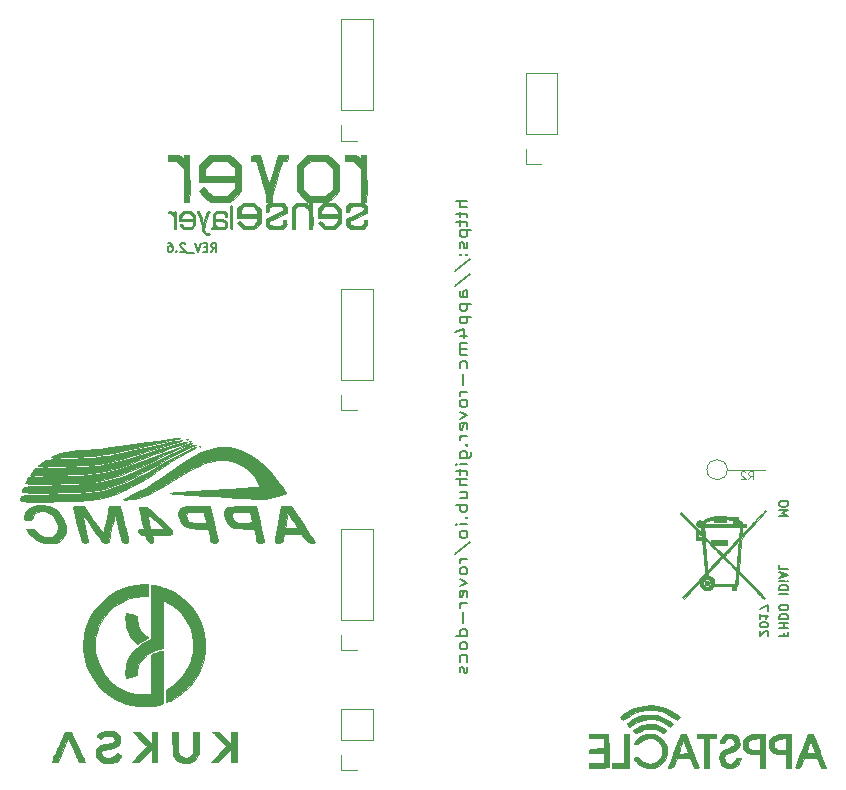
<source format=gbo>
G04 #@! TF.FileFunction,Legend,Bot*
%FSLAX46Y46*%
G04 Gerber Fmt 4.6, Leading zero omitted, Abs format (unit mm)*
G04 Created by KiCad (PCBNEW 4.0.5) date 11/28/17 13:58:57*
%MOMM*%
%LPD*%
G01*
G04 APERTURE LIST*
%ADD10C,0.100000*%
%ADD11C,0.200000*%
%ADD12C,0.187500*%
%ADD13C,0.010000*%
%ADD14C,0.120000*%
G04 APERTURE END LIST*
D10*
D11*
X138882381Y-77593145D02*
X137882381Y-77593145D01*
X138882381Y-78107431D02*
X138358571Y-78107431D01*
X138263333Y-78050288D01*
X138215714Y-77936002D01*
X138215714Y-77764574D01*
X138263333Y-77650288D01*
X138310952Y-77593145D01*
X138215714Y-78507431D02*
X138215714Y-78964574D01*
X137882381Y-78678859D02*
X138739524Y-78678859D01*
X138834762Y-78736002D01*
X138882381Y-78850288D01*
X138882381Y-78964574D01*
X138215714Y-79193145D02*
X138215714Y-79650288D01*
X137882381Y-79364573D02*
X138739524Y-79364573D01*
X138834762Y-79421716D01*
X138882381Y-79536002D01*
X138882381Y-79650288D01*
X138215714Y-80050287D02*
X139215714Y-80050287D01*
X138263333Y-80050287D02*
X138215714Y-80164573D01*
X138215714Y-80393144D01*
X138263333Y-80507430D01*
X138310952Y-80564573D01*
X138406190Y-80621716D01*
X138691905Y-80621716D01*
X138787143Y-80564573D01*
X138834762Y-80507430D01*
X138882381Y-80393144D01*
X138882381Y-80164573D01*
X138834762Y-80050287D01*
X138834762Y-81078858D02*
X138882381Y-81193144D01*
X138882381Y-81421716D01*
X138834762Y-81536001D01*
X138739524Y-81593144D01*
X138691905Y-81593144D01*
X138596667Y-81536001D01*
X138549048Y-81421716D01*
X138549048Y-81250287D01*
X138501429Y-81136001D01*
X138406190Y-81078858D01*
X138358571Y-81078858D01*
X138263333Y-81136001D01*
X138215714Y-81250287D01*
X138215714Y-81421716D01*
X138263333Y-81536001D01*
X138787143Y-82107430D02*
X138834762Y-82164573D01*
X138882381Y-82107430D01*
X138834762Y-82050287D01*
X138787143Y-82107430D01*
X138882381Y-82107430D01*
X138263333Y-82107430D02*
X138310952Y-82164573D01*
X138358571Y-82107430D01*
X138310952Y-82050287D01*
X138263333Y-82107430D01*
X138358571Y-82107430D01*
X137834762Y-83536002D02*
X139120476Y-82507431D01*
X137834762Y-84793145D02*
X139120476Y-83764574D01*
X138882381Y-85707431D02*
X138358571Y-85707431D01*
X138263333Y-85650288D01*
X138215714Y-85536002D01*
X138215714Y-85307431D01*
X138263333Y-85193145D01*
X138834762Y-85707431D02*
X138882381Y-85593145D01*
X138882381Y-85307431D01*
X138834762Y-85193145D01*
X138739524Y-85136002D01*
X138644286Y-85136002D01*
X138549048Y-85193145D01*
X138501429Y-85307431D01*
X138501429Y-85593145D01*
X138453810Y-85707431D01*
X138215714Y-86278859D02*
X139215714Y-86278859D01*
X138263333Y-86278859D02*
X138215714Y-86393145D01*
X138215714Y-86621716D01*
X138263333Y-86736002D01*
X138310952Y-86793145D01*
X138406190Y-86850288D01*
X138691905Y-86850288D01*
X138787143Y-86793145D01*
X138834762Y-86736002D01*
X138882381Y-86621716D01*
X138882381Y-86393145D01*
X138834762Y-86278859D01*
X138215714Y-87364573D02*
X139215714Y-87364573D01*
X138263333Y-87364573D02*
X138215714Y-87478859D01*
X138215714Y-87707430D01*
X138263333Y-87821716D01*
X138310952Y-87878859D01*
X138406190Y-87936002D01*
X138691905Y-87936002D01*
X138787143Y-87878859D01*
X138834762Y-87821716D01*
X138882381Y-87707430D01*
X138882381Y-87478859D01*
X138834762Y-87364573D01*
X138215714Y-88964573D02*
X138882381Y-88964573D01*
X137834762Y-88678859D02*
X138549048Y-88393144D01*
X138549048Y-89136002D01*
X138882381Y-89593144D02*
X138215714Y-89593144D01*
X138310952Y-89593144D02*
X138263333Y-89650287D01*
X138215714Y-89764573D01*
X138215714Y-89936001D01*
X138263333Y-90050287D01*
X138358571Y-90107430D01*
X138882381Y-90107430D01*
X138358571Y-90107430D02*
X138263333Y-90164573D01*
X138215714Y-90278859D01*
X138215714Y-90450287D01*
X138263333Y-90564573D01*
X138358571Y-90621716D01*
X138882381Y-90621716D01*
X138834762Y-91707430D02*
X138882381Y-91593144D01*
X138882381Y-91364573D01*
X138834762Y-91250287D01*
X138787143Y-91193144D01*
X138691905Y-91136001D01*
X138406190Y-91136001D01*
X138310952Y-91193144D01*
X138263333Y-91250287D01*
X138215714Y-91364573D01*
X138215714Y-91593144D01*
X138263333Y-91707430D01*
X138501429Y-92221715D02*
X138501429Y-93136001D01*
X138882381Y-93707429D02*
X138215714Y-93707429D01*
X138406190Y-93707429D02*
X138310952Y-93764572D01*
X138263333Y-93821715D01*
X138215714Y-93936001D01*
X138215714Y-94050286D01*
X138882381Y-94621715D02*
X138834762Y-94507429D01*
X138787143Y-94450286D01*
X138691905Y-94393143D01*
X138406190Y-94393143D01*
X138310952Y-94450286D01*
X138263333Y-94507429D01*
X138215714Y-94621715D01*
X138215714Y-94793143D01*
X138263333Y-94907429D01*
X138310952Y-94964572D01*
X138406190Y-95021715D01*
X138691905Y-95021715D01*
X138787143Y-94964572D01*
X138834762Y-94907429D01*
X138882381Y-94793143D01*
X138882381Y-94621715D01*
X138215714Y-95421715D02*
X138882381Y-95707429D01*
X138215714Y-95993143D01*
X138834762Y-96907429D02*
X138882381Y-96793143D01*
X138882381Y-96564572D01*
X138834762Y-96450286D01*
X138739524Y-96393143D01*
X138358571Y-96393143D01*
X138263333Y-96450286D01*
X138215714Y-96564572D01*
X138215714Y-96793143D01*
X138263333Y-96907429D01*
X138358571Y-96964572D01*
X138453810Y-96964572D01*
X138549048Y-96393143D01*
X138882381Y-97478857D02*
X138215714Y-97478857D01*
X138406190Y-97478857D02*
X138310952Y-97536000D01*
X138263333Y-97593143D01*
X138215714Y-97707429D01*
X138215714Y-97821714D01*
X138787143Y-98221714D02*
X138834762Y-98278857D01*
X138882381Y-98221714D01*
X138834762Y-98164571D01*
X138787143Y-98221714D01*
X138882381Y-98221714D01*
X138215714Y-99307429D02*
X139025238Y-99307429D01*
X139120476Y-99250286D01*
X139168095Y-99193143D01*
X139215714Y-99078858D01*
X139215714Y-98907429D01*
X139168095Y-98793143D01*
X138834762Y-99307429D02*
X138882381Y-99193143D01*
X138882381Y-98964572D01*
X138834762Y-98850286D01*
X138787143Y-98793143D01*
X138691905Y-98736000D01*
X138406190Y-98736000D01*
X138310952Y-98793143D01*
X138263333Y-98850286D01*
X138215714Y-98964572D01*
X138215714Y-99193143D01*
X138263333Y-99307429D01*
X138882381Y-99878857D02*
X138215714Y-99878857D01*
X137882381Y-99878857D02*
X137930000Y-99821714D01*
X137977619Y-99878857D01*
X137930000Y-99936000D01*
X137882381Y-99878857D01*
X137977619Y-99878857D01*
X138215714Y-100278858D02*
X138215714Y-100736001D01*
X137882381Y-100450286D02*
X138739524Y-100450286D01*
X138834762Y-100507429D01*
X138882381Y-100621715D01*
X138882381Y-100736001D01*
X138882381Y-101136000D02*
X137882381Y-101136000D01*
X138882381Y-101650286D02*
X138358571Y-101650286D01*
X138263333Y-101593143D01*
X138215714Y-101478857D01*
X138215714Y-101307429D01*
X138263333Y-101193143D01*
X138310952Y-101136000D01*
X138215714Y-102736000D02*
X138882381Y-102736000D01*
X138215714Y-102221714D02*
X138739524Y-102221714D01*
X138834762Y-102278857D01*
X138882381Y-102393143D01*
X138882381Y-102564571D01*
X138834762Y-102678857D01*
X138787143Y-102736000D01*
X138882381Y-103307428D02*
X137882381Y-103307428D01*
X138263333Y-103307428D02*
X138215714Y-103421714D01*
X138215714Y-103650285D01*
X138263333Y-103764571D01*
X138310952Y-103821714D01*
X138406190Y-103878857D01*
X138691905Y-103878857D01*
X138787143Y-103821714D01*
X138834762Y-103764571D01*
X138882381Y-103650285D01*
X138882381Y-103421714D01*
X138834762Y-103307428D01*
X138787143Y-104393142D02*
X138834762Y-104450285D01*
X138882381Y-104393142D01*
X138834762Y-104335999D01*
X138787143Y-104393142D01*
X138882381Y-104393142D01*
X138882381Y-104964571D02*
X138215714Y-104964571D01*
X137882381Y-104964571D02*
X137930000Y-104907428D01*
X137977619Y-104964571D01*
X137930000Y-105021714D01*
X137882381Y-104964571D01*
X137977619Y-104964571D01*
X138882381Y-105707429D02*
X138834762Y-105593143D01*
X138787143Y-105536000D01*
X138691905Y-105478857D01*
X138406190Y-105478857D01*
X138310952Y-105536000D01*
X138263333Y-105593143D01*
X138215714Y-105707429D01*
X138215714Y-105878857D01*
X138263333Y-105993143D01*
X138310952Y-106050286D01*
X138406190Y-106107429D01*
X138691905Y-106107429D01*
X138787143Y-106050286D01*
X138834762Y-105993143D01*
X138882381Y-105878857D01*
X138882381Y-105707429D01*
X137834762Y-107478857D02*
X139120476Y-106450286D01*
X138882381Y-107878857D02*
X138215714Y-107878857D01*
X138406190Y-107878857D02*
X138310952Y-107936000D01*
X138263333Y-107993143D01*
X138215714Y-108107429D01*
X138215714Y-108221714D01*
X138882381Y-108793143D02*
X138834762Y-108678857D01*
X138787143Y-108621714D01*
X138691905Y-108564571D01*
X138406190Y-108564571D01*
X138310952Y-108621714D01*
X138263333Y-108678857D01*
X138215714Y-108793143D01*
X138215714Y-108964571D01*
X138263333Y-109078857D01*
X138310952Y-109136000D01*
X138406190Y-109193143D01*
X138691905Y-109193143D01*
X138787143Y-109136000D01*
X138834762Y-109078857D01*
X138882381Y-108964571D01*
X138882381Y-108793143D01*
X138215714Y-109593143D02*
X138882381Y-109878857D01*
X138215714Y-110164571D01*
X138834762Y-111078857D02*
X138882381Y-110964571D01*
X138882381Y-110736000D01*
X138834762Y-110621714D01*
X138739524Y-110564571D01*
X138358571Y-110564571D01*
X138263333Y-110621714D01*
X138215714Y-110736000D01*
X138215714Y-110964571D01*
X138263333Y-111078857D01*
X138358571Y-111136000D01*
X138453810Y-111136000D01*
X138549048Y-110564571D01*
X138882381Y-111650285D02*
X138215714Y-111650285D01*
X138406190Y-111650285D02*
X138310952Y-111707428D01*
X138263333Y-111764571D01*
X138215714Y-111878857D01*
X138215714Y-111993142D01*
X138501429Y-112393142D02*
X138501429Y-113307428D01*
X138882381Y-114393142D02*
X137882381Y-114393142D01*
X138834762Y-114393142D02*
X138882381Y-114278856D01*
X138882381Y-114050285D01*
X138834762Y-113935999D01*
X138787143Y-113878856D01*
X138691905Y-113821713D01*
X138406190Y-113821713D01*
X138310952Y-113878856D01*
X138263333Y-113935999D01*
X138215714Y-114050285D01*
X138215714Y-114278856D01*
X138263333Y-114393142D01*
X138882381Y-115135999D02*
X138834762Y-115021713D01*
X138787143Y-114964570D01*
X138691905Y-114907427D01*
X138406190Y-114907427D01*
X138310952Y-114964570D01*
X138263333Y-115021713D01*
X138215714Y-115135999D01*
X138215714Y-115307427D01*
X138263333Y-115421713D01*
X138310952Y-115478856D01*
X138406190Y-115535999D01*
X138691905Y-115535999D01*
X138787143Y-115478856D01*
X138834762Y-115421713D01*
X138882381Y-115307427D01*
X138882381Y-115135999D01*
X138834762Y-116564570D02*
X138882381Y-116450284D01*
X138882381Y-116221713D01*
X138834762Y-116107427D01*
X138787143Y-116050284D01*
X138691905Y-115993141D01*
X138406190Y-115993141D01*
X138310952Y-116050284D01*
X138263333Y-116107427D01*
X138215714Y-116221713D01*
X138215714Y-116450284D01*
X138263333Y-116564570D01*
X138834762Y-117021712D02*
X138882381Y-117135998D01*
X138882381Y-117364570D01*
X138834762Y-117478855D01*
X138739524Y-117535998D01*
X138691905Y-117535998D01*
X138596667Y-117478855D01*
X138549048Y-117364570D01*
X138549048Y-117193141D01*
X138501429Y-117078855D01*
X138406190Y-117021712D01*
X138358571Y-117021712D01*
X138263333Y-117078855D01*
X138215714Y-117193141D01*
X138215714Y-117364570D01*
X138263333Y-117478855D01*
D12*
X164296286Y-114379215D02*
X164332000Y-114343501D01*
X164367714Y-114272072D01*
X164367714Y-114093501D01*
X164332000Y-114022072D01*
X164296286Y-113986358D01*
X164224857Y-113950643D01*
X164153429Y-113950643D01*
X164046286Y-113986358D01*
X163617714Y-114414929D01*
X163617714Y-113950643D01*
X164367714Y-113486357D02*
X164367714Y-113414929D01*
X164332000Y-113343500D01*
X164296286Y-113307786D01*
X164224857Y-113272072D01*
X164082000Y-113236357D01*
X163903429Y-113236357D01*
X163760571Y-113272072D01*
X163689143Y-113307786D01*
X163653429Y-113343500D01*
X163617714Y-113414929D01*
X163617714Y-113486357D01*
X163653429Y-113557786D01*
X163689143Y-113593500D01*
X163760571Y-113629215D01*
X163903429Y-113664929D01*
X164082000Y-113664929D01*
X164224857Y-113629215D01*
X164296286Y-113593500D01*
X164332000Y-113557786D01*
X164367714Y-113486357D01*
X163617714Y-112522071D02*
X163617714Y-112950643D01*
X163617714Y-112736357D02*
X164367714Y-112736357D01*
X164260571Y-112807786D01*
X164189143Y-112879214D01*
X164153429Y-112950643D01*
X164367714Y-112272071D02*
X164367714Y-111772071D01*
X163617714Y-112093500D01*
X165268714Y-104274857D02*
X166018714Y-104274857D01*
X165483000Y-104024857D01*
X166018714Y-103774857D01*
X165268714Y-103774857D01*
X166018714Y-103274856D02*
X166018714Y-103131999D01*
X165983000Y-103060571D01*
X165911571Y-102989142D01*
X165768714Y-102953428D01*
X165518714Y-102953428D01*
X165375857Y-102989142D01*
X165304429Y-103060571D01*
X165268714Y-103131999D01*
X165268714Y-103274856D01*
X165304429Y-103346285D01*
X165375857Y-103417714D01*
X165518714Y-103453428D01*
X165768714Y-103453428D01*
X165911571Y-103417714D01*
X165983000Y-103346285D01*
X166018714Y-103274856D01*
X165661571Y-114138929D02*
X165661571Y-114388929D01*
X165268714Y-114388929D02*
X166018714Y-114388929D01*
X166018714Y-114031786D01*
X165268714Y-113746072D02*
X166018714Y-113746072D01*
X165661571Y-113746072D02*
X165661571Y-113317500D01*
X165268714Y-113317500D02*
X166018714Y-113317500D01*
X165268714Y-112960358D02*
X166018714Y-112960358D01*
X166018714Y-112781786D01*
X165983000Y-112674643D01*
X165911571Y-112603215D01*
X165840143Y-112567500D01*
X165697286Y-112531786D01*
X165590143Y-112531786D01*
X165447286Y-112567500D01*
X165375857Y-112603215D01*
X165304429Y-112674643D01*
X165268714Y-112781786D01*
X165268714Y-112960358D01*
X166018714Y-112067500D02*
X166018714Y-111924643D01*
X165983000Y-111853215D01*
X165911571Y-111781786D01*
X165768714Y-111746072D01*
X165518714Y-111746072D01*
X165375857Y-111781786D01*
X165304429Y-111853215D01*
X165268714Y-111924643D01*
X165268714Y-112067500D01*
X165304429Y-112138929D01*
X165375857Y-112210358D01*
X165518714Y-112246072D01*
X165768714Y-112246072D01*
X165911571Y-112210358D01*
X165983000Y-112138929D01*
X166018714Y-112067500D01*
X165268714Y-110853215D02*
X166018714Y-110853215D01*
X165268714Y-110496072D02*
X166018714Y-110496072D01*
X166018714Y-110317500D01*
X165983000Y-110210357D01*
X165911571Y-110138929D01*
X165840143Y-110103214D01*
X165697286Y-110067500D01*
X165590143Y-110067500D01*
X165447286Y-110103214D01*
X165375857Y-110138929D01*
X165304429Y-110210357D01*
X165268714Y-110317500D01*
X165268714Y-110496072D01*
X165268714Y-109746072D02*
X165768714Y-109746072D01*
X166018714Y-109746072D02*
X165983000Y-109781786D01*
X165947286Y-109746072D01*
X165983000Y-109710357D01*
X166018714Y-109746072D01*
X165947286Y-109746072D01*
X165483000Y-109424643D02*
X165483000Y-109067500D01*
X165268714Y-109496071D02*
X166018714Y-109246071D01*
X165268714Y-108996071D01*
X165268714Y-108388929D02*
X165268714Y-108746072D01*
X166018714Y-108746072D01*
X117177143Y-81873286D02*
X117427143Y-81516143D01*
X117605715Y-81873286D02*
X117605715Y-81123286D01*
X117320000Y-81123286D01*
X117248572Y-81159000D01*
X117212857Y-81194714D01*
X117177143Y-81266143D01*
X117177143Y-81373286D01*
X117212857Y-81444714D01*
X117248572Y-81480429D01*
X117320000Y-81516143D01*
X117605715Y-81516143D01*
X116855715Y-81480429D02*
X116605715Y-81480429D01*
X116498572Y-81873286D02*
X116855715Y-81873286D01*
X116855715Y-81123286D01*
X116498572Y-81123286D01*
X116284286Y-81123286D02*
X116034286Y-81873286D01*
X115784286Y-81123286D01*
X115712858Y-81944714D02*
X115141429Y-81944714D01*
X114998572Y-81194714D02*
X114962858Y-81159000D01*
X114891429Y-81123286D01*
X114712858Y-81123286D01*
X114641429Y-81159000D01*
X114605715Y-81194714D01*
X114570000Y-81266143D01*
X114570000Y-81337571D01*
X114605715Y-81444714D01*
X115034286Y-81873286D01*
X114570000Y-81873286D01*
X114248572Y-81801857D02*
X114212857Y-81837571D01*
X114248572Y-81873286D01*
X114284286Y-81837571D01*
X114248572Y-81801857D01*
X114248572Y-81873286D01*
X113570000Y-81123286D02*
X113712857Y-81123286D01*
X113784286Y-81159000D01*
X113820000Y-81194714D01*
X113891429Y-81301857D01*
X113927143Y-81444714D01*
X113927143Y-81730429D01*
X113891429Y-81801857D01*
X113855714Y-81837571D01*
X113784286Y-81873286D01*
X113641429Y-81873286D01*
X113570000Y-81837571D01*
X113534286Y-81801857D01*
X113498571Y-81730429D01*
X113498571Y-81551857D01*
X113534286Y-81480429D01*
X113570000Y-81444714D01*
X113641429Y-81409000D01*
X113784286Y-81409000D01*
X113855714Y-81444714D01*
X113891429Y-81480429D01*
X113927143Y-81551857D01*
D13*
G36*
X108194872Y-122448907D02*
X107974902Y-122498404D01*
X107852465Y-122547826D01*
X107741411Y-122617761D01*
X107632337Y-122707181D01*
X107542013Y-122799784D01*
X107487210Y-122879264D01*
X107478286Y-122911600D01*
X107507932Y-122939209D01*
X107584541Y-122986448D01*
X107661988Y-123027866D01*
X107845689Y-123120955D01*
X107969424Y-123012314D01*
X108119501Y-122913384D01*
X108289493Y-122853698D01*
X108466413Y-122831240D01*
X108637272Y-122843995D01*
X108789080Y-122889949D01*
X108908849Y-122967086D01*
X108983590Y-123073391D01*
X109002286Y-123172559D01*
X108982742Y-123277857D01*
X108919381Y-123361206D01*
X108805114Y-123426635D01*
X108632847Y-123478169D01*
X108395490Y-123519838D01*
X108389261Y-123520705D01*
X108072671Y-123581052D01*
X107821403Y-123666993D01*
X107631814Y-123781529D01*
X107500262Y-123927658D01*
X107423104Y-124108380D01*
X107396697Y-124326695D01*
X107396643Y-124338113D01*
X107425409Y-124572082D01*
X107512756Y-124766713D01*
X107660260Y-124923702D01*
X107869496Y-125044742D01*
X108131920Y-125129169D01*
X108329200Y-125167834D01*
X108499386Y-125179218D01*
X108676216Y-125163419D01*
X108845045Y-125131297D01*
X108978654Y-125098286D01*
X109094466Y-125062842D01*
X109153474Y-125039114D01*
X109266292Y-124963502D01*
X109380851Y-124858352D01*
X109481938Y-124741328D01*
X109554339Y-124630093D01*
X109582839Y-124542313D01*
X109582857Y-124540576D01*
X109552696Y-124508953D01*
X109474925Y-124460945D01*
X109400201Y-124423139D01*
X109217544Y-124337588D01*
X109110819Y-124467064D01*
X108977593Y-124587361D01*
X108814936Y-124671344D01*
X108635056Y-124720163D01*
X108450159Y-124734971D01*
X108272450Y-124716919D01*
X108114136Y-124667160D01*
X107987424Y-124586844D01*
X107904518Y-124477124D01*
X107877429Y-124350679D01*
X107893211Y-124238523D01*
X107945702Y-124148704D01*
X108042622Y-124076617D01*
X108191690Y-124017659D01*
X108400624Y-123967223D01*
X108570767Y-123937058D01*
X108848116Y-123876212D01*
X109081604Y-123791841D01*
X109261694Y-123688199D01*
X109372099Y-123579375D01*
X109427881Y-123457284D01*
X109462508Y-123294292D01*
X109473150Y-123119717D01*
X109456975Y-122962880D01*
X109437725Y-122899740D01*
X109345957Y-122757900D01*
X109201724Y-122627235D01*
X109024985Y-122523564D01*
X108907829Y-122479780D01*
X108686407Y-122437978D01*
X108440398Y-122428226D01*
X108194872Y-122448907D01*
X108194872Y-122448907D01*
G37*
X108194872Y-122448907D02*
X107974902Y-122498404D01*
X107852465Y-122547826D01*
X107741411Y-122617761D01*
X107632337Y-122707181D01*
X107542013Y-122799784D01*
X107487210Y-122879264D01*
X107478286Y-122911600D01*
X107507932Y-122939209D01*
X107584541Y-122986448D01*
X107661988Y-123027866D01*
X107845689Y-123120955D01*
X107969424Y-123012314D01*
X108119501Y-122913384D01*
X108289493Y-122853698D01*
X108466413Y-122831240D01*
X108637272Y-122843995D01*
X108789080Y-122889949D01*
X108908849Y-122967086D01*
X108983590Y-123073391D01*
X109002286Y-123172559D01*
X108982742Y-123277857D01*
X108919381Y-123361206D01*
X108805114Y-123426635D01*
X108632847Y-123478169D01*
X108395490Y-123519838D01*
X108389261Y-123520705D01*
X108072671Y-123581052D01*
X107821403Y-123666993D01*
X107631814Y-123781529D01*
X107500262Y-123927658D01*
X107423104Y-124108380D01*
X107396697Y-124326695D01*
X107396643Y-124338113D01*
X107425409Y-124572082D01*
X107512756Y-124766713D01*
X107660260Y-124923702D01*
X107869496Y-125044742D01*
X108131920Y-125129169D01*
X108329200Y-125167834D01*
X108499386Y-125179218D01*
X108676216Y-125163419D01*
X108845045Y-125131297D01*
X108978654Y-125098286D01*
X109094466Y-125062842D01*
X109153474Y-125039114D01*
X109266292Y-124963502D01*
X109380851Y-124858352D01*
X109481938Y-124741328D01*
X109554339Y-124630093D01*
X109582839Y-124542313D01*
X109582857Y-124540576D01*
X109552696Y-124508953D01*
X109474925Y-124460945D01*
X109400201Y-124423139D01*
X109217544Y-124337588D01*
X109110819Y-124467064D01*
X108977593Y-124587361D01*
X108814936Y-124671344D01*
X108635056Y-124720163D01*
X108450159Y-124734971D01*
X108272450Y-124716919D01*
X108114136Y-124667160D01*
X107987424Y-124586844D01*
X107904518Y-124477124D01*
X107877429Y-124350679D01*
X107893211Y-124238523D01*
X107945702Y-124148704D01*
X108042622Y-124076617D01*
X108191690Y-124017659D01*
X108400624Y-123967223D01*
X108570767Y-123937058D01*
X108848116Y-123876212D01*
X109081604Y-123791841D01*
X109261694Y-123688199D01*
X109372099Y-123579375D01*
X109427881Y-123457284D01*
X109462508Y-123294292D01*
X109473150Y-123119717D01*
X109456975Y-122962880D01*
X109437725Y-122899740D01*
X109345957Y-122757900D01*
X109201724Y-122627235D01*
X109024985Y-122523564D01*
X108907829Y-122479780D01*
X108686407Y-122437978D01*
X108440398Y-122428226D01*
X108194872Y-122448907D01*
G36*
X115678857Y-123365722D02*
X115678577Y-123639379D01*
X115677178Y-123850702D01*
X115673826Y-124009925D01*
X115667683Y-124127286D01*
X115657914Y-124213021D01*
X115643684Y-124277364D01*
X115624156Y-124330553D01*
X115598494Y-124382822D01*
X115595301Y-124388879D01*
X115477000Y-124542270D01*
X115319626Y-124647476D01*
X115138226Y-124703891D01*
X114947848Y-124710911D01*
X114763540Y-124667929D01*
X114600349Y-124574341D01*
X114476014Y-124433914D01*
X114449521Y-124388716D01*
X114429014Y-124342438D01*
X114413579Y-124285314D01*
X114402306Y-124207576D01*
X114394281Y-124099457D01*
X114388593Y-123951190D01*
X114384331Y-123753008D01*
X114380581Y-123495144D01*
X114379343Y-123398643D01*
X114367972Y-122500572D01*
X113896464Y-122500572D01*
X113907732Y-123453072D01*
X113911386Y-123741633D01*
X113915258Y-123967278D01*
X113920187Y-124139658D01*
X113927011Y-124268425D01*
X113936568Y-124363231D01*
X113949696Y-124433729D01*
X113967234Y-124489570D01*
X113990020Y-124540407D01*
X114004635Y-124568857D01*
X114152567Y-124794572D01*
X114331417Y-124959902D01*
X114548796Y-125069419D01*
X114812312Y-125127694D01*
X114953143Y-125138637D01*
X115147973Y-125140306D01*
X115299755Y-125124725D01*
X115436624Y-125088754D01*
X115453706Y-125082803D01*
X115691782Y-124966548D01*
X115881846Y-124800885D01*
X116019744Y-124604240D01*
X116132429Y-124405572D01*
X116154965Y-122500572D01*
X115678857Y-122500572D01*
X115678857Y-123365722D01*
X115678857Y-123365722D01*
G37*
X115678857Y-123365722D02*
X115678577Y-123639379D01*
X115677178Y-123850702D01*
X115673826Y-124009925D01*
X115667683Y-124127286D01*
X115657914Y-124213021D01*
X115643684Y-124277364D01*
X115624156Y-124330553D01*
X115598494Y-124382822D01*
X115595301Y-124388879D01*
X115477000Y-124542270D01*
X115319626Y-124647476D01*
X115138226Y-124703891D01*
X114947848Y-124710911D01*
X114763540Y-124667929D01*
X114600349Y-124574341D01*
X114476014Y-124433914D01*
X114449521Y-124388716D01*
X114429014Y-124342438D01*
X114413579Y-124285314D01*
X114402306Y-124207576D01*
X114394281Y-124099457D01*
X114388593Y-123951190D01*
X114384331Y-123753008D01*
X114380581Y-123495144D01*
X114379343Y-123398643D01*
X114367972Y-122500572D01*
X113896464Y-122500572D01*
X113907732Y-123453072D01*
X113911386Y-123741633D01*
X113915258Y-123967278D01*
X113920187Y-124139658D01*
X113927011Y-124268425D01*
X113936568Y-124363231D01*
X113949696Y-124433729D01*
X113967234Y-124489570D01*
X113990020Y-124540407D01*
X114004635Y-124568857D01*
X114152567Y-124794572D01*
X114331417Y-124959902D01*
X114548796Y-125069419D01*
X114812312Y-125127694D01*
X114953143Y-125138637D01*
X115147973Y-125140306D01*
X115299755Y-125124725D01*
X115436624Y-125088754D01*
X115453706Y-125082803D01*
X115691782Y-124966548D01*
X115881846Y-124800885D01*
X116019744Y-124604240D01*
X116132429Y-124405572D01*
X116154965Y-122500572D01*
X115678857Y-122500572D01*
X115678857Y-123365722D01*
G36*
X118863874Y-123045339D02*
X118853857Y-123590106D01*
X117884471Y-122500572D01*
X117269000Y-122500572D01*
X117480857Y-122731395D01*
X117586182Y-122845763D01*
X117724444Y-122995344D01*
X117879096Y-123162267D01*
X118033596Y-123328657D01*
X118062197Y-123359412D01*
X118431679Y-123756606D01*
X117817268Y-124402827D01*
X117647471Y-124582667D01*
X117495663Y-124745856D01*
X117368653Y-124884874D01*
X117273255Y-124992203D01*
X117216279Y-125060322D01*
X117202857Y-125081095D01*
X117236235Y-125096143D01*
X117324781Y-125107399D01*
X117451115Y-125112898D01*
X117486077Y-125113143D01*
X117769296Y-125113143D01*
X118311577Y-124536404D01*
X118853857Y-123959665D01*
X118863828Y-124536404D01*
X118873798Y-125113143D01*
X119102709Y-125113143D01*
X119225640Y-125109570D01*
X119317761Y-125100263D01*
X119355810Y-125088953D01*
X119361422Y-125048272D01*
X119366574Y-124943401D01*
X119371110Y-124782717D01*
X119374875Y-124574601D01*
X119377714Y-124327431D01*
X119379471Y-124049588D01*
X119380000Y-123782667D01*
X119380000Y-122500572D01*
X118873890Y-122500572D01*
X118863874Y-123045339D01*
X118863874Y-123045339D01*
G37*
X118863874Y-123045339D02*
X118853857Y-123590106D01*
X117884471Y-122500572D01*
X117269000Y-122500572D01*
X117480857Y-122731395D01*
X117586182Y-122845763D01*
X117724444Y-122995344D01*
X117879096Y-123162267D01*
X118033596Y-123328657D01*
X118062197Y-123359412D01*
X118431679Y-123756606D01*
X117817268Y-124402827D01*
X117647471Y-124582667D01*
X117495663Y-124745856D01*
X117368653Y-124884874D01*
X117273255Y-124992203D01*
X117216279Y-125060322D01*
X117202857Y-125081095D01*
X117236235Y-125096143D01*
X117324781Y-125107399D01*
X117451115Y-125112898D01*
X117486077Y-125113143D01*
X117769296Y-125113143D01*
X118311577Y-124536404D01*
X118853857Y-123959665D01*
X118863828Y-124536404D01*
X118873798Y-125113143D01*
X119102709Y-125113143D01*
X119225640Y-125109570D01*
X119317761Y-125100263D01*
X119355810Y-125088953D01*
X119361422Y-125048272D01*
X119366574Y-124943401D01*
X119371110Y-124782717D01*
X119374875Y-124574601D01*
X119377714Y-124327431D01*
X119379471Y-124049588D01*
X119380000Y-123782667D01*
X119380000Y-122500572D01*
X118873890Y-122500572D01*
X118863874Y-123045339D01*
G36*
X112151017Y-123041503D02*
X112141000Y-123582434D01*
X111174424Y-122500572D01*
X110554398Y-122500572D01*
X110952613Y-122926929D01*
X111105908Y-123091384D01*
X111258248Y-123255388D01*
X111395361Y-123403536D01*
X111502975Y-123520427D01*
X111535207Y-123555686D01*
X111719586Y-123758087D01*
X111104793Y-124407753D01*
X110935203Y-124588048D01*
X110783529Y-124751375D01*
X110656549Y-124890265D01*
X110561038Y-124997252D01*
X110503774Y-125064866D01*
X110490000Y-125085281D01*
X110523393Y-125098315D01*
X110612030Y-125108087D01*
X110738603Y-125112909D01*
X110775610Y-125113143D01*
X111061220Y-125113143D01*
X112141000Y-123959407D01*
X112150970Y-124536275D01*
X112160941Y-125113143D01*
X112630857Y-125113143D01*
X112630857Y-122500572D01*
X112161033Y-122500572D01*
X112151017Y-123041503D01*
X112151017Y-123041503D01*
G37*
X112151017Y-123041503D02*
X112141000Y-123582434D01*
X111174424Y-122500572D01*
X110554398Y-122500572D01*
X110952613Y-122926929D01*
X111105908Y-123091384D01*
X111258248Y-123255388D01*
X111395361Y-123403536D01*
X111502975Y-123520427D01*
X111535207Y-123555686D01*
X111719586Y-123758087D01*
X111104793Y-124407753D01*
X110935203Y-124588048D01*
X110783529Y-124751375D01*
X110656549Y-124890265D01*
X110561038Y-124997252D01*
X110503774Y-125064866D01*
X110490000Y-125085281D01*
X110523393Y-125098315D01*
X110612030Y-125108087D01*
X110738603Y-125112909D01*
X110775610Y-125113143D01*
X111061220Y-125113143D01*
X112141000Y-123959407D01*
X112150970Y-124536275D01*
X112160941Y-125113143D01*
X112630857Y-125113143D01*
X112630857Y-122500572D01*
X112161033Y-122500572D01*
X112151017Y-123041503D01*
G36*
X104260650Y-123732675D02*
X104134917Y-124014921D01*
X104018000Y-124278471D01*
X103913348Y-124515460D01*
X103824416Y-124718024D01*
X103754654Y-124878298D01*
X103707516Y-124988419D01*
X103686453Y-125040522D01*
X103686181Y-125041353D01*
X103678178Y-125079975D01*
X103694287Y-125101469D01*
X103748547Y-125109653D01*
X103854994Y-125108348D01*
X103922726Y-125105721D01*
X104183103Y-125095000D01*
X104620266Y-124088072D01*
X104730157Y-123836621D01*
X104831408Y-123608114D01*
X104920309Y-123410676D01*
X104993150Y-123252428D01*
X105046220Y-123141497D01*
X105075810Y-123086005D01*
X105080154Y-123081143D01*
X105100335Y-123112981D01*
X105144776Y-123202371D01*
X105209229Y-123340126D01*
X105289449Y-123517061D01*
X105381186Y-123723989D01*
X105445038Y-123870357D01*
X105548576Y-124108502D01*
X105649001Y-124338257D01*
X105740581Y-124546597D01*
X105817580Y-124720498D01*
X105874264Y-124846932D01*
X105892305Y-124886357D01*
X105997412Y-125113143D01*
X106247992Y-125113143D01*
X106371977Y-125109542D01*
X106461102Y-125100075D01*
X106497033Y-125086745D01*
X106497101Y-125085929D01*
X106482392Y-125047822D01*
X106441099Y-124950908D01*
X106376463Y-124802541D01*
X106291723Y-124610073D01*
X106190119Y-124380859D01*
X106074892Y-124122251D01*
X105949281Y-123841603D01*
X105925549Y-123788714D01*
X105355468Y-122518714D01*
X105083377Y-122508901D01*
X104811286Y-122499087D01*
X104260650Y-123732675D01*
X104260650Y-123732675D01*
G37*
X104260650Y-123732675D02*
X104134917Y-124014921D01*
X104018000Y-124278471D01*
X103913348Y-124515460D01*
X103824416Y-124718024D01*
X103754654Y-124878298D01*
X103707516Y-124988419D01*
X103686453Y-125040522D01*
X103686181Y-125041353D01*
X103678178Y-125079975D01*
X103694287Y-125101469D01*
X103748547Y-125109653D01*
X103854994Y-125108348D01*
X103922726Y-125105721D01*
X104183103Y-125095000D01*
X104620266Y-124088072D01*
X104730157Y-123836621D01*
X104831408Y-123608114D01*
X104920309Y-123410676D01*
X104993150Y-123252428D01*
X105046220Y-123141497D01*
X105075810Y-123086005D01*
X105080154Y-123081143D01*
X105100335Y-123112981D01*
X105144776Y-123202371D01*
X105209229Y-123340126D01*
X105289449Y-123517061D01*
X105381186Y-123723989D01*
X105445038Y-123870357D01*
X105548576Y-124108502D01*
X105649001Y-124338257D01*
X105740581Y-124546597D01*
X105817580Y-124720498D01*
X105874264Y-124846932D01*
X105892305Y-124886357D01*
X105997412Y-125113143D01*
X106247992Y-125113143D01*
X106371977Y-125109542D01*
X106461102Y-125100075D01*
X106497033Y-125086745D01*
X106497101Y-125085929D01*
X106482392Y-125047822D01*
X106441099Y-124950908D01*
X106376463Y-124802541D01*
X106291723Y-124610073D01*
X106190119Y-124380859D01*
X106074892Y-124122251D01*
X105949281Y-123841603D01*
X105925549Y-123788714D01*
X105355468Y-122518714D01*
X105083377Y-122508901D01*
X104811286Y-122499087D01*
X104260650Y-123732675D01*
G36*
X111415286Y-110041674D02*
X110820153Y-110084917D01*
X110240340Y-110196509D01*
X109681042Y-110372937D01*
X109147453Y-110610690D01*
X108644768Y-110906253D01*
X108178179Y-111256115D01*
X107752883Y-111656762D01*
X107374072Y-112104684D01*
X107046941Y-112596365D01*
X106776685Y-113128296D01*
X106746558Y-113198883D01*
X106672870Y-113390538D01*
X106594896Y-113618308D01*
X106524165Y-113847477D01*
X106489878Y-113971675D01*
X106446990Y-114145574D01*
X106415861Y-114298882D01*
X106394050Y-114451520D01*
X106379121Y-114623409D01*
X106368634Y-114834471D01*
X106362824Y-115009556D01*
X106364475Y-115522029D01*
X106403563Y-115987650D01*
X106483539Y-116423687D01*
X106607853Y-116847410D01*
X106779957Y-117276088D01*
X106842627Y-117410755D01*
X107141921Y-117954198D01*
X107495027Y-118450141D01*
X107898849Y-118896116D01*
X108350286Y-119289654D01*
X108846241Y-119628284D01*
X109383616Y-119909539D01*
X109959313Y-120130949D01*
X110412727Y-120255867D01*
X110579852Y-120284875D01*
X110800758Y-120309299D01*
X111057354Y-120328473D01*
X111331547Y-120341726D01*
X111605244Y-120348392D01*
X111860354Y-120347801D01*
X112078784Y-120339285D01*
X112235998Y-120323220D01*
X112420080Y-120290368D01*
X112614859Y-120249533D01*
X112797230Y-120206070D01*
X112944088Y-120165334D01*
X113002786Y-120145488D01*
X113102572Y-120107511D01*
X113102572Y-117875041D01*
X113102343Y-117406278D01*
X113101587Y-117005233D01*
X113100196Y-116667054D01*
X113098066Y-116386890D01*
X113095090Y-116159888D01*
X113091163Y-115981197D01*
X113086178Y-115845964D01*
X113080030Y-115749337D01*
X113072612Y-115686465D01*
X113063818Y-115652496D01*
X113053824Y-115642572D01*
X112985261Y-115655660D01*
X112866171Y-115691171D01*
X112712956Y-115743473D01*
X112542020Y-115806933D01*
X112369763Y-115875920D01*
X112349643Y-115884361D01*
X112122857Y-115980030D01*
X112122857Y-117641588D01*
X112122402Y-118054708D01*
X112120952Y-118400121D01*
X112118379Y-118682687D01*
X112114555Y-118907267D01*
X112109353Y-119078720D01*
X112102645Y-119201905D01*
X112094303Y-119281684D01*
X112084199Y-119322914D01*
X112078472Y-119330577D01*
X112015725Y-119345459D01*
X111895444Y-119354457D01*
X111732391Y-119357977D01*
X111541331Y-119356425D01*
X111337026Y-119350208D01*
X111134241Y-119339731D01*
X110947739Y-119325400D01*
X110792284Y-119307621D01*
X110707715Y-119292880D01*
X110171181Y-119145111D01*
X109681646Y-118945220D01*
X109231897Y-118689335D01*
X108814723Y-118373581D01*
X108565389Y-118142179D01*
X108202377Y-117730312D01*
X107901014Y-117283353D01*
X107662787Y-116806804D01*
X107489187Y-116306161D01*
X107381701Y-115786925D01*
X107341819Y-115254595D01*
X107371029Y-114714668D01*
X107470822Y-114172645D01*
X107480399Y-114135112D01*
X107635219Y-113670736D01*
X107852185Y-113216354D01*
X108122406Y-112785709D01*
X108436988Y-112392541D01*
X108787038Y-112050593D01*
X108877893Y-111975640D01*
X109323373Y-111660109D01*
X109784193Y-111412359D01*
X110267769Y-111229626D01*
X110781520Y-111109142D01*
X111332863Y-111048144D01*
X111370917Y-111046135D01*
X111834548Y-111023240D01*
X111824488Y-110529835D01*
X111814429Y-110036429D01*
X111415286Y-110041674D01*
X111415286Y-110041674D01*
G37*
X111415286Y-110041674D02*
X110820153Y-110084917D01*
X110240340Y-110196509D01*
X109681042Y-110372937D01*
X109147453Y-110610690D01*
X108644768Y-110906253D01*
X108178179Y-111256115D01*
X107752883Y-111656762D01*
X107374072Y-112104684D01*
X107046941Y-112596365D01*
X106776685Y-113128296D01*
X106746558Y-113198883D01*
X106672870Y-113390538D01*
X106594896Y-113618308D01*
X106524165Y-113847477D01*
X106489878Y-113971675D01*
X106446990Y-114145574D01*
X106415861Y-114298882D01*
X106394050Y-114451520D01*
X106379121Y-114623409D01*
X106368634Y-114834471D01*
X106362824Y-115009556D01*
X106364475Y-115522029D01*
X106403563Y-115987650D01*
X106483539Y-116423687D01*
X106607853Y-116847410D01*
X106779957Y-117276088D01*
X106842627Y-117410755D01*
X107141921Y-117954198D01*
X107495027Y-118450141D01*
X107898849Y-118896116D01*
X108350286Y-119289654D01*
X108846241Y-119628284D01*
X109383616Y-119909539D01*
X109959313Y-120130949D01*
X110412727Y-120255867D01*
X110579852Y-120284875D01*
X110800758Y-120309299D01*
X111057354Y-120328473D01*
X111331547Y-120341726D01*
X111605244Y-120348392D01*
X111860354Y-120347801D01*
X112078784Y-120339285D01*
X112235998Y-120323220D01*
X112420080Y-120290368D01*
X112614859Y-120249533D01*
X112797230Y-120206070D01*
X112944088Y-120165334D01*
X113002786Y-120145488D01*
X113102572Y-120107511D01*
X113102572Y-117875041D01*
X113102343Y-117406278D01*
X113101587Y-117005233D01*
X113100196Y-116667054D01*
X113098066Y-116386890D01*
X113095090Y-116159888D01*
X113091163Y-115981197D01*
X113086178Y-115845964D01*
X113080030Y-115749337D01*
X113072612Y-115686465D01*
X113063818Y-115652496D01*
X113053824Y-115642572D01*
X112985261Y-115655660D01*
X112866171Y-115691171D01*
X112712956Y-115743473D01*
X112542020Y-115806933D01*
X112369763Y-115875920D01*
X112349643Y-115884361D01*
X112122857Y-115980030D01*
X112122857Y-117641588D01*
X112122402Y-118054708D01*
X112120952Y-118400121D01*
X112118379Y-118682687D01*
X112114555Y-118907267D01*
X112109353Y-119078720D01*
X112102645Y-119201905D01*
X112094303Y-119281684D01*
X112084199Y-119322914D01*
X112078472Y-119330577D01*
X112015725Y-119345459D01*
X111895444Y-119354457D01*
X111732391Y-119357977D01*
X111541331Y-119356425D01*
X111337026Y-119350208D01*
X111134241Y-119339731D01*
X110947739Y-119325400D01*
X110792284Y-119307621D01*
X110707715Y-119292880D01*
X110171181Y-119145111D01*
X109681646Y-118945220D01*
X109231897Y-118689335D01*
X108814723Y-118373581D01*
X108565389Y-118142179D01*
X108202377Y-117730312D01*
X107901014Y-117283353D01*
X107662787Y-116806804D01*
X107489187Y-116306161D01*
X107381701Y-115786925D01*
X107341819Y-115254595D01*
X107371029Y-114714668D01*
X107470822Y-114172645D01*
X107480399Y-114135112D01*
X107635219Y-113670736D01*
X107852185Y-113216354D01*
X108122406Y-112785709D01*
X108436988Y-112392541D01*
X108787038Y-112050593D01*
X108877893Y-111975640D01*
X109323373Y-111660109D01*
X109784193Y-111412359D01*
X110267769Y-111229626D01*
X110781520Y-111109142D01*
X111332863Y-111048144D01*
X111370917Y-111046135D01*
X111834548Y-111023240D01*
X111824488Y-110529835D01*
X111814429Y-110036429D01*
X111415286Y-110041674D01*
G36*
X112122857Y-114658241D02*
X111775604Y-114822736D01*
X111430611Y-115000711D01*
X111138900Y-115185406D01*
X110881479Y-115390106D01*
X110668256Y-115597313D01*
X110411605Y-115899626D01*
X110214227Y-116207483D01*
X110064177Y-116540380D01*
X110029118Y-116640429D01*
X109988592Y-116771281D01*
X109961023Y-116888396D01*
X109943878Y-117011898D01*
X109934628Y-117161911D01*
X109930742Y-117358558D01*
X109930261Y-117426524D01*
X109930537Y-117608663D01*
X109933164Y-117763414D01*
X109937726Y-117876995D01*
X109943810Y-117935622D01*
X109945715Y-117940298D01*
X109985763Y-117939106D01*
X110082795Y-117923267D01*
X110223291Y-117895329D01*
X110393727Y-117857838D01*
X110438809Y-117847416D01*
X110913760Y-117736569D01*
X110897820Y-117569499D01*
X110904603Y-117269868D01*
X110977901Y-116968177D01*
X111112554Y-116673745D01*
X111303401Y-116395890D01*
X111545282Y-116143930D01*
X111792735Y-115953361D01*
X111954181Y-115851226D01*
X112110929Y-115765153D01*
X112281711Y-115686515D01*
X112485259Y-115606686D01*
X112739714Y-115517240D01*
X113084429Y-115400217D01*
X113102572Y-113376844D01*
X113120714Y-111353471D01*
X113401319Y-111498687D01*
X113863457Y-111777574D01*
X114284653Y-112112359D01*
X114659346Y-112496611D01*
X114981972Y-112923903D01*
X115246971Y-113387805D01*
X115439707Y-113854890D01*
X115572477Y-114347858D01*
X115644756Y-114859292D01*
X115656557Y-115375887D01*
X115607896Y-115884340D01*
X115498785Y-116371345D01*
X115436830Y-116561035D01*
X115231893Y-117046237D01*
X114979858Y-117486914D01*
X114675940Y-117888682D01*
X114315351Y-118257162D01*
X113893307Y-118597972D01*
X113456357Y-118886054D01*
X113356572Y-118946245D01*
X113356572Y-119471551D01*
X113357651Y-119680845D01*
X113361579Y-119827730D01*
X113369388Y-119922348D01*
X113382112Y-119974838D01*
X113400784Y-119995341D01*
X113410097Y-119996857D01*
X113462228Y-119981057D01*
X113563534Y-119938132D01*
X113698991Y-119874798D01*
X113840706Y-119804360D01*
X114358917Y-119500591D01*
X114835851Y-119141483D01*
X115266732Y-118732538D01*
X115646788Y-118279255D01*
X115971244Y-117787136D01*
X116235325Y-117261682D01*
X116381932Y-116876286D01*
X116475201Y-116578868D01*
X116543528Y-116315753D01*
X116591238Y-116062339D01*
X116622656Y-115794029D01*
X116642108Y-115486223D01*
X116646686Y-115370429D01*
X116642854Y-114824810D01*
X116588830Y-114316919D01*
X116480972Y-113828807D01*
X116315635Y-113342524D01*
X116164539Y-112995283D01*
X115878530Y-112472051D01*
X115532985Y-111985994D01*
X115133478Y-111542234D01*
X114685580Y-111145892D01*
X114194867Y-110802090D01*
X113666910Y-110515948D01*
X113296281Y-110359479D01*
X113145183Y-110307838D01*
X112962358Y-110253203D01*
X112765803Y-110200077D01*
X112573518Y-110152962D01*
X112403500Y-110116360D01*
X112273749Y-110094775D01*
X112222643Y-110090904D01*
X112122857Y-110090857D01*
X112122857Y-114658241D01*
X112122857Y-114658241D01*
G37*
X112122857Y-114658241D02*
X111775604Y-114822736D01*
X111430611Y-115000711D01*
X111138900Y-115185406D01*
X110881479Y-115390106D01*
X110668256Y-115597313D01*
X110411605Y-115899626D01*
X110214227Y-116207483D01*
X110064177Y-116540380D01*
X110029118Y-116640429D01*
X109988592Y-116771281D01*
X109961023Y-116888396D01*
X109943878Y-117011898D01*
X109934628Y-117161911D01*
X109930742Y-117358558D01*
X109930261Y-117426524D01*
X109930537Y-117608663D01*
X109933164Y-117763414D01*
X109937726Y-117876995D01*
X109943810Y-117935622D01*
X109945715Y-117940298D01*
X109985763Y-117939106D01*
X110082795Y-117923267D01*
X110223291Y-117895329D01*
X110393727Y-117857838D01*
X110438809Y-117847416D01*
X110913760Y-117736569D01*
X110897820Y-117569499D01*
X110904603Y-117269868D01*
X110977901Y-116968177D01*
X111112554Y-116673745D01*
X111303401Y-116395890D01*
X111545282Y-116143930D01*
X111792735Y-115953361D01*
X111954181Y-115851226D01*
X112110929Y-115765153D01*
X112281711Y-115686515D01*
X112485259Y-115606686D01*
X112739714Y-115517240D01*
X113084429Y-115400217D01*
X113102572Y-113376844D01*
X113120714Y-111353471D01*
X113401319Y-111498687D01*
X113863457Y-111777574D01*
X114284653Y-112112359D01*
X114659346Y-112496611D01*
X114981972Y-112923903D01*
X115246971Y-113387805D01*
X115439707Y-113854890D01*
X115572477Y-114347858D01*
X115644756Y-114859292D01*
X115656557Y-115375887D01*
X115607896Y-115884340D01*
X115498785Y-116371345D01*
X115436830Y-116561035D01*
X115231893Y-117046237D01*
X114979858Y-117486914D01*
X114675940Y-117888682D01*
X114315351Y-118257162D01*
X113893307Y-118597972D01*
X113456357Y-118886054D01*
X113356572Y-118946245D01*
X113356572Y-119471551D01*
X113357651Y-119680845D01*
X113361579Y-119827730D01*
X113369388Y-119922348D01*
X113382112Y-119974838D01*
X113400784Y-119995341D01*
X113410097Y-119996857D01*
X113462228Y-119981057D01*
X113563534Y-119938132D01*
X113698991Y-119874798D01*
X113840706Y-119804360D01*
X114358917Y-119500591D01*
X114835851Y-119141483D01*
X115266732Y-118732538D01*
X115646788Y-118279255D01*
X115971244Y-117787136D01*
X116235325Y-117261682D01*
X116381932Y-116876286D01*
X116475201Y-116578868D01*
X116543528Y-116315753D01*
X116591238Y-116062339D01*
X116622656Y-115794029D01*
X116642108Y-115486223D01*
X116646686Y-115370429D01*
X116642854Y-114824810D01*
X116588830Y-114316919D01*
X116480972Y-113828807D01*
X116315635Y-113342524D01*
X116164539Y-112995283D01*
X115878530Y-112472051D01*
X115532985Y-111985994D01*
X115133478Y-111542234D01*
X114685580Y-111145892D01*
X114194867Y-110802090D01*
X113666910Y-110515948D01*
X113296281Y-110359479D01*
X113145183Y-110307838D01*
X112962358Y-110253203D01*
X112765803Y-110200077D01*
X112573518Y-110152962D01*
X112403500Y-110116360D01*
X112273749Y-110094775D01*
X112222643Y-110090904D01*
X112122857Y-110090857D01*
X112122857Y-114658241D01*
G36*
X109948926Y-112470606D02*
X109941250Y-112512890D01*
X109935060Y-112613825D01*
X109930885Y-112759497D01*
X109929253Y-112935991D01*
X109929319Y-112987865D01*
X109931261Y-113194838D01*
X109937266Y-113349322D01*
X109950142Y-113471390D01*
X109972694Y-113581114D01*
X110007728Y-113698565D01*
X110043065Y-113801479D01*
X110109754Y-113974075D01*
X110186956Y-114148879D01*
X110260468Y-114294242D01*
X110277175Y-114323227D01*
X110339950Y-114415984D01*
X110429587Y-114533285D01*
X110535244Y-114662682D01*
X110646078Y-114791730D01*
X110751245Y-114907981D01*
X110839903Y-114998988D01*
X110901207Y-115052306D01*
X110919942Y-115061056D01*
X110959630Y-115042416D01*
X111043935Y-114993777D01*
X111156586Y-114924626D01*
X111188637Y-114904377D01*
X111343513Y-114810740D01*
X111511237Y-114716679D01*
X111651280Y-114644649D01*
X111761247Y-114589185D01*
X111839161Y-114544336D01*
X111867922Y-114520114D01*
X111839796Y-114490538D01*
X111767626Y-114434359D01*
X111684247Y-114375588D01*
X111451638Y-114183434D01*
X111239831Y-113942884D01*
X111103425Y-113737572D01*
X111020864Y-113556465D01*
X110954012Y-113339439D01*
X110909562Y-113115376D01*
X110894207Y-112913156D01*
X110897357Y-112848423D01*
X110914217Y-112672962D01*
X110442249Y-112561008D01*
X110266843Y-112521283D01*
X110117684Y-112491058D01*
X110008432Y-112472837D01*
X109952745Y-112469121D01*
X109948926Y-112470606D01*
X109948926Y-112470606D01*
G37*
X109948926Y-112470606D02*
X109941250Y-112512890D01*
X109935060Y-112613825D01*
X109930885Y-112759497D01*
X109929253Y-112935991D01*
X109929319Y-112987865D01*
X109931261Y-113194838D01*
X109937266Y-113349322D01*
X109950142Y-113471390D01*
X109972694Y-113581114D01*
X110007728Y-113698565D01*
X110043065Y-113801479D01*
X110109754Y-113974075D01*
X110186956Y-114148879D01*
X110260468Y-114294242D01*
X110277175Y-114323227D01*
X110339950Y-114415984D01*
X110429587Y-114533285D01*
X110535244Y-114662682D01*
X110646078Y-114791730D01*
X110751245Y-114907981D01*
X110839903Y-114998988D01*
X110901207Y-115052306D01*
X110919942Y-115061056D01*
X110959630Y-115042416D01*
X111043935Y-114993777D01*
X111156586Y-114924626D01*
X111188637Y-114904377D01*
X111343513Y-114810740D01*
X111511237Y-114716679D01*
X111651280Y-114644649D01*
X111761247Y-114589185D01*
X111839161Y-114544336D01*
X111867922Y-114520114D01*
X111839796Y-114490538D01*
X111767626Y-114434359D01*
X111684247Y-114375588D01*
X111451638Y-114183434D01*
X111239831Y-113942884D01*
X111103425Y-113737572D01*
X111020864Y-113556465D01*
X110954012Y-113339439D01*
X110909562Y-113115376D01*
X110894207Y-112913156D01*
X110897357Y-112848423D01*
X110914217Y-112672962D01*
X110442249Y-112561008D01*
X110266843Y-112521283D01*
X110117684Y-112491058D01*
X110008432Y-112472837D01*
X109952745Y-112469121D01*
X109948926Y-112470606D01*
G36*
X160931270Y-122690163D02*
X160748650Y-122727817D01*
X160592229Y-122806687D01*
X160487179Y-122889985D01*
X160392419Y-123004214D01*
X160309847Y-123153206D01*
X160253807Y-123306814D01*
X160237714Y-123414300D01*
X160270680Y-123429965D01*
X160356366Y-123440726D01*
X160455429Y-123444000D01*
X160576708Y-123441530D01*
X160642230Y-123430210D01*
X160668750Y-123404178D01*
X160673143Y-123367800D01*
X160697724Y-123297711D01*
X160759895Y-123208296D01*
X160796514Y-123168229D01*
X160887937Y-123088951D01*
X160974679Y-123053075D01*
X161089591Y-123044857D01*
X161212325Y-123054862D01*
X161300333Y-123094053D01*
X161363505Y-123149065D01*
X161466909Y-123290580D01*
X161498047Y-123435796D01*
X161471870Y-123551793D01*
X161430444Y-123628316D01*
X161368644Y-123690981D01*
X161272756Y-123748781D01*
X161129067Y-123810709D01*
X161008574Y-123855621D01*
X160737271Y-123963956D01*
X160530729Y-124073646D01*
X160381478Y-124193049D01*
X160282046Y-124330524D01*
X160224961Y-124494428D01*
X160202753Y-124693120D01*
X160201769Y-124758192D01*
X160234893Y-124998548D01*
X160328386Y-125209224D01*
X160474557Y-125380948D01*
X160665719Y-125504449D01*
X160872714Y-125567180D01*
X160979416Y-125585433D01*
X161060729Y-125600372D01*
X161072286Y-125602719D01*
X161136864Y-125601156D01*
X161242858Y-125584592D01*
X161316358Y-125568653D01*
X161557807Y-125477998D01*
X161754961Y-125336440D01*
X161900790Y-125151180D01*
X161988264Y-124929415D01*
X162000335Y-124868214D01*
X162024990Y-124714000D01*
X161802638Y-124714000D01*
X161680252Y-124716005D01*
X161613604Y-124726321D01*
X161585886Y-124751400D01*
X161580288Y-124797694D01*
X161580286Y-124799348D01*
X161553541Y-124903687D01*
X161485902Y-125021290D01*
X161396265Y-125124288D01*
X161325197Y-125175579D01*
X161159458Y-125225168D01*
X160996639Y-125215042D01*
X160848800Y-125154577D01*
X160727997Y-125053145D01*
X160646290Y-124920122D01*
X160615736Y-124764879D01*
X160634010Y-124638264D01*
X160669770Y-124545253D01*
X160722930Y-124471287D01*
X160806055Y-124407080D01*
X160931709Y-124343345D01*
X161112458Y-124270797D01*
X161150415Y-124256605D01*
X161313653Y-124191971D01*
X161466707Y-124124369D01*
X161586068Y-124064467D01*
X161624926Y-124041294D01*
X161771873Y-123903300D01*
X161870369Y-123724756D01*
X161917164Y-123521888D01*
X161909006Y-123310921D01*
X161842646Y-123108083D01*
X161820185Y-123066623D01*
X161686949Y-122889635D01*
X161524151Y-122771432D01*
X161320526Y-122705544D01*
X161160229Y-122687671D01*
X160931270Y-122690163D01*
X160931270Y-122690163D01*
G37*
X160931270Y-122690163D02*
X160748650Y-122727817D01*
X160592229Y-122806687D01*
X160487179Y-122889985D01*
X160392419Y-123004214D01*
X160309847Y-123153206D01*
X160253807Y-123306814D01*
X160237714Y-123414300D01*
X160270680Y-123429965D01*
X160356366Y-123440726D01*
X160455429Y-123444000D01*
X160576708Y-123441530D01*
X160642230Y-123430210D01*
X160668750Y-123404178D01*
X160673143Y-123367800D01*
X160697724Y-123297711D01*
X160759895Y-123208296D01*
X160796514Y-123168229D01*
X160887937Y-123088951D01*
X160974679Y-123053075D01*
X161089591Y-123044857D01*
X161212325Y-123054862D01*
X161300333Y-123094053D01*
X161363505Y-123149065D01*
X161466909Y-123290580D01*
X161498047Y-123435796D01*
X161471870Y-123551793D01*
X161430444Y-123628316D01*
X161368644Y-123690981D01*
X161272756Y-123748781D01*
X161129067Y-123810709D01*
X161008574Y-123855621D01*
X160737271Y-123963956D01*
X160530729Y-124073646D01*
X160381478Y-124193049D01*
X160282046Y-124330524D01*
X160224961Y-124494428D01*
X160202753Y-124693120D01*
X160201769Y-124758192D01*
X160234893Y-124998548D01*
X160328386Y-125209224D01*
X160474557Y-125380948D01*
X160665719Y-125504449D01*
X160872714Y-125567180D01*
X160979416Y-125585433D01*
X161060729Y-125600372D01*
X161072286Y-125602719D01*
X161136864Y-125601156D01*
X161242858Y-125584592D01*
X161316358Y-125568653D01*
X161557807Y-125477998D01*
X161754961Y-125336440D01*
X161900790Y-125151180D01*
X161988264Y-124929415D01*
X162000335Y-124868214D01*
X162024990Y-124714000D01*
X161802638Y-124714000D01*
X161680252Y-124716005D01*
X161613604Y-124726321D01*
X161585886Y-124751400D01*
X161580288Y-124797694D01*
X161580286Y-124799348D01*
X161553541Y-124903687D01*
X161485902Y-125021290D01*
X161396265Y-125124288D01*
X161325197Y-125175579D01*
X161159458Y-125225168D01*
X160996639Y-125215042D01*
X160848800Y-125154577D01*
X160727997Y-125053145D01*
X160646290Y-124920122D01*
X160615736Y-124764879D01*
X160634010Y-124638264D01*
X160669770Y-124545253D01*
X160722930Y-124471287D01*
X160806055Y-124407080D01*
X160931709Y-124343345D01*
X161112458Y-124270797D01*
X161150415Y-124256605D01*
X161313653Y-124191971D01*
X161466707Y-124124369D01*
X161586068Y-124064467D01*
X161624926Y-124041294D01*
X161771873Y-123903300D01*
X161870369Y-123724756D01*
X161917164Y-123521888D01*
X161909006Y-123310921D01*
X161842646Y-123108083D01*
X161820185Y-123066623D01*
X161686949Y-122889635D01*
X161524151Y-122771432D01*
X161320526Y-122705544D01*
X161160229Y-122687671D01*
X160931270Y-122690163D01*
G36*
X154136407Y-122701621D02*
X154002738Y-122708130D01*
X153902658Y-122722781D01*
X153816689Y-122748688D01*
X153725351Y-122788961D01*
X153704934Y-122798912D01*
X153422473Y-122973704D01*
X153193708Y-123192460D01*
X153093796Y-123328338D01*
X153032506Y-123427701D01*
X152991391Y-123501735D01*
X152980572Y-123528820D01*
X153013408Y-123541941D01*
X153098168Y-123550672D01*
X153181727Y-123552857D01*
X153287649Y-123550152D01*
X153362964Y-123534545D01*
X153430356Y-123494803D01*
X153512507Y-123419688D01*
X153571799Y-123359636D01*
X153771925Y-123192462D01*
X153987822Y-123090611D01*
X154235455Y-123047395D01*
X154323143Y-123044857D01*
X154601913Y-123077204D01*
X154846596Y-123173458D01*
X155055207Y-123332443D01*
X155225758Y-123552980D01*
X155249585Y-123594266D01*
X155301002Y-123693671D01*
X155332887Y-123780743D01*
X155349824Y-123878429D01*
X155356397Y-124009674D01*
X155357286Y-124133429D01*
X155355232Y-124301705D01*
X155346013Y-124420402D01*
X155325047Y-124512466D01*
X155287749Y-124600843D01*
X155249585Y-124672591D01*
X155085419Y-124902972D01*
X154882960Y-125071865D01*
X154643931Y-125178249D01*
X154370057Y-125221105D01*
X154321241Y-125222000D01*
X154054480Y-125191194D01*
X153814544Y-125102559D01*
X153612827Y-124961771D01*
X153477746Y-124801979D01*
X153427060Y-124731852D01*
X153375364Y-124694955D01*
X153297777Y-124680610D01*
X153189214Y-124678163D01*
X153068234Y-124682474D01*
X153002072Y-124702606D01*
X152988538Y-124748394D01*
X153025442Y-124829674D01*
X153110595Y-124956279D01*
X153123319Y-124974102D01*
X153328324Y-125209129D01*
X153568878Y-125386823D01*
X153853732Y-125512717D01*
X154063919Y-125568784D01*
X154198086Y-125596945D01*
X154288898Y-125611382D01*
X154364139Y-125612016D01*
X154451590Y-125598766D01*
X154579036Y-125571552D01*
X154598849Y-125567232D01*
X154917635Y-125463876D01*
X155198166Y-125302549D01*
X155378357Y-125146422D01*
X155573961Y-124897841D01*
X155706396Y-124625828D01*
X155777351Y-124339514D01*
X155788516Y-124048027D01*
X155741579Y-123760498D01*
X155638228Y-123486056D01*
X155480153Y-123233830D01*
X155269042Y-123012949D01*
X155006584Y-122832545D01*
X154944396Y-122800310D01*
X154848637Y-122756255D01*
X154762905Y-122727369D01*
X154667647Y-122710498D01*
X154543310Y-122702491D01*
X154370341Y-122700195D01*
X154323143Y-122700143D01*
X154136407Y-122701621D01*
X154136407Y-122701621D01*
G37*
X154136407Y-122701621D02*
X154002738Y-122708130D01*
X153902658Y-122722781D01*
X153816689Y-122748688D01*
X153725351Y-122788961D01*
X153704934Y-122798912D01*
X153422473Y-122973704D01*
X153193708Y-123192460D01*
X153093796Y-123328338D01*
X153032506Y-123427701D01*
X152991391Y-123501735D01*
X152980572Y-123528820D01*
X153013408Y-123541941D01*
X153098168Y-123550672D01*
X153181727Y-123552857D01*
X153287649Y-123550152D01*
X153362964Y-123534545D01*
X153430356Y-123494803D01*
X153512507Y-123419688D01*
X153571799Y-123359636D01*
X153771925Y-123192462D01*
X153987822Y-123090611D01*
X154235455Y-123047395D01*
X154323143Y-123044857D01*
X154601913Y-123077204D01*
X154846596Y-123173458D01*
X155055207Y-123332443D01*
X155225758Y-123552980D01*
X155249585Y-123594266D01*
X155301002Y-123693671D01*
X155332887Y-123780743D01*
X155349824Y-123878429D01*
X155356397Y-124009674D01*
X155357286Y-124133429D01*
X155355232Y-124301705D01*
X155346013Y-124420402D01*
X155325047Y-124512466D01*
X155287749Y-124600843D01*
X155249585Y-124672591D01*
X155085419Y-124902972D01*
X154882960Y-125071865D01*
X154643931Y-125178249D01*
X154370057Y-125221105D01*
X154321241Y-125222000D01*
X154054480Y-125191194D01*
X153814544Y-125102559D01*
X153612827Y-124961771D01*
X153477746Y-124801979D01*
X153427060Y-124731852D01*
X153375364Y-124694955D01*
X153297777Y-124680610D01*
X153189214Y-124678163D01*
X153068234Y-124682474D01*
X153002072Y-124702606D01*
X152988538Y-124748394D01*
X153025442Y-124829674D01*
X153110595Y-124956279D01*
X153123319Y-124974102D01*
X153328324Y-125209129D01*
X153568878Y-125386823D01*
X153853732Y-125512717D01*
X154063919Y-125568784D01*
X154198086Y-125596945D01*
X154288898Y-125611382D01*
X154364139Y-125612016D01*
X154451590Y-125598766D01*
X154579036Y-125571552D01*
X154598849Y-125567232D01*
X154917635Y-125463876D01*
X155198166Y-125302549D01*
X155378357Y-125146422D01*
X155573961Y-124897841D01*
X155706396Y-124625828D01*
X155777351Y-124339514D01*
X155788516Y-124048027D01*
X155741579Y-123760498D01*
X155638228Y-123486056D01*
X155480153Y-123233830D01*
X155269042Y-123012949D01*
X155006584Y-122832545D01*
X154944396Y-122800310D01*
X154848637Y-122756255D01*
X154762905Y-122727369D01*
X154667647Y-122710498D01*
X154543310Y-122702491D01*
X154370341Y-122700195D01*
X154323143Y-122700143D01*
X154136407Y-122701621D01*
G36*
X167932131Y-122726583D02*
X167734404Y-122736428D01*
X167196993Y-124079000D01*
X167078468Y-124375429D01*
X166967962Y-124652427D01*
X166868492Y-124902384D01*
X166783078Y-125117689D01*
X166714736Y-125290731D01*
X166666484Y-125413897D01*
X166641341Y-125479577D01*
X166638772Y-125486881D01*
X166634474Y-125522188D01*
X166660077Y-125540349D01*
X166730154Y-125545211D01*
X166845039Y-125541310D01*
X167072118Y-125530428D01*
X167232299Y-125121287D01*
X167392480Y-124712145D01*
X168482086Y-124732143D01*
X168808684Y-125548571D01*
X169259706Y-125548571D01*
X168769311Y-124319455D01*
X168299671Y-124319455D01*
X168299660Y-124332530D01*
X168256240Y-124342315D01*
X168161857Y-124348389D01*
X168035186Y-124350971D01*
X167894906Y-124350280D01*
X167759691Y-124346535D01*
X167648219Y-124339956D01*
X167579165Y-124330760D01*
X167565849Y-124323929D01*
X167576096Y-124278307D01*
X167605305Y-124181240D01*
X167648541Y-124047091D01*
X167700872Y-123890223D01*
X167757365Y-123724999D01*
X167813087Y-123565783D01*
X167863106Y-123426938D01*
X167902488Y-123322828D01*
X167926301Y-123267816D01*
X167930286Y-123262771D01*
X167949336Y-123294922D01*
X167985447Y-123381874D01*
X168033663Y-123509275D01*
X168089029Y-123662774D01*
X168146589Y-123828021D01*
X168201389Y-123990663D01*
X168248472Y-124136350D01*
X168282885Y-124250731D01*
X168299671Y-124319455D01*
X168769311Y-124319455D01*
X168694781Y-124132655D01*
X168129857Y-122716738D01*
X167932131Y-122726583D01*
X167932131Y-122726583D01*
G37*
X167932131Y-122726583D02*
X167734404Y-122736428D01*
X167196993Y-124079000D01*
X167078468Y-124375429D01*
X166967962Y-124652427D01*
X166868492Y-124902384D01*
X166783078Y-125117689D01*
X166714736Y-125290731D01*
X166666484Y-125413897D01*
X166641341Y-125479577D01*
X166638772Y-125486881D01*
X166634474Y-125522188D01*
X166660077Y-125540349D01*
X166730154Y-125545211D01*
X166845039Y-125541310D01*
X167072118Y-125530428D01*
X167232299Y-125121287D01*
X167392480Y-124712145D01*
X168482086Y-124732143D01*
X168808684Y-125548571D01*
X169259706Y-125548571D01*
X168769311Y-124319455D01*
X168299671Y-124319455D01*
X168299660Y-124332530D01*
X168256240Y-124342315D01*
X168161857Y-124348389D01*
X168035186Y-124350971D01*
X167894906Y-124350280D01*
X167759691Y-124346535D01*
X167648219Y-124339956D01*
X167579165Y-124330760D01*
X167565849Y-124323929D01*
X167576096Y-124278307D01*
X167605305Y-124181240D01*
X167648541Y-124047091D01*
X167700872Y-123890223D01*
X167757365Y-123724999D01*
X167813087Y-123565783D01*
X167863106Y-123426938D01*
X167902488Y-123322828D01*
X167926301Y-123267816D01*
X167930286Y-123262771D01*
X167949336Y-123294922D01*
X167985447Y-123381874D01*
X168033663Y-123509275D01*
X168089029Y-123662774D01*
X168146589Y-123828021D01*
X168201389Y-123990663D01*
X168248472Y-124136350D01*
X168282885Y-124250731D01*
X168299671Y-124319455D01*
X168769311Y-124319455D01*
X168694781Y-124132655D01*
X168129857Y-122716738D01*
X167932131Y-122726583D01*
G36*
X165567785Y-122720995D02*
X165372361Y-122728417D01*
X165206116Y-122739496D01*
X165088368Y-122753175D01*
X165069071Y-122756812D01*
X164823774Y-122839941D01*
X164632281Y-122971498D01*
X164496163Y-123149531D01*
X164416987Y-123372090D01*
X164395630Y-123594252D01*
X164422849Y-123832435D01*
X164507056Y-124027494D01*
X164652076Y-124185705D01*
X164822091Y-124293904D01*
X164922980Y-124341959D01*
X165015257Y-124374298D01*
X165119117Y-124394896D01*
X165254754Y-124407732D01*
X165442362Y-124416783D01*
X165446811Y-124416954D01*
X165862000Y-124432846D01*
X165862000Y-125548571D01*
X166297429Y-125548571D01*
X166297429Y-123081143D01*
X165862000Y-123081143D01*
X165862000Y-124060857D01*
X165580786Y-124060655D01*
X165424866Y-124055841D01*
X165279720Y-124043369D01*
X165175244Y-124025866D01*
X165170509Y-124024599D01*
X165059487Y-123973568D01*
X164951490Y-123893808D01*
X164934652Y-123877276D01*
X164869196Y-123797058D01*
X164837370Y-123714581D01*
X164828016Y-123597841D01*
X164827857Y-123571000D01*
X164834525Y-123444164D01*
X164861710Y-123357685D01*
X164920182Y-123280006D01*
X164931151Y-123268378D01*
X165057782Y-123174985D01*
X165231037Y-123114641D01*
X165459049Y-123085091D01*
X165605925Y-123081143D01*
X165862000Y-123081143D01*
X166297429Y-123081143D01*
X166297429Y-122718286D01*
X165773072Y-122718286D01*
X165567785Y-122720995D01*
X165567785Y-122720995D01*
G37*
X165567785Y-122720995D02*
X165372361Y-122728417D01*
X165206116Y-122739496D01*
X165088368Y-122753175D01*
X165069071Y-122756812D01*
X164823774Y-122839941D01*
X164632281Y-122971498D01*
X164496163Y-123149531D01*
X164416987Y-123372090D01*
X164395630Y-123594252D01*
X164422849Y-123832435D01*
X164507056Y-124027494D01*
X164652076Y-124185705D01*
X164822091Y-124293904D01*
X164922980Y-124341959D01*
X165015257Y-124374298D01*
X165119117Y-124394896D01*
X165254754Y-124407732D01*
X165442362Y-124416783D01*
X165446811Y-124416954D01*
X165862000Y-124432846D01*
X165862000Y-125548571D01*
X166297429Y-125548571D01*
X166297429Y-123081143D01*
X165862000Y-123081143D01*
X165862000Y-124060857D01*
X165580786Y-124060655D01*
X165424866Y-124055841D01*
X165279720Y-124043369D01*
X165175244Y-124025866D01*
X165170509Y-124024599D01*
X165059487Y-123973568D01*
X164951490Y-123893808D01*
X164934652Y-123877276D01*
X164869196Y-123797058D01*
X164837370Y-123714581D01*
X164828016Y-123597841D01*
X164827857Y-123571000D01*
X164834525Y-123444164D01*
X164861710Y-123357685D01*
X164920182Y-123280006D01*
X164931151Y-123268378D01*
X165057782Y-123174985D01*
X165231037Y-123114641D01*
X165459049Y-123085091D01*
X165605925Y-123081143D01*
X165862000Y-123081143D01*
X166297429Y-123081143D01*
X166297429Y-122718286D01*
X165773072Y-122718286D01*
X165567785Y-122720995D01*
G36*
X163458072Y-122723767D02*
X163228941Y-122728919D01*
X163058656Y-122734997D01*
X162933499Y-122743895D01*
X162839751Y-122757512D01*
X162763693Y-122777743D01*
X162691607Y-122806485D01*
X162622743Y-122839253D01*
X162432002Y-122961236D01*
X162298383Y-123117239D01*
X162211692Y-123320408D01*
X162193128Y-123393337D01*
X162172620Y-123635463D01*
X162218367Y-123861206D01*
X162325537Y-124060250D01*
X162489293Y-124222277D01*
X162618074Y-124300087D01*
X162721152Y-124346343D01*
X162818762Y-124377458D01*
X162931471Y-124397320D01*
X163079847Y-124409820D01*
X163236781Y-124417084D01*
X163648572Y-124432846D01*
X163648572Y-125548571D01*
X164084000Y-125548571D01*
X164084000Y-123081143D01*
X163648572Y-123081143D01*
X163648572Y-124060857D01*
X163367357Y-124060655D01*
X163211437Y-124055841D01*
X163066291Y-124043369D01*
X162961816Y-124025866D01*
X162957080Y-124024599D01*
X162846058Y-123973568D01*
X162738061Y-123893808D01*
X162721223Y-123877276D01*
X162655767Y-123797058D01*
X162623942Y-123714581D01*
X162614587Y-123597841D01*
X162614429Y-123571000D01*
X162621097Y-123444164D01*
X162648281Y-123357685D01*
X162706753Y-123280006D01*
X162717723Y-123268378D01*
X162844353Y-123174985D01*
X163017608Y-123114641D01*
X163245620Y-123085091D01*
X163392497Y-123081143D01*
X163648572Y-123081143D01*
X164084000Y-123081143D01*
X164084000Y-122711105D01*
X163458072Y-122723767D01*
X163458072Y-122723767D01*
G37*
X163458072Y-122723767D02*
X163228941Y-122728919D01*
X163058656Y-122734997D01*
X162933499Y-122743895D01*
X162839751Y-122757512D01*
X162763693Y-122777743D01*
X162691607Y-122806485D01*
X162622743Y-122839253D01*
X162432002Y-122961236D01*
X162298383Y-123117239D01*
X162211692Y-123320408D01*
X162193128Y-123393337D01*
X162172620Y-123635463D01*
X162218367Y-123861206D01*
X162325537Y-124060250D01*
X162489293Y-124222277D01*
X162618074Y-124300087D01*
X162721152Y-124346343D01*
X162818762Y-124377458D01*
X162931471Y-124397320D01*
X163079847Y-124409820D01*
X163236781Y-124417084D01*
X163648572Y-124432846D01*
X163648572Y-125548571D01*
X164084000Y-125548571D01*
X164084000Y-123081143D01*
X163648572Y-123081143D01*
X163648572Y-124060857D01*
X163367357Y-124060655D01*
X163211437Y-124055841D01*
X163066291Y-124043369D01*
X162961816Y-124025866D01*
X162957080Y-124024599D01*
X162846058Y-123973568D01*
X162738061Y-123893808D01*
X162721223Y-123877276D01*
X162655767Y-123797058D01*
X162623942Y-123714581D01*
X162614587Y-123597841D01*
X162614429Y-123571000D01*
X162621097Y-123444164D01*
X162648281Y-123357685D01*
X162706753Y-123280006D01*
X162717723Y-123268378D01*
X162844353Y-123174985D01*
X163017608Y-123114641D01*
X163245620Y-123085091D01*
X163392497Y-123081143D01*
X163648572Y-123081143D01*
X164084000Y-123081143D01*
X164084000Y-122711105D01*
X163458072Y-122723767D01*
G36*
X158350857Y-123081143D02*
X158931429Y-123081143D01*
X158931429Y-125548571D01*
X159366857Y-125548571D01*
X159366857Y-123081143D01*
X159947429Y-123081143D01*
X159947429Y-122718286D01*
X158350857Y-122718286D01*
X158350857Y-123081143D01*
X158350857Y-123081143D01*
G37*
X158350857Y-123081143D02*
X158931429Y-123081143D01*
X158931429Y-125548571D01*
X159366857Y-125548571D01*
X159366857Y-123081143D01*
X159947429Y-123081143D01*
X159947429Y-122718286D01*
X158350857Y-122718286D01*
X158350857Y-123081143D01*
G36*
X157160232Y-122725773D02*
X156964510Y-122736428D01*
X156405827Y-124132966D01*
X156285972Y-124432829D01*
X156174926Y-124711160D01*
X156075497Y-124960883D01*
X155990495Y-125174919D01*
X155922728Y-125346189D01*
X155875006Y-125467614D01*
X155850138Y-125532117D01*
X155847143Y-125540769D01*
X155880136Y-125545031D01*
X155966194Y-125545002D01*
X156073929Y-125541231D01*
X156300715Y-125530428D01*
X156461164Y-125121303D01*
X156621614Y-124712177D01*
X157167183Y-124722160D01*
X157712751Y-124732143D01*
X158036987Y-125548571D01*
X158252583Y-125548571D01*
X158371939Y-125546481D01*
X158434022Y-125536393D01*
X158454096Y-125512585D01*
X158448924Y-125474943D01*
X158431553Y-125425890D01*
X158390157Y-125317159D01*
X158327747Y-125156418D01*
X158247334Y-124951338D01*
X158151929Y-124709589D01*
X158044541Y-124438839D01*
X157991030Y-124304516D01*
X157553071Y-124304516D01*
X157519600Y-124322251D01*
X157431679Y-124338206D01*
X157307426Y-124351392D01*
X157164959Y-124360818D01*
X157022394Y-124365494D01*
X156897851Y-124364430D01*
X156809445Y-124356636D01*
X156778991Y-124346819D01*
X156779471Y-124306294D01*
X156801425Y-124210757D01*
X156841273Y-124073309D01*
X156895439Y-123907050D01*
X156912927Y-123856423D01*
X156987957Y-123641975D01*
X157042899Y-123486505D01*
X157081792Y-123380546D01*
X157108679Y-123314634D01*
X157127597Y-123279304D01*
X157142589Y-123265089D01*
X157157695Y-123262525D01*
X157166382Y-123262654D01*
X157189547Y-123294730D01*
X157230141Y-123381298D01*
X157282817Y-123507949D01*
X157342225Y-123660271D01*
X157403017Y-123823853D01*
X157459844Y-123984285D01*
X157507358Y-124127155D01*
X157540210Y-124238053D01*
X157553052Y-124302567D01*
X157553071Y-124304516D01*
X157991030Y-124304516D01*
X157928182Y-124146758D01*
X157892812Y-124058216D01*
X157355953Y-122715117D01*
X157160232Y-122725773D01*
X157160232Y-122725773D01*
G37*
X157160232Y-122725773D02*
X156964510Y-122736428D01*
X156405827Y-124132966D01*
X156285972Y-124432829D01*
X156174926Y-124711160D01*
X156075497Y-124960883D01*
X155990495Y-125174919D01*
X155922728Y-125346189D01*
X155875006Y-125467614D01*
X155850138Y-125532117D01*
X155847143Y-125540769D01*
X155880136Y-125545031D01*
X155966194Y-125545002D01*
X156073929Y-125541231D01*
X156300715Y-125530428D01*
X156461164Y-125121303D01*
X156621614Y-124712177D01*
X157167183Y-124722160D01*
X157712751Y-124732143D01*
X158036987Y-125548571D01*
X158252583Y-125548571D01*
X158371939Y-125546481D01*
X158434022Y-125536393D01*
X158454096Y-125512585D01*
X158448924Y-125474943D01*
X158431553Y-125425890D01*
X158390157Y-125317159D01*
X158327747Y-125156418D01*
X158247334Y-124951338D01*
X158151929Y-124709589D01*
X158044541Y-124438839D01*
X157991030Y-124304516D01*
X157553071Y-124304516D01*
X157519600Y-124322251D01*
X157431679Y-124338206D01*
X157307426Y-124351392D01*
X157164959Y-124360818D01*
X157022394Y-124365494D01*
X156897851Y-124364430D01*
X156809445Y-124356636D01*
X156778991Y-124346819D01*
X156779471Y-124306294D01*
X156801425Y-124210757D01*
X156841273Y-124073309D01*
X156895439Y-123907050D01*
X156912927Y-123856423D01*
X156987957Y-123641975D01*
X157042899Y-123486505D01*
X157081792Y-123380546D01*
X157108679Y-123314634D01*
X157127597Y-123279304D01*
X157142589Y-123265089D01*
X157157695Y-123262525D01*
X157166382Y-123262654D01*
X157189547Y-123294730D01*
X157230141Y-123381298D01*
X157282817Y-123507949D01*
X157342225Y-123660271D01*
X157403017Y-123823853D01*
X157459844Y-123984285D01*
X157507358Y-124127155D01*
X157540210Y-124238053D01*
X157553052Y-124302567D01*
X157553071Y-124304516D01*
X157991030Y-124304516D01*
X157928182Y-124146758D01*
X157892812Y-124058216D01*
X157355953Y-122715117D01*
X157160232Y-122725773D01*
G36*
X152137411Y-123942929D02*
X152127857Y-125167571D01*
X151610786Y-125177639D01*
X151093714Y-125187707D01*
X151093714Y-125548571D01*
X152545143Y-125548571D01*
X152545143Y-122718286D01*
X152146966Y-122718286D01*
X152137411Y-123942929D01*
X152137411Y-123942929D01*
G37*
X152137411Y-123942929D02*
X152127857Y-125167571D01*
X151610786Y-125177639D01*
X151093714Y-125187707D01*
X151093714Y-125548571D01*
X152545143Y-125548571D01*
X152545143Y-122718286D01*
X152146966Y-122718286D01*
X152137411Y-123942929D01*
G36*
X149206857Y-123081143D02*
X150404286Y-123081143D01*
X150404286Y-123913917D01*
X149225000Y-123933857D01*
X149214033Y-124124357D01*
X149203065Y-124314857D01*
X150404286Y-124314857D01*
X150404286Y-125185714D01*
X149206857Y-125185714D01*
X149206857Y-125548571D01*
X150006282Y-125548571D01*
X150283661Y-125547542D01*
X150495395Y-125544199D01*
X150648381Y-125538157D01*
X150749522Y-125529032D01*
X150805714Y-125516441D01*
X150823161Y-125503085D01*
X150826856Y-125457595D01*
X150829784Y-125347828D01*
X150831899Y-125182072D01*
X150833153Y-124968620D01*
X150833500Y-124715761D01*
X150832893Y-124431785D01*
X150831286Y-124124983D01*
X150831094Y-124097014D01*
X150821572Y-122736428D01*
X150014214Y-122726663D01*
X149206857Y-122716897D01*
X149206857Y-123081143D01*
X149206857Y-123081143D01*
G37*
X149206857Y-123081143D02*
X150404286Y-123081143D01*
X150404286Y-123913917D01*
X149225000Y-123933857D01*
X149214033Y-124124357D01*
X149203065Y-124314857D01*
X150404286Y-124314857D01*
X150404286Y-125185714D01*
X149206857Y-125185714D01*
X149206857Y-125548571D01*
X150006282Y-125548571D01*
X150283661Y-125547542D01*
X150495395Y-125544199D01*
X150648381Y-125538157D01*
X150749522Y-125529032D01*
X150805714Y-125516441D01*
X150823161Y-125503085D01*
X150826856Y-125457595D01*
X150829784Y-125347828D01*
X150831899Y-125182072D01*
X150833153Y-124968620D01*
X150833500Y-124715761D01*
X150832893Y-124431785D01*
X150831286Y-124124983D01*
X150831094Y-124097014D01*
X150821572Y-122736428D01*
X150014214Y-122726663D01*
X149206857Y-122716897D01*
X149206857Y-123081143D01*
G36*
X154109222Y-121863874D02*
X153875459Y-121899380D01*
X153655391Y-121962811D01*
X153424685Y-122053621D01*
X153208751Y-122160259D01*
X153032997Y-122271177D01*
X152998714Y-122297892D01*
X152889857Y-122387386D01*
X153022068Y-122521156D01*
X153154279Y-122654927D01*
X153366783Y-122524396D01*
X153550381Y-122418026D01*
X153708481Y-122345451D01*
X153864084Y-122300519D01*
X154040191Y-122277077D01*
X154259801Y-122268976D01*
X154323143Y-122268629D01*
X154592805Y-122277574D01*
X154813449Y-122309256D01*
X155006641Y-122369560D01*
X155193953Y-122464371D01*
X155308365Y-122537470D01*
X155400804Y-122597846D01*
X155467048Y-122636920D01*
X155486239Y-122645054D01*
X155521010Y-122621645D01*
X155586931Y-122561343D01*
X155628656Y-122519511D01*
X155700262Y-122441919D01*
X155726523Y-122394007D01*
X155713877Y-122354612D01*
X155688177Y-122323916D01*
X155606612Y-122257614D01*
X155475368Y-122176893D01*
X155313143Y-122091645D01*
X155138636Y-122011763D01*
X154986275Y-121952544D01*
X154718065Y-121886145D01*
X154415850Y-121856116D01*
X154109222Y-121863874D01*
X154109222Y-121863874D01*
G37*
X154109222Y-121863874D02*
X153875459Y-121899380D01*
X153655391Y-121962811D01*
X153424685Y-122053621D01*
X153208751Y-122160259D01*
X153032997Y-122271177D01*
X152998714Y-122297892D01*
X152889857Y-122387386D01*
X153022068Y-122521156D01*
X153154279Y-122654927D01*
X153366783Y-122524396D01*
X153550381Y-122418026D01*
X153708481Y-122345451D01*
X153864084Y-122300519D01*
X154040191Y-122277077D01*
X154259801Y-122268976D01*
X154323143Y-122268629D01*
X154592805Y-122277574D01*
X154813449Y-122309256D01*
X155006641Y-122369560D01*
X155193953Y-122464371D01*
X155308365Y-122537470D01*
X155400804Y-122597846D01*
X155467048Y-122636920D01*
X155486239Y-122645054D01*
X155521010Y-122621645D01*
X155586931Y-122561343D01*
X155628656Y-122519511D01*
X155700262Y-122441919D01*
X155726523Y-122394007D01*
X155713877Y-122354612D01*
X155688177Y-122323916D01*
X155606612Y-122257614D01*
X155475368Y-122176893D01*
X155313143Y-122091645D01*
X155138636Y-122011763D01*
X154986275Y-121952544D01*
X154718065Y-121886145D01*
X154415850Y-121856116D01*
X154109222Y-121863874D01*
G36*
X153981495Y-121085827D02*
X153666880Y-121130869D01*
X153375202Y-121212776D01*
X153084222Y-121336547D01*
X153017355Y-121370272D01*
X152861250Y-121456599D01*
X152706964Y-121551545D01*
X152567352Y-121646043D01*
X152455266Y-121731024D01*
X152383562Y-121797421D01*
X152363909Y-121831239D01*
X152387939Y-121877348D01*
X152449025Y-121950325D01*
X152486468Y-121988455D01*
X152609221Y-122107432D01*
X152785825Y-121971940D01*
X153003432Y-121829241D01*
X153264075Y-121695822D01*
X153538329Y-121584948D01*
X153796770Y-121509888D01*
X153822685Y-121504445D01*
X154237799Y-121452763D01*
X154639794Y-121468400D01*
X155033126Y-121552478D01*
X155422253Y-121706117D01*
X155811633Y-121930437D01*
X155976125Y-122045854D01*
X156023382Y-122073613D01*
X156066111Y-122068983D01*
X156123857Y-122024147D01*
X156186556Y-121961714D01*
X156322434Y-121822563D01*
X156123455Y-121672332D01*
X155728734Y-121417237D01*
X155303807Y-121226800D01*
X155139572Y-121172513D01*
X154986076Y-121129267D01*
X154851333Y-121100546D01*
X154712231Y-121083458D01*
X154545658Y-121075113D01*
X154341286Y-121072650D01*
X153981495Y-121085827D01*
X153981495Y-121085827D01*
G37*
X153981495Y-121085827D02*
X153666880Y-121130869D01*
X153375202Y-121212776D01*
X153084222Y-121336547D01*
X153017355Y-121370272D01*
X152861250Y-121456599D01*
X152706964Y-121551545D01*
X152567352Y-121646043D01*
X152455266Y-121731024D01*
X152383562Y-121797421D01*
X152363909Y-121831239D01*
X152387939Y-121877348D01*
X152449025Y-121950325D01*
X152486468Y-121988455D01*
X152609221Y-122107432D01*
X152785825Y-121971940D01*
X153003432Y-121829241D01*
X153264075Y-121695822D01*
X153538329Y-121584948D01*
X153796770Y-121509888D01*
X153822685Y-121504445D01*
X154237799Y-121452763D01*
X154639794Y-121468400D01*
X155033126Y-121552478D01*
X155422253Y-121706117D01*
X155811633Y-121930437D01*
X155976125Y-122045854D01*
X156023382Y-122073613D01*
X156066111Y-122068983D01*
X156123857Y-122024147D01*
X156186556Y-121961714D01*
X156322434Y-121822563D01*
X156123455Y-121672332D01*
X155728734Y-121417237D01*
X155303807Y-121226800D01*
X155139572Y-121172513D01*
X154986076Y-121129267D01*
X154851333Y-121100546D01*
X154712231Y-121083458D01*
X154545658Y-121075113D01*
X154341286Y-121072650D01*
X153981495Y-121085827D01*
G36*
X153926289Y-120303956D02*
X153440648Y-120386570D01*
X152970865Y-120535465D01*
X152963327Y-120538473D01*
X152791943Y-120614724D01*
X152606386Y-120710051D01*
X152417804Y-120817213D01*
X152237346Y-120928971D01*
X152076163Y-121038085D01*
X151945402Y-121137315D01*
X151856214Y-121219421D01*
X151819747Y-121277164D01*
X151819429Y-121281287D01*
X151843517Y-121330256D01*
X151901104Y-121401060D01*
X151970170Y-121470416D01*
X152028697Y-121515044D01*
X152045995Y-121520857D01*
X152083558Y-121500990D01*
X152165694Y-121447589D01*
X152278395Y-121369959D01*
X152352438Y-121317358D01*
X152755108Y-121062621D01*
X153166647Y-120873717D01*
X153603106Y-120744260D01*
X153945131Y-120683832D01*
X154364012Y-120661858D01*
X154798782Y-120701051D01*
X155234104Y-120797070D01*
X155654639Y-120945573D01*
X156045048Y-121142217D01*
X156377345Y-121372325D01*
X156599118Y-121552326D01*
X156867616Y-121277360D01*
X156683519Y-121123225D01*
X156286339Y-120837009D01*
X155852559Y-120608830D01*
X155390921Y-120440060D01*
X154910168Y-120332075D01*
X154419043Y-120286249D01*
X153926289Y-120303956D01*
X153926289Y-120303956D01*
G37*
X153926289Y-120303956D02*
X153440648Y-120386570D01*
X152970865Y-120535465D01*
X152963327Y-120538473D01*
X152791943Y-120614724D01*
X152606386Y-120710051D01*
X152417804Y-120817213D01*
X152237346Y-120928971D01*
X152076163Y-121038085D01*
X151945402Y-121137315D01*
X151856214Y-121219421D01*
X151819747Y-121277164D01*
X151819429Y-121281287D01*
X151843517Y-121330256D01*
X151901104Y-121401060D01*
X151970170Y-121470416D01*
X152028697Y-121515044D01*
X152045995Y-121520857D01*
X152083558Y-121500990D01*
X152165694Y-121447589D01*
X152278395Y-121369959D01*
X152352438Y-121317358D01*
X152755108Y-121062621D01*
X153166647Y-120873717D01*
X153603106Y-120744260D01*
X153945131Y-120683832D01*
X154364012Y-120661858D01*
X154798782Y-120701051D01*
X155234104Y-120797070D01*
X155654639Y-120945573D01*
X156045048Y-121142217D01*
X156377345Y-121372325D01*
X156599118Y-121552326D01*
X156867616Y-121277360D01*
X156683519Y-121123225D01*
X156286339Y-120837009D01*
X155852559Y-120608830D01*
X155390921Y-120440060D01*
X154910168Y-120332075D01*
X154419043Y-120286249D01*
X153926289Y-120303956D01*
G36*
X115982383Y-78458495D02*
X115951486Y-78511121D01*
X115951000Y-78523395D01*
X115985398Y-78599297D01*
X116026136Y-78622773D01*
X116064929Y-78654355D01*
X116108449Y-78735727D01*
X116160487Y-78876400D01*
X116224835Y-79085886D01*
X116260122Y-79209794D01*
X116319025Y-79432856D01*
X116367863Y-79641988D01*
X116402161Y-79816190D01*
X116417439Y-79934460D01*
X116417819Y-79949387D01*
X116436110Y-80092617D01*
X116502848Y-80229131D01*
X116552726Y-80298637D01*
X116641822Y-80404507D01*
X116717783Y-80457101D01*
X116813038Y-80474500D01*
X116870226Y-80475666D01*
X116985782Y-80469532D01*
X117038981Y-80444333D01*
X117051667Y-80391000D01*
X117034675Y-80332166D01*
X116968736Y-80308808D01*
X116906573Y-80306333D01*
X116761945Y-80267981D01*
X116650524Y-80166370D01*
X116591071Y-80021666D01*
X116586000Y-79961750D01*
X116597691Y-79875599D01*
X116630497Y-79721850D01*
X116681016Y-79513946D01*
X116745845Y-79265329D01*
X116821585Y-78989443D01*
X116904833Y-78699728D01*
X116908554Y-78687083D01*
X116955713Y-78624227D01*
X116991020Y-78613000D01*
X117040189Y-78577748D01*
X117051667Y-78528333D01*
X117029520Y-78464279D01*
X116949716Y-78443873D01*
X116935094Y-78443666D01*
X116886927Y-78447101D01*
X116849213Y-78466030D01*
X116815503Y-78513393D01*
X116779344Y-78602128D01*
X116734286Y-78745173D01*
X116673877Y-78955467D01*
X116665974Y-78983416D01*
X116513426Y-79523166D01*
X116425525Y-79226833D01*
X116368518Y-79033168D01*
X116309260Y-78829549D01*
X116268308Y-78687083D01*
X116226085Y-78551071D01*
X116188252Y-78478059D01*
X116139456Y-78448717D01*
X116074996Y-78443666D01*
X115982383Y-78458495D01*
X115982383Y-78458495D01*
G37*
X115982383Y-78458495D02*
X115951486Y-78511121D01*
X115951000Y-78523395D01*
X115985398Y-78599297D01*
X116026136Y-78622773D01*
X116064929Y-78654355D01*
X116108449Y-78735727D01*
X116160487Y-78876400D01*
X116224835Y-79085886D01*
X116260122Y-79209794D01*
X116319025Y-79432856D01*
X116367863Y-79641988D01*
X116402161Y-79816190D01*
X116417439Y-79934460D01*
X116417819Y-79949387D01*
X116436110Y-80092617D01*
X116502848Y-80229131D01*
X116552726Y-80298637D01*
X116641822Y-80404507D01*
X116717783Y-80457101D01*
X116813038Y-80474500D01*
X116870226Y-80475666D01*
X116985782Y-80469532D01*
X117038981Y-80444333D01*
X117051667Y-80391000D01*
X117034675Y-80332166D01*
X116968736Y-80308808D01*
X116906573Y-80306333D01*
X116761945Y-80267981D01*
X116650524Y-80166370D01*
X116591071Y-80021666D01*
X116586000Y-79961750D01*
X116597691Y-79875599D01*
X116630497Y-79721850D01*
X116681016Y-79513946D01*
X116745845Y-79265329D01*
X116821585Y-78989443D01*
X116904833Y-78699728D01*
X116908554Y-78687083D01*
X116955713Y-78624227D01*
X116991020Y-78613000D01*
X117040189Y-78577748D01*
X117051667Y-78528333D01*
X117029520Y-78464279D01*
X116949716Y-78443873D01*
X116935094Y-78443666D01*
X116886927Y-78447101D01*
X116849213Y-78466030D01*
X116815503Y-78513393D01*
X116779344Y-78602128D01*
X116734286Y-78745173D01*
X116673877Y-78955467D01*
X116665974Y-78983416D01*
X116513426Y-79523166D01*
X116425525Y-79226833D01*
X116368518Y-79033168D01*
X116309260Y-78829549D01*
X116268308Y-78687083D01*
X116226085Y-78551071D01*
X116188252Y-78478059D01*
X116139456Y-78448717D01*
X116074996Y-78443666D01*
X115982383Y-78458495D01*
G36*
X128743971Y-77863598D02*
X128664486Y-77956069D01*
X128623979Y-78044277D01*
X128609818Y-78163800D01*
X128608667Y-78244598D01*
X128608667Y-78486000D01*
X128756833Y-78486000D01*
X128849340Y-78481543D01*
X128892117Y-78452464D01*
X128904346Y-78375196D01*
X128905000Y-78303966D01*
X128916173Y-78179222D01*
X128944112Y-78087715D01*
X128955800Y-78071133D01*
X129028688Y-78044861D01*
X129184862Y-78028015D01*
X129423458Y-78020675D01*
X129500950Y-78020333D01*
X129738868Y-78023224D01*
X129904276Y-78035514D01*
X130009241Y-78062624D01*
X130065827Y-78109978D01*
X130086098Y-78183000D01*
X130082639Y-78281796D01*
X130075532Y-78331909D01*
X130058000Y-78374206D01*
X130019491Y-78415338D01*
X129949453Y-78461953D01*
X129837334Y-78520701D01*
X129672582Y-78598232D01*
X129444645Y-78701195D01*
X129349500Y-78743794D01*
X128629833Y-79065798D01*
X128618390Y-79357982D01*
X128614791Y-79515344D01*
X128625156Y-79617712D01*
X128658349Y-79694602D01*
X128723236Y-79775534D01*
X128753815Y-79808916D01*
X128900684Y-79967666D01*
X130100081Y-79967666D01*
X130245181Y-79809254D01*
X130329874Y-79708295D01*
X130370980Y-79622067D01*
X130381300Y-79512803D01*
X130377890Y-79417671D01*
X130368317Y-79284179D01*
X130348961Y-79213271D01*
X130306430Y-79182939D01*
X130227917Y-79171234D01*
X130142783Y-79167265D01*
X130102883Y-79191641D01*
X130091071Y-79265966D01*
X130090333Y-79344590D01*
X130082080Y-79474068D01*
X130048957Y-79564416D01*
X129978419Y-79622466D01*
X129857924Y-79655049D01*
X129674927Y-79668995D01*
X129490311Y-79671333D01*
X129254270Y-79666063D01*
X129090176Y-79646279D01*
X128985743Y-79606018D01*
X128928686Y-79539321D01*
X128906718Y-79440223D01*
X128905000Y-79387318D01*
X128907527Y-79341478D01*
X128921919Y-79302089D01*
X128958398Y-79262821D01*
X129027185Y-79217350D01*
X129138498Y-79159347D01*
X129302559Y-79082486D01*
X129529587Y-78980440D01*
X129645833Y-78928701D01*
X130386667Y-78599265D01*
X130386667Y-78296937D01*
X130384029Y-78135836D01*
X130370286Y-78031963D01*
X130336697Y-77957912D01*
X130274519Y-77886278D01*
X130247068Y-77859304D01*
X130107469Y-77724000D01*
X128879276Y-77724000D01*
X128743971Y-77863598D01*
X128743971Y-77863598D01*
G37*
X128743971Y-77863598D02*
X128664486Y-77956069D01*
X128623979Y-78044277D01*
X128609818Y-78163800D01*
X128608667Y-78244598D01*
X128608667Y-78486000D01*
X128756833Y-78486000D01*
X128849340Y-78481543D01*
X128892117Y-78452464D01*
X128904346Y-78375196D01*
X128905000Y-78303966D01*
X128916173Y-78179222D01*
X128944112Y-78087715D01*
X128955800Y-78071133D01*
X129028688Y-78044861D01*
X129184862Y-78028015D01*
X129423458Y-78020675D01*
X129500950Y-78020333D01*
X129738868Y-78023224D01*
X129904276Y-78035514D01*
X130009241Y-78062624D01*
X130065827Y-78109978D01*
X130086098Y-78183000D01*
X130082639Y-78281796D01*
X130075532Y-78331909D01*
X130058000Y-78374206D01*
X130019491Y-78415338D01*
X129949453Y-78461953D01*
X129837334Y-78520701D01*
X129672582Y-78598232D01*
X129444645Y-78701195D01*
X129349500Y-78743794D01*
X128629833Y-79065798D01*
X128618390Y-79357982D01*
X128614791Y-79515344D01*
X128625156Y-79617712D01*
X128658349Y-79694602D01*
X128723236Y-79775534D01*
X128753815Y-79808916D01*
X128900684Y-79967666D01*
X130100081Y-79967666D01*
X130245181Y-79809254D01*
X130329874Y-79708295D01*
X130370980Y-79622067D01*
X130381300Y-79512803D01*
X130377890Y-79417671D01*
X130368317Y-79284179D01*
X130348961Y-79213271D01*
X130306430Y-79182939D01*
X130227917Y-79171234D01*
X130142783Y-79167265D01*
X130102883Y-79191641D01*
X130091071Y-79265966D01*
X130090333Y-79344590D01*
X130082080Y-79474068D01*
X130048957Y-79564416D01*
X129978419Y-79622466D01*
X129857924Y-79655049D01*
X129674927Y-79668995D01*
X129490311Y-79671333D01*
X129254270Y-79666063D01*
X129090176Y-79646279D01*
X128985743Y-79606018D01*
X128928686Y-79539321D01*
X128906718Y-79440223D01*
X128905000Y-79387318D01*
X128907527Y-79341478D01*
X128921919Y-79302089D01*
X128958398Y-79262821D01*
X129027185Y-79217350D01*
X129138498Y-79159347D01*
X129302559Y-79082486D01*
X129529587Y-78980440D01*
X129645833Y-78928701D01*
X130386667Y-78599265D01*
X130386667Y-78296937D01*
X130384029Y-78135836D01*
X130370286Y-78031963D01*
X130336697Y-77957912D01*
X130274519Y-77886278D01*
X130247068Y-77859304D01*
X130107469Y-77724000D01*
X128879276Y-77724000D01*
X128743971Y-77863598D01*
G36*
X126195667Y-78208182D02*
X126195667Y-78994000D01*
X127889000Y-78994000D01*
X127889000Y-79151147D01*
X127876337Y-79258306D01*
X127828313Y-79355134D01*
X127729879Y-79470239D01*
X127710853Y-79489814D01*
X127532705Y-79671333D01*
X126854496Y-79671333D01*
X126630671Y-79450288D01*
X126406846Y-79229244D01*
X126198184Y-79438500D01*
X126455786Y-79703083D01*
X126713389Y-79967666D01*
X127663913Y-79967666D01*
X127924623Y-79696164D01*
X128185333Y-79424661D01*
X128185333Y-78537147D01*
X127889000Y-78537147D01*
X127889000Y-78697666D01*
X126492000Y-78697666D01*
X126492000Y-78519534D01*
X126503374Y-78396591D01*
X126548709Y-78297161D01*
X126644826Y-78184904D01*
X126648758Y-78180868D01*
X126805516Y-78020333D01*
X127525962Y-78020333D01*
X127707481Y-78198480D01*
X127814902Y-78313915D01*
X127870069Y-78407160D01*
X127888378Y-78506939D01*
X127889000Y-78537147D01*
X128185333Y-78537147D01*
X128185333Y-78250720D01*
X127653889Y-77724000D01*
X126684955Y-77724000D01*
X126195667Y-78208182D01*
X126195667Y-78208182D01*
G37*
X126195667Y-78208182D02*
X126195667Y-78994000D01*
X127889000Y-78994000D01*
X127889000Y-79151147D01*
X127876337Y-79258306D01*
X127828313Y-79355134D01*
X127729879Y-79470239D01*
X127710853Y-79489814D01*
X127532705Y-79671333D01*
X126854496Y-79671333D01*
X126630671Y-79450288D01*
X126406846Y-79229244D01*
X126198184Y-79438500D01*
X126455786Y-79703083D01*
X126713389Y-79967666D01*
X127663913Y-79967666D01*
X127924623Y-79696164D01*
X128185333Y-79424661D01*
X128185333Y-78537147D01*
X127889000Y-78537147D01*
X127889000Y-78697666D01*
X126492000Y-78697666D01*
X126492000Y-78519534D01*
X126503374Y-78396591D01*
X126548709Y-78297161D01*
X126644826Y-78184904D01*
X126648758Y-78180868D01*
X126805516Y-78020333D01*
X127525962Y-78020333D01*
X127707481Y-78198480D01*
X127814902Y-78313915D01*
X127870069Y-78407160D01*
X127888378Y-78506939D01*
X127889000Y-78537147D01*
X128185333Y-78537147D01*
X128185333Y-78250720D01*
X127653889Y-77724000D01*
X126684955Y-77724000D01*
X126195667Y-78208182D01*
G36*
X124192960Y-77927416D02*
X123992602Y-78130833D01*
X124004051Y-79038666D01*
X124015500Y-79946500D01*
X124153083Y-79959765D01*
X124290667Y-79973031D01*
X124290667Y-78257799D01*
X124404420Y-78139066D01*
X124472645Y-78076109D01*
X124543377Y-78040383D01*
X124643035Y-78024321D01*
X124798039Y-78020356D01*
X124818940Y-78020333D01*
X124977432Y-78022401D01*
X125080671Y-78036039D01*
X125158068Y-78072394D01*
X125239038Y-78142614D01*
X125297853Y-78201852D01*
X125476000Y-78383371D01*
X125476000Y-79967666D01*
X125604329Y-79967666D01*
X125701371Y-79951768D01*
X125753256Y-79913986D01*
X125758481Y-79858340D01*
X125762315Y-79730154D01*
X125764658Y-79541545D01*
X125765410Y-79304632D01*
X125764469Y-79031531D01*
X125762511Y-78802736D01*
X125751167Y-77745166D01*
X125613583Y-77731901D01*
X125517909Y-77731551D01*
X125480461Y-77764679D01*
X125476000Y-77805984D01*
X125458454Y-77880760D01*
X125406133Y-77878550D01*
X125327833Y-77808666D01*
X125282536Y-77769519D01*
X125220024Y-77744539D01*
X125122089Y-77730677D01*
X124970527Y-77724885D01*
X124822264Y-77724000D01*
X124393317Y-77724000D01*
X124192960Y-77927416D01*
X124192960Y-77927416D01*
G37*
X124192960Y-77927416D02*
X123992602Y-78130833D01*
X124004051Y-79038666D01*
X124015500Y-79946500D01*
X124153083Y-79959765D01*
X124290667Y-79973031D01*
X124290667Y-78257799D01*
X124404420Y-78139066D01*
X124472645Y-78076109D01*
X124543377Y-78040383D01*
X124643035Y-78024321D01*
X124798039Y-78020356D01*
X124818940Y-78020333D01*
X124977432Y-78022401D01*
X125080671Y-78036039D01*
X125158068Y-78072394D01*
X125239038Y-78142614D01*
X125297853Y-78201852D01*
X125476000Y-78383371D01*
X125476000Y-79967666D01*
X125604329Y-79967666D01*
X125701371Y-79951768D01*
X125753256Y-79913986D01*
X125758481Y-79858340D01*
X125762315Y-79730154D01*
X125764658Y-79541545D01*
X125765410Y-79304632D01*
X125764469Y-79031531D01*
X125762511Y-78802736D01*
X125751167Y-77745166D01*
X125613583Y-77731901D01*
X125517909Y-77731551D01*
X125480461Y-77764679D01*
X125476000Y-77805984D01*
X125458454Y-77880760D01*
X125406133Y-77878550D01*
X125327833Y-77808666D01*
X125282536Y-77769519D01*
X125220024Y-77744539D01*
X125122089Y-77730677D01*
X124970527Y-77724885D01*
X124822264Y-77724000D01*
X124393317Y-77724000D01*
X124192960Y-77927416D01*
G36*
X121928305Y-77863598D02*
X121848819Y-77956069D01*
X121808313Y-78044277D01*
X121794151Y-78163800D01*
X121793000Y-78244598D01*
X121793000Y-78486000D01*
X121941167Y-78486000D01*
X122033673Y-78481543D01*
X122076450Y-78452464D01*
X122088679Y-78375196D01*
X122089333Y-78303966D01*
X122100506Y-78179222D01*
X122128445Y-78087715D01*
X122140134Y-78071133D01*
X122213021Y-78044861D01*
X122369195Y-78028015D01*
X122607791Y-78020675D01*
X122685283Y-78020333D01*
X122923201Y-78023224D01*
X123088610Y-78035514D01*
X123193575Y-78062624D01*
X123250160Y-78109978D01*
X123270431Y-78183000D01*
X123266972Y-78281796D01*
X123259865Y-78331909D01*
X123242333Y-78374206D01*
X123203824Y-78415338D01*
X123133786Y-78461953D01*
X123021667Y-78520701D01*
X122856915Y-78598232D01*
X122628978Y-78701195D01*
X122533833Y-78743794D01*
X121814167Y-79065798D01*
X121802878Y-79357982D01*
X121799238Y-79514794D01*
X121809409Y-79616408D01*
X121842516Y-79692162D01*
X121907682Y-79771396D01*
X121943127Y-79808916D01*
X122094666Y-79967666D01*
X123284414Y-79967666D01*
X123429514Y-79809254D01*
X123514207Y-79708295D01*
X123555314Y-79622067D01*
X123565633Y-79512803D01*
X123562224Y-79417671D01*
X123552650Y-79284179D01*
X123533294Y-79213271D01*
X123490763Y-79182939D01*
X123412250Y-79171234D01*
X123327116Y-79167265D01*
X123287216Y-79191641D01*
X123275404Y-79265966D01*
X123274667Y-79344590D01*
X123266413Y-79474068D01*
X123233290Y-79564416D01*
X123162753Y-79622466D01*
X123042257Y-79655049D01*
X122859260Y-79668995D01*
X122674645Y-79671333D01*
X122438603Y-79666063D01*
X122274509Y-79646279D01*
X122170077Y-79606018D01*
X122113020Y-79539321D01*
X122091052Y-79440223D01*
X122089333Y-79387318D01*
X122091860Y-79341478D01*
X122106253Y-79302089D01*
X122142732Y-79262821D01*
X122211518Y-79217350D01*
X122322831Y-79159347D01*
X122486892Y-79082486D01*
X122713920Y-78980440D01*
X122830167Y-78928701D01*
X123571000Y-78599265D01*
X123571000Y-78296937D01*
X123568362Y-78135836D01*
X123554619Y-78031963D01*
X123521030Y-77957912D01*
X123458852Y-77886278D01*
X123431401Y-77859304D01*
X123291803Y-77724000D01*
X122063609Y-77724000D01*
X121928305Y-77863598D01*
X121928305Y-77863598D01*
G37*
X121928305Y-77863598D02*
X121848819Y-77956069D01*
X121808313Y-78044277D01*
X121794151Y-78163800D01*
X121793000Y-78244598D01*
X121793000Y-78486000D01*
X121941167Y-78486000D01*
X122033673Y-78481543D01*
X122076450Y-78452464D01*
X122088679Y-78375196D01*
X122089333Y-78303966D01*
X122100506Y-78179222D01*
X122128445Y-78087715D01*
X122140134Y-78071133D01*
X122213021Y-78044861D01*
X122369195Y-78028015D01*
X122607791Y-78020675D01*
X122685283Y-78020333D01*
X122923201Y-78023224D01*
X123088610Y-78035514D01*
X123193575Y-78062624D01*
X123250160Y-78109978D01*
X123270431Y-78183000D01*
X123266972Y-78281796D01*
X123259865Y-78331909D01*
X123242333Y-78374206D01*
X123203824Y-78415338D01*
X123133786Y-78461953D01*
X123021667Y-78520701D01*
X122856915Y-78598232D01*
X122628978Y-78701195D01*
X122533833Y-78743794D01*
X121814167Y-79065798D01*
X121802878Y-79357982D01*
X121799238Y-79514794D01*
X121809409Y-79616408D01*
X121842516Y-79692162D01*
X121907682Y-79771396D01*
X121943127Y-79808916D01*
X122094666Y-79967666D01*
X123284414Y-79967666D01*
X123429514Y-79809254D01*
X123514207Y-79708295D01*
X123555314Y-79622067D01*
X123565633Y-79512803D01*
X123562224Y-79417671D01*
X123552650Y-79284179D01*
X123533294Y-79213271D01*
X123490763Y-79182939D01*
X123412250Y-79171234D01*
X123327116Y-79167265D01*
X123287216Y-79191641D01*
X123275404Y-79265966D01*
X123274667Y-79344590D01*
X123266413Y-79474068D01*
X123233290Y-79564416D01*
X123162753Y-79622466D01*
X123042257Y-79655049D01*
X122859260Y-79668995D01*
X122674645Y-79671333D01*
X122438603Y-79666063D01*
X122274509Y-79646279D01*
X122170077Y-79606018D01*
X122113020Y-79539321D01*
X122091052Y-79440223D01*
X122089333Y-79387318D01*
X122091860Y-79341478D01*
X122106253Y-79302089D01*
X122142732Y-79262821D01*
X122211518Y-79217350D01*
X122322831Y-79159347D01*
X122486892Y-79082486D01*
X122713920Y-78980440D01*
X122830167Y-78928701D01*
X123571000Y-78599265D01*
X123571000Y-78296937D01*
X123568362Y-78135836D01*
X123554619Y-78031963D01*
X123521030Y-77957912D01*
X123458852Y-77886278D01*
X123431401Y-77859304D01*
X123291803Y-77724000D01*
X122063609Y-77724000D01*
X121928305Y-77863598D01*
G36*
X119624644Y-77966091D02*
X119380000Y-78208182D01*
X119380000Y-78994000D01*
X121073333Y-78994000D01*
X121073333Y-79151147D01*
X121060670Y-79258306D01*
X121012646Y-79355134D01*
X120914212Y-79470239D01*
X120895186Y-79489814D01*
X120717039Y-79671333D01*
X120038829Y-79671333D01*
X119815005Y-79450288D01*
X119591180Y-79229244D01*
X119382518Y-79438500D01*
X119897722Y-79967666D01*
X120848247Y-79967666D01*
X121108957Y-79696164D01*
X121369667Y-79424661D01*
X121369667Y-78537147D01*
X121073333Y-78537147D01*
X121073333Y-78697666D01*
X119676333Y-78697666D01*
X119676333Y-78519534D01*
X119687707Y-78396591D01*
X119733042Y-78297161D01*
X119829160Y-78184904D01*
X119833092Y-78180868D01*
X119989850Y-78020333D01*
X120710295Y-78020333D01*
X120891814Y-78198480D01*
X120999235Y-78313915D01*
X121054403Y-78407160D01*
X121072711Y-78506939D01*
X121073333Y-78537147D01*
X121369667Y-78537147D01*
X121369667Y-78250720D01*
X121103945Y-77987360D01*
X120838222Y-77724000D01*
X119869289Y-77724000D01*
X119624644Y-77966091D01*
X119624644Y-77966091D01*
G37*
X119624644Y-77966091D02*
X119380000Y-78208182D01*
X119380000Y-78994000D01*
X121073333Y-78994000D01*
X121073333Y-79151147D01*
X121060670Y-79258306D01*
X121012646Y-79355134D01*
X120914212Y-79470239D01*
X120895186Y-79489814D01*
X120717039Y-79671333D01*
X120038829Y-79671333D01*
X119815005Y-79450288D01*
X119591180Y-79229244D01*
X119382518Y-79438500D01*
X119897722Y-79967666D01*
X120848247Y-79967666D01*
X121108957Y-79696164D01*
X121369667Y-79424661D01*
X121369667Y-78537147D01*
X121073333Y-78537147D01*
X121073333Y-78697666D01*
X119676333Y-78697666D01*
X119676333Y-78519534D01*
X119687707Y-78396591D01*
X119733042Y-78297161D01*
X119829160Y-78184904D01*
X119833092Y-78180868D01*
X119989850Y-78020333D01*
X120710295Y-78020333D01*
X120891814Y-78198480D01*
X120999235Y-78313915D01*
X121054403Y-78407160D01*
X121072711Y-78506939D01*
X121073333Y-78537147D01*
X121369667Y-78537147D01*
X121369667Y-78250720D01*
X121103945Y-77987360D01*
X120838222Y-77724000D01*
X119869289Y-77724000D01*
X119624644Y-77966091D01*
G36*
X118845443Y-77938572D02*
X118825111Y-77953934D01*
X118810174Y-77991716D01*
X118799801Y-78061884D01*
X118793162Y-78174404D01*
X118789426Y-78339241D01*
X118787763Y-78566360D01*
X118787342Y-78865726D01*
X118787333Y-78951666D01*
X118787576Y-79270350D01*
X118788856Y-79514333D01*
X118792004Y-79693580D01*
X118797852Y-79818057D01*
X118807228Y-79897729D01*
X118820965Y-79942561D01*
X118839891Y-79962518D01*
X118864838Y-79967566D01*
X118872000Y-79967666D01*
X118898557Y-79964760D01*
X118918889Y-79949399D01*
X118933826Y-79911616D01*
X118944199Y-79841448D01*
X118950839Y-79728928D01*
X118954575Y-79564091D01*
X118956238Y-79336973D01*
X118956658Y-79037607D01*
X118956667Y-78951666D01*
X118956425Y-78632982D01*
X118955145Y-78388999D01*
X118951996Y-78209752D01*
X118946149Y-78085275D01*
X118936772Y-78005604D01*
X118923036Y-77960772D01*
X118904109Y-77940814D01*
X118879162Y-77935766D01*
X118872000Y-77935666D01*
X118845443Y-77938572D01*
X118845443Y-77938572D01*
G37*
X118845443Y-77938572D02*
X118825111Y-77953934D01*
X118810174Y-77991716D01*
X118799801Y-78061884D01*
X118793162Y-78174404D01*
X118789426Y-78339241D01*
X118787763Y-78566360D01*
X118787342Y-78865726D01*
X118787333Y-78951666D01*
X118787576Y-79270350D01*
X118788856Y-79514333D01*
X118792004Y-79693580D01*
X118797852Y-79818057D01*
X118807228Y-79897729D01*
X118820965Y-79942561D01*
X118839891Y-79962518D01*
X118864838Y-79967566D01*
X118872000Y-79967666D01*
X118898557Y-79964760D01*
X118918889Y-79949399D01*
X118933826Y-79911616D01*
X118944199Y-79841448D01*
X118950839Y-79728928D01*
X118954575Y-79564091D01*
X118956238Y-79336973D01*
X118956658Y-79037607D01*
X118956667Y-78951666D01*
X118956425Y-78632982D01*
X118955145Y-78388999D01*
X118951996Y-78209752D01*
X118946149Y-78085275D01*
X118936772Y-78005604D01*
X118923036Y-77960772D01*
X118904109Y-77940814D01*
X118879162Y-77935766D01*
X118872000Y-77935666D01*
X118845443Y-77938572D01*
G36*
X117724487Y-78444541D02*
X117572344Y-78454875D01*
X117467913Y-78486231D01*
X117402229Y-78550171D01*
X117366324Y-78658258D01*
X117351231Y-78822054D01*
X117347984Y-79053124D01*
X117348000Y-79198416D01*
X117347386Y-79434597D01*
X117344325Y-79599048D01*
X117336994Y-79704701D01*
X117323566Y-79764492D01*
X117302216Y-79791354D01*
X117271118Y-79798221D01*
X117263333Y-79798333D01*
X117192581Y-79828267D01*
X117178667Y-79883000D01*
X117192867Y-79938392D01*
X117250261Y-79962873D01*
X117348000Y-79967666D01*
X117458022Y-79961161D01*
X117507373Y-79932929D01*
X117519554Y-79872416D01*
X117521774Y-79777166D01*
X117588217Y-79872416D01*
X117629759Y-79919977D01*
X117686278Y-79948500D01*
X117778380Y-79962729D01*
X117926669Y-79967406D01*
X118001951Y-79967666D01*
X118179160Y-79965043D01*
X118293984Y-79953873D01*
X118368628Y-79929204D01*
X118425297Y-79886083D01*
X118441288Y-79869688D01*
X118517820Y-79732029D01*
X118536125Y-79589700D01*
X118364000Y-79589700D01*
X118357183Y-79690036D01*
X118325298Y-79750352D01*
X118251199Y-79781165D01*
X118117738Y-79792993D01*
X118029329Y-79794991D01*
X117868926Y-79787078D01*
X117751292Y-79750103D01*
X117658913Y-79690345D01*
X117561009Y-79597904D01*
X117521508Y-79500569D01*
X117517333Y-79436345D01*
X117517333Y-79290333D01*
X117863250Y-79290333D01*
X118080204Y-79298533D01*
X118226178Y-79328128D01*
X118313707Y-79386615D01*
X118355330Y-79481488D01*
X118364000Y-79589700D01*
X118536125Y-79589700D01*
X118539765Y-79561401D01*
X118508187Y-79388644D01*
X118424148Y-79244597D01*
X118419580Y-79239733D01*
X118361278Y-79183905D01*
X118302547Y-79149028D01*
X118222379Y-79130191D01*
X118099767Y-79122485D01*
X117913703Y-79121000D01*
X117517333Y-79121000D01*
X117517333Y-78892695D01*
X117521171Y-78767619D01*
X117542781Y-78686775D01*
X117597308Y-78640526D01*
X117699898Y-78619234D01*
X117865695Y-78613260D01*
X117956829Y-78613000D01*
X118148609Y-78620232D01*
X118270701Y-78647025D01*
X118337243Y-78701022D01*
X118362369Y-78789864D01*
X118364000Y-78833133D01*
X118379504Y-78922239D01*
X118435741Y-78951238D01*
X118448667Y-78951666D01*
X118502303Y-78938716D01*
X118527186Y-78885358D01*
X118533333Y-78769829D01*
X118533333Y-78767727D01*
X118524944Y-78639269D01*
X118491424Y-78549625D01*
X118420248Y-78492030D01*
X118298891Y-78459719D01*
X118114826Y-78445927D01*
X117933311Y-78443666D01*
X117724487Y-78444541D01*
X117724487Y-78444541D01*
G37*
X117724487Y-78444541D02*
X117572344Y-78454875D01*
X117467913Y-78486231D01*
X117402229Y-78550171D01*
X117366324Y-78658258D01*
X117351231Y-78822054D01*
X117347984Y-79053124D01*
X117348000Y-79198416D01*
X117347386Y-79434597D01*
X117344325Y-79599048D01*
X117336994Y-79704701D01*
X117323566Y-79764492D01*
X117302216Y-79791354D01*
X117271118Y-79798221D01*
X117263333Y-79798333D01*
X117192581Y-79828267D01*
X117178667Y-79883000D01*
X117192867Y-79938392D01*
X117250261Y-79962873D01*
X117348000Y-79967666D01*
X117458022Y-79961161D01*
X117507373Y-79932929D01*
X117519554Y-79872416D01*
X117521774Y-79777166D01*
X117588217Y-79872416D01*
X117629759Y-79919977D01*
X117686278Y-79948500D01*
X117778380Y-79962729D01*
X117926669Y-79967406D01*
X118001951Y-79967666D01*
X118179160Y-79965043D01*
X118293984Y-79953873D01*
X118368628Y-79929204D01*
X118425297Y-79886083D01*
X118441288Y-79869688D01*
X118517820Y-79732029D01*
X118536125Y-79589700D01*
X118364000Y-79589700D01*
X118357183Y-79690036D01*
X118325298Y-79750352D01*
X118251199Y-79781165D01*
X118117738Y-79792993D01*
X118029329Y-79794991D01*
X117868926Y-79787078D01*
X117751292Y-79750103D01*
X117658913Y-79690345D01*
X117561009Y-79597904D01*
X117521508Y-79500569D01*
X117517333Y-79436345D01*
X117517333Y-79290333D01*
X117863250Y-79290333D01*
X118080204Y-79298533D01*
X118226178Y-79328128D01*
X118313707Y-79386615D01*
X118355330Y-79481488D01*
X118364000Y-79589700D01*
X118536125Y-79589700D01*
X118539765Y-79561401D01*
X118508187Y-79388644D01*
X118424148Y-79244597D01*
X118419580Y-79239733D01*
X118361278Y-79183905D01*
X118302547Y-79149028D01*
X118222379Y-79130191D01*
X118099767Y-79122485D01*
X117913703Y-79121000D01*
X117517333Y-79121000D01*
X117517333Y-78892695D01*
X117521171Y-78767619D01*
X117542781Y-78686775D01*
X117597308Y-78640526D01*
X117699898Y-78619234D01*
X117865695Y-78613260D01*
X117956829Y-78613000D01*
X118148609Y-78620232D01*
X118270701Y-78647025D01*
X118337243Y-78701022D01*
X118362369Y-78789864D01*
X118364000Y-78833133D01*
X118379504Y-78922239D01*
X118435741Y-78951238D01*
X118448667Y-78951666D01*
X118502303Y-78938716D01*
X118527186Y-78885358D01*
X118533333Y-78769829D01*
X118533333Y-78767727D01*
X118524944Y-78639269D01*
X118491424Y-78549625D01*
X118420248Y-78492030D01*
X118298891Y-78459719D01*
X118114826Y-78445927D01*
X117933311Y-78443666D01*
X117724487Y-78444541D01*
G36*
X114626092Y-78604201D02*
X114538724Y-78700398D01*
X114491756Y-78782553D01*
X114472769Y-78884207D01*
X114469333Y-79027534D01*
X114469333Y-79290333D01*
X115654667Y-79290333D01*
X115654667Y-79430579D01*
X115621469Y-79574878D01*
X115535934Y-79684579D01*
X115452935Y-79751407D01*
X115362695Y-79785757D01*
X115232801Y-79797633D01*
X115167302Y-79798333D01*
X115019230Y-79793454D01*
X114920524Y-79770108D01*
X114836054Y-79715231D01*
X114763670Y-79648216D01*
X114670188Y-79562165D01*
X114613502Y-79530431D01*
X114573170Y-79544941D01*
X114554053Y-79565436D01*
X114529740Y-79612914D01*
X114546567Y-79667805D01*
X114613669Y-79750036D01*
X114661676Y-79800219D01*
X114825183Y-79967666D01*
X115521998Y-79967666D01*
X115672999Y-79783390D01*
X115741710Y-79696847D01*
X115785587Y-79624877D01*
X115810200Y-79545158D01*
X115821118Y-79435367D01*
X115823911Y-79273181D01*
X115824000Y-79178148D01*
X115824000Y-79002304D01*
X115654667Y-79002304D01*
X115654667Y-79121000D01*
X114638667Y-79121000D01*
X114638667Y-79006598D01*
X114674689Y-78885477D01*
X114773971Y-78752598D01*
X114864293Y-78669789D01*
X114950047Y-78628158D01*
X115067325Y-78614030D01*
X115142373Y-78613000D01*
X115288658Y-78619571D01*
X115387816Y-78648264D01*
X115476942Y-78712546D01*
X115515068Y-78748304D01*
X115625553Y-78890786D01*
X115654667Y-79002304D01*
X115824000Y-79002304D01*
X115824000Y-78757182D01*
X115663465Y-78600424D01*
X115582641Y-78524464D01*
X115514878Y-78478133D01*
X115435851Y-78454105D01*
X115321241Y-78445058D01*
X115146722Y-78443666D01*
X114782850Y-78443666D01*
X114626092Y-78604201D01*
X114626092Y-78604201D01*
G37*
X114626092Y-78604201D02*
X114538724Y-78700398D01*
X114491756Y-78782553D01*
X114472769Y-78884207D01*
X114469333Y-79027534D01*
X114469333Y-79290333D01*
X115654667Y-79290333D01*
X115654667Y-79430579D01*
X115621469Y-79574878D01*
X115535934Y-79684579D01*
X115452935Y-79751407D01*
X115362695Y-79785757D01*
X115232801Y-79797633D01*
X115167302Y-79798333D01*
X115019230Y-79793454D01*
X114920524Y-79770108D01*
X114836054Y-79715231D01*
X114763670Y-79648216D01*
X114670188Y-79562165D01*
X114613502Y-79530431D01*
X114573170Y-79544941D01*
X114554053Y-79565436D01*
X114529740Y-79612914D01*
X114546567Y-79667805D01*
X114613669Y-79750036D01*
X114661676Y-79800219D01*
X114825183Y-79967666D01*
X115521998Y-79967666D01*
X115672999Y-79783390D01*
X115741710Y-79696847D01*
X115785587Y-79624877D01*
X115810200Y-79545158D01*
X115821118Y-79435367D01*
X115823911Y-79273181D01*
X115824000Y-79178148D01*
X115824000Y-79002304D01*
X115654667Y-79002304D01*
X115654667Y-79121000D01*
X114638667Y-79121000D01*
X114638667Y-79006598D01*
X114674689Y-78885477D01*
X114773971Y-78752598D01*
X114864293Y-78669789D01*
X114950047Y-78628158D01*
X115067325Y-78614030D01*
X115142373Y-78613000D01*
X115288658Y-78619571D01*
X115387816Y-78648264D01*
X115476942Y-78712546D01*
X115515068Y-78748304D01*
X115625553Y-78890786D01*
X115654667Y-79002304D01*
X115824000Y-79002304D01*
X115824000Y-78757182D01*
X115663465Y-78600424D01*
X115582641Y-78524464D01*
X115514878Y-78478133D01*
X115435851Y-78454105D01*
X115321241Y-78445058D01*
X115146722Y-78443666D01*
X114782850Y-78443666D01*
X114626092Y-78604201D01*
G36*
X113606271Y-78449533D02*
X113551734Y-78473748D01*
X113538008Y-78526232D01*
X113538000Y-78528333D01*
X113557844Y-78590193D01*
X113631800Y-78612080D01*
X113665597Y-78613000D01*
X113790620Y-78644297D01*
X113914045Y-78745877D01*
X113918356Y-78750583D01*
X113969805Y-78809556D01*
X114004815Y-78864410D01*
X114026595Y-78932346D01*
X114038356Y-79030565D01*
X114043308Y-79176267D01*
X114044661Y-79386654D01*
X114044759Y-79427916D01*
X114046020Y-79650080D01*
X114050042Y-79801198D01*
X114058994Y-79894892D01*
X114075042Y-79944779D01*
X114100354Y-79964481D01*
X114130667Y-79967666D01*
X114160766Y-79964057D01*
X114182736Y-79945567D01*
X114197853Y-79900701D01*
X114207393Y-79817964D01*
X114212635Y-79685863D01*
X114214856Y-79492903D01*
X114215332Y-79227588D01*
X114215333Y-79205666D01*
X114214932Y-78934769D01*
X114212878Y-78737044D01*
X114207893Y-78600995D01*
X114198700Y-78515128D01*
X114184022Y-78467949D01*
X114162582Y-78447963D01*
X114133103Y-78443675D01*
X114130667Y-78443666D01*
X114060850Y-78472476D01*
X114043780Y-78538916D01*
X114041559Y-78634166D01*
X113975116Y-78538916D01*
X113906976Y-78474047D01*
X113804132Y-78446830D01*
X113723337Y-78443666D01*
X113606271Y-78449533D01*
X113606271Y-78449533D01*
G37*
X113606271Y-78449533D02*
X113551734Y-78473748D01*
X113538008Y-78526232D01*
X113538000Y-78528333D01*
X113557844Y-78590193D01*
X113631800Y-78612080D01*
X113665597Y-78613000D01*
X113790620Y-78644297D01*
X113914045Y-78745877D01*
X113918356Y-78750583D01*
X113969805Y-78809556D01*
X114004815Y-78864410D01*
X114026595Y-78932346D01*
X114038356Y-79030565D01*
X114043308Y-79176267D01*
X114044661Y-79386654D01*
X114044759Y-79427916D01*
X114046020Y-79650080D01*
X114050042Y-79801198D01*
X114058994Y-79894892D01*
X114075042Y-79944779D01*
X114100354Y-79964481D01*
X114130667Y-79967666D01*
X114160766Y-79964057D01*
X114182736Y-79945567D01*
X114197853Y-79900701D01*
X114207393Y-79817964D01*
X114212635Y-79685863D01*
X114214856Y-79492903D01*
X114215332Y-79227588D01*
X114215333Y-79205666D01*
X114214932Y-78934769D01*
X114212878Y-78737044D01*
X114207893Y-78600995D01*
X114198700Y-78515128D01*
X114184022Y-78467949D01*
X114162582Y-78447963D01*
X114133103Y-78443675D01*
X114130667Y-78443666D01*
X114060850Y-78472476D01*
X114043780Y-78538916D01*
X114041559Y-78634166D01*
X113975116Y-78538916D01*
X113906976Y-78474047D01*
X113804132Y-78446830D01*
X113723337Y-78443666D01*
X113606271Y-78449533D01*
G36*
X128986625Y-73669019D02*
X128545167Y-73681166D01*
X128532471Y-73924583D01*
X128519775Y-74167999D01*
X128850964Y-74167999D01*
X129182153Y-74168000D01*
X129509243Y-74497019D01*
X129836333Y-74826039D01*
X129836333Y-77681666D01*
X130070495Y-77681666D01*
X130225068Y-77671991D01*
X130311686Y-77644486D01*
X130324945Y-77628750D01*
X130328860Y-77576748D01*
X130332054Y-77448744D01*
X130334488Y-77253399D01*
X130336122Y-76999374D01*
X130336917Y-76695331D01*
X130336831Y-76349932D01*
X130335824Y-75971837D01*
X130334200Y-75628500D01*
X130323167Y-73681166D01*
X129857500Y-73681166D01*
X129844175Y-73867374D01*
X129830850Y-74053583D01*
X129428082Y-73656871D01*
X128986625Y-73669019D01*
X128986625Y-73669019D01*
G37*
X128986625Y-73669019D02*
X128545167Y-73681166D01*
X128532471Y-73924583D01*
X128519775Y-74167999D01*
X128850964Y-74167999D01*
X129182153Y-74168000D01*
X129509243Y-74497019D01*
X129836333Y-74826039D01*
X129836333Y-77681666D01*
X130070495Y-77681666D01*
X130225068Y-77671991D01*
X130311686Y-77644486D01*
X130324945Y-77628750D01*
X130328860Y-77576748D01*
X130332054Y-77448744D01*
X130334488Y-77253399D01*
X130336122Y-76999374D01*
X130336917Y-76695331D01*
X130336831Y-76349932D01*
X130335824Y-75971837D01*
X130334200Y-75628500D01*
X130323167Y-73681166D01*
X129857500Y-73681166D01*
X129844175Y-73867374D01*
X129830850Y-74053583D01*
X129428082Y-73656871D01*
X128986625Y-73669019D01*
G36*
X126236587Y-73660000D02*
X125368723Y-73660000D01*
X124914362Y-74115774D01*
X124460000Y-74571549D01*
X124460000Y-76756846D01*
X125324180Y-77681666D01*
X127107277Y-77681666D01*
X127561639Y-77225892D01*
X128016000Y-76770117D01*
X128016000Y-76559833D01*
X127510630Y-76559833D01*
X127181232Y-76865531D01*
X126851833Y-77171229D01*
X126215774Y-77172448D01*
X125579715Y-77173666D01*
X125273857Y-76865754D01*
X124968000Y-76557842D01*
X124968000Y-74796954D01*
X125296083Y-74484200D01*
X125624167Y-74171447D01*
X126243364Y-74169723D01*
X126862562Y-74168000D01*
X127184608Y-74496083D01*
X127506655Y-74824166D01*
X127508642Y-75692000D01*
X127510630Y-76559833D01*
X128016000Y-76559833D01*
X128016000Y-74568722D01*
X127560226Y-74114361D01*
X127104451Y-73659999D01*
X126236587Y-73660000D01*
X126236587Y-73660000D01*
G37*
X126236587Y-73660000D02*
X125368723Y-73660000D01*
X124914362Y-74115774D01*
X124460000Y-74571549D01*
X124460000Y-76756846D01*
X125324180Y-77681666D01*
X127107277Y-77681666D01*
X127561639Y-77225892D01*
X128016000Y-76770117D01*
X128016000Y-76559833D01*
X127510630Y-76559833D01*
X127181232Y-76865531D01*
X126851833Y-77171229D01*
X126215774Y-77172448D01*
X125579715Y-77173666D01*
X125273857Y-76865754D01*
X124968000Y-76557842D01*
X124968000Y-74796954D01*
X125296083Y-74484200D01*
X125624167Y-74171447D01*
X126243364Y-74169723D01*
X126862562Y-74168000D01*
X127184608Y-74496083D01*
X127506655Y-74824166D01*
X127508642Y-75692000D01*
X127510630Y-76559833D01*
X128016000Y-76559833D01*
X128016000Y-74568722D01*
X127560226Y-74114361D01*
X127104451Y-73659999D01*
X126236587Y-73660000D01*
G36*
X120932913Y-73711365D02*
X120544167Y-73723500D01*
X120544167Y-74189166D01*
X120975923Y-74214316D01*
X121394018Y-75535241D01*
X121511287Y-75907519D01*
X121604992Y-76210319D01*
X121677939Y-76454620D01*
X121732933Y-76651399D01*
X121772779Y-76811634D01*
X121800282Y-76946303D01*
X121818247Y-77066384D01*
X121829479Y-77182855D01*
X121834306Y-77258333D01*
X121856500Y-77660500D01*
X122099917Y-77673195D01*
X122343333Y-77685891D01*
X122343333Y-77344526D01*
X122345055Y-77245860D01*
X122351893Y-77149065D01*
X122366363Y-77043939D01*
X122390978Y-76920282D01*
X122428251Y-76767892D01*
X122480695Y-76576568D01*
X122550825Y-76336110D01*
X122641153Y-76036316D01*
X122754193Y-75666986D01*
X122766667Y-75626406D01*
X122866613Y-75300869D01*
X122958149Y-75001775D01*
X123038406Y-74738566D01*
X123104520Y-74520683D01*
X123153622Y-74357568D01*
X123182847Y-74258662D01*
X123190000Y-74232205D01*
X123228182Y-74220259D01*
X123326256Y-74208279D01*
X123412250Y-74201962D01*
X123634500Y-74189166D01*
X123647196Y-73945750D01*
X123659892Y-73702333D01*
X122864912Y-73702333D01*
X122492547Y-74898250D01*
X122397577Y-75202203D01*
X122310060Y-75480285D01*
X122233315Y-75722108D01*
X122170662Y-75917285D01*
X122125419Y-76055427D01*
X122100906Y-76126147D01*
X122098115Y-76132621D01*
X122079691Y-76106524D01*
X122041581Y-76010924D01*
X121987894Y-75857577D01*
X121922736Y-75658236D01*
X121850213Y-75424653D01*
X121846669Y-75412954D01*
X121760733Y-75129558D01*
X121670584Y-74833348D01*
X121584049Y-74549977D01*
X121508958Y-74305092D01*
X121469475Y-74177032D01*
X121321660Y-73699231D01*
X120932913Y-73711365D01*
X120932913Y-73711365D01*
G37*
X120932913Y-73711365D02*
X120544167Y-73723500D01*
X120544167Y-74189166D01*
X120975923Y-74214316D01*
X121394018Y-75535241D01*
X121511287Y-75907519D01*
X121604992Y-76210319D01*
X121677939Y-76454620D01*
X121732933Y-76651399D01*
X121772779Y-76811634D01*
X121800282Y-76946303D01*
X121818247Y-77066384D01*
X121829479Y-77182855D01*
X121834306Y-77258333D01*
X121856500Y-77660500D01*
X122099917Y-77673195D01*
X122343333Y-77685891D01*
X122343333Y-77344526D01*
X122345055Y-77245860D01*
X122351893Y-77149065D01*
X122366363Y-77043939D01*
X122390978Y-76920282D01*
X122428251Y-76767892D01*
X122480695Y-76576568D01*
X122550825Y-76336110D01*
X122641153Y-76036316D01*
X122754193Y-75666986D01*
X122766667Y-75626406D01*
X122866613Y-75300869D01*
X122958149Y-75001775D01*
X123038406Y-74738566D01*
X123104520Y-74520683D01*
X123153622Y-74357568D01*
X123182847Y-74258662D01*
X123190000Y-74232205D01*
X123228182Y-74220259D01*
X123326256Y-74208279D01*
X123412250Y-74201962D01*
X123634500Y-74189166D01*
X123647196Y-73945750D01*
X123659892Y-73702333D01*
X122864912Y-73702333D01*
X122492547Y-74898250D01*
X122397577Y-75202203D01*
X122310060Y-75480285D01*
X122233315Y-75722108D01*
X122170662Y-75917285D01*
X122125419Y-76055427D01*
X122100906Y-76126147D01*
X122098115Y-76132621D01*
X122079691Y-76106524D01*
X122041581Y-76010924D01*
X121987894Y-75857577D01*
X121922736Y-75658236D01*
X121850213Y-75424653D01*
X121846669Y-75412954D01*
X121760733Y-75129558D01*
X121670584Y-74833348D01*
X121584049Y-74549977D01*
X121508958Y-74305092D01*
X121469475Y-74177032D01*
X121321660Y-73699231D01*
X120932913Y-73711365D01*
G36*
X117939254Y-73660000D02*
X117071390Y-73660000D01*
X116615909Y-74116897D01*
X116160428Y-74573795D01*
X116172131Y-75249314D01*
X116183833Y-75924833D01*
X119210667Y-75947069D01*
X119210667Y-76519486D01*
X118552627Y-77173666D01*
X117328424Y-77173666D01*
X116936517Y-76783389D01*
X116544611Y-76393112D01*
X116353096Y-76581069D01*
X116161581Y-76769027D01*
X116616485Y-77225347D01*
X117071390Y-77681666D01*
X118809944Y-77681666D01*
X119264305Y-77225892D01*
X119718667Y-76770117D01*
X119718667Y-74822180D01*
X119210667Y-74822180D01*
X119210667Y-75438000D01*
X116670667Y-75438000D01*
X116670667Y-74826039D01*
X116997757Y-74497019D01*
X117324847Y-74168000D01*
X118552627Y-74168000D01*
X119210667Y-74822180D01*
X119718667Y-74822180D01*
X119718667Y-74568722D01*
X119262892Y-74114361D01*
X118807118Y-73659999D01*
X117939254Y-73660000D01*
X117939254Y-73660000D01*
G37*
X117939254Y-73660000D02*
X117071390Y-73660000D01*
X116615909Y-74116897D01*
X116160428Y-74573795D01*
X116172131Y-75249314D01*
X116183833Y-75924833D01*
X119210667Y-75947069D01*
X119210667Y-76519486D01*
X118552627Y-77173666D01*
X117328424Y-77173666D01*
X116936517Y-76783389D01*
X116544611Y-76393112D01*
X116353096Y-76581069D01*
X116161581Y-76769027D01*
X116616485Y-77225347D01*
X117071390Y-77681666D01*
X118809944Y-77681666D01*
X119264305Y-77225892D01*
X119718667Y-76770117D01*
X119718667Y-74822180D01*
X119210667Y-74822180D01*
X119210667Y-75438000D01*
X116670667Y-75438000D01*
X116670667Y-74826039D01*
X116997757Y-74497019D01*
X117324847Y-74168000D01*
X118552627Y-74168000D01*
X119210667Y-74822180D01*
X119718667Y-74822180D01*
X119718667Y-74568722D01*
X119262892Y-74114361D01*
X118807118Y-73659999D01*
X117939254Y-73660000D01*
G36*
X114000625Y-73669019D02*
X113559167Y-73681166D01*
X113546471Y-73924583D01*
X113533775Y-74167999D01*
X113864964Y-74167999D01*
X114196153Y-74168000D01*
X114523243Y-74497019D01*
X114850333Y-74826039D01*
X114850333Y-77681666D01*
X115084495Y-77681666D01*
X115239068Y-77671991D01*
X115325686Y-77644486D01*
X115338945Y-77628750D01*
X115342860Y-77576748D01*
X115346054Y-77448744D01*
X115348488Y-77253399D01*
X115350122Y-76999374D01*
X115350917Y-76695331D01*
X115350831Y-76349932D01*
X115349824Y-75971837D01*
X115348200Y-75628500D01*
X115337167Y-73681166D01*
X114871500Y-73681166D01*
X114858175Y-73867374D01*
X114844850Y-74053583D01*
X114442082Y-73656871D01*
X114000625Y-73669019D01*
X114000625Y-73669019D01*
G37*
X114000625Y-73669019D02*
X113559167Y-73681166D01*
X113546471Y-73924583D01*
X113533775Y-74167999D01*
X113864964Y-74167999D01*
X114196153Y-74168000D01*
X114523243Y-74497019D01*
X114850333Y-74826039D01*
X114850333Y-77681666D01*
X115084495Y-77681666D01*
X115239068Y-77671991D01*
X115325686Y-77644486D01*
X115338945Y-77628750D01*
X115342860Y-77576748D01*
X115346054Y-77448744D01*
X115348488Y-77253399D01*
X115350122Y-76999374D01*
X115350917Y-76695331D01*
X115350831Y-76349932D01*
X115349824Y-75971837D01*
X115348200Y-75628500D01*
X115337167Y-73681166D01*
X114871500Y-73681166D01*
X114858175Y-73867374D01*
X114844850Y-74053583D01*
X114442082Y-73656871D01*
X114000625Y-73669019D01*
G36*
X164055812Y-103772266D02*
X164018532Y-103809538D01*
X163960202Y-103869157D01*
X163882756Y-103949109D01*
X163788128Y-104047381D01*
X163678252Y-104161958D01*
X163555062Y-104290826D01*
X163420494Y-104431971D01*
X163276482Y-104583380D01*
X163124959Y-104743037D01*
X163095494Y-104774124D01*
X162942959Y-104934908D01*
X162797708Y-105087663D01*
X162661658Y-105230395D01*
X162536725Y-105361110D01*
X162424828Y-105477813D01*
X162327883Y-105578507D01*
X162247808Y-105661199D01*
X162186520Y-105723894D01*
X162145936Y-105764595D01*
X162127973Y-105781310D01*
X162127267Y-105781601D01*
X162126354Y-105762249D01*
X162128305Y-105714256D01*
X162132536Y-105645105D01*
X162138465Y-105562277D01*
X162145509Y-105473254D01*
X162153084Y-105385516D01*
X162160608Y-105306547D01*
X162167498Y-105243827D01*
X162171415Y-105214965D01*
X162177804Y-105174143D01*
X161961977Y-105174143D01*
X161953351Y-105214965D01*
X161949427Y-105244559D01*
X161943289Y-105304452D01*
X161935475Y-105388759D01*
X161926523Y-105491599D01*
X161916969Y-105607088D01*
X161913146Y-105654929D01*
X161881567Y-106054072D01*
X161572176Y-106379918D01*
X161471963Y-106485546D01*
X161354441Y-106609553D01*
X161227202Y-106743924D01*
X161097833Y-106880641D01*
X160973925Y-107011687D01*
X160890857Y-107099613D01*
X160797040Y-107198692D01*
X160711299Y-107288732D01*
X160636775Y-107366473D01*
X160576611Y-107428656D01*
X160533948Y-107472023D01*
X160511929Y-107493315D01*
X160509705Y-107494946D01*
X160495115Y-107482956D01*
X160458073Y-107448269D01*
X160401705Y-107393930D01*
X160329132Y-107322984D01*
X160243477Y-107238476D01*
X160147864Y-107143450D01*
X160092571Y-107088215D01*
X159684659Y-106680000D01*
X160836428Y-106680000D01*
X160836428Y-106244572D01*
X159511999Y-106244572D01*
X159511999Y-106489031D01*
X159026210Y-106004108D01*
X158717888Y-106004108D01*
X158715636Y-106049536D01*
X158698005Y-106056050D01*
X158653131Y-106060863D01*
X158590048Y-106063087D01*
X158577642Y-106063143D01*
X158441571Y-106063143D01*
X158441571Y-105872005D01*
X158442136Y-105782546D01*
X158446542Y-105725502D01*
X158458858Y-105699637D01*
X158483151Y-105703715D01*
X158523489Y-105736501D01*
X158583939Y-105796757D01*
X158607996Y-105821434D01*
X158669457Y-105890792D01*
X158704726Y-105948799D01*
X158717888Y-106004108D01*
X159026210Y-106004108D01*
X158985857Y-105963827D01*
X158985857Y-105500715D01*
X158941322Y-105500715D01*
X158919863Y-105498738D01*
X158904557Y-105488854D01*
X158893465Y-105465138D01*
X158884653Y-105421660D01*
X158876184Y-105352494D01*
X158868723Y-105278465D01*
X158858540Y-105174143D01*
X161961977Y-105174143D01*
X162177804Y-105174143D01*
X162180644Y-105156000D01*
X162433000Y-105156000D01*
X162433000Y-104938286D01*
X162202653Y-104938286D01*
X162195168Y-104921685D01*
X161961285Y-104921685D01*
X161944879Y-104930777D01*
X161902559Y-104936807D01*
X161861499Y-104938286D01*
X161761714Y-104938286D01*
X161761714Y-104847572D01*
X161764518Y-104795819D01*
X161768639Y-104776942D01*
X161380714Y-104776942D01*
X161380714Y-104938286D01*
X160128857Y-104938286D01*
X159919359Y-104938134D01*
X159720850Y-104937693D01*
X159536252Y-104936990D01*
X159368490Y-104936050D01*
X159220488Y-104934897D01*
X159095170Y-104933557D01*
X158995461Y-104932055D01*
X158924284Y-104930417D01*
X158884564Y-104928667D01*
X158876999Y-104927480D01*
X158890741Y-104895364D01*
X158926672Y-104851394D01*
X158976849Y-104803933D01*
X159033333Y-104761345D01*
X159037009Y-104758960D01*
X159142110Y-104702400D01*
X159272284Y-104652398D01*
X159432293Y-104607222D01*
X159493857Y-104592763D01*
X159589038Y-104571748D01*
X159654394Y-104560095D01*
X159695531Y-104559332D01*
X159718055Y-104570988D01*
X159727572Y-104596592D01*
X159729685Y-104637671D01*
X159729714Y-104657072D01*
X159729714Y-104756858D01*
X160800142Y-104756858D01*
X160800142Y-104539143D01*
X160582428Y-104539143D01*
X159945018Y-104539143D01*
X159950759Y-104489250D01*
X159956499Y-104439358D01*
X160269464Y-104434394D01*
X160582428Y-104429429D01*
X160582428Y-104539143D01*
X160800142Y-104539143D01*
X160800142Y-104524453D01*
X160877250Y-104532889D01*
X160945526Y-104541150D01*
X161027793Y-104552279D01*
X161115685Y-104564999D01*
X161200838Y-104578030D01*
X161274886Y-104590092D01*
X161329465Y-104599908D01*
X161355922Y-104606083D01*
X161368760Y-104621800D01*
X161376617Y-104660459D01*
X161380246Y-104727261D01*
X161380714Y-104776942D01*
X161768639Y-104776942D01*
X161771689Y-104762974D01*
X161777302Y-104756858D01*
X161799626Y-104768346D01*
X161837516Y-104797316D01*
X161881775Y-104835528D01*
X161923204Y-104874741D01*
X161952604Y-104906714D01*
X161961285Y-104921685D01*
X162195168Y-104921685D01*
X162169794Y-104865417D01*
X162123314Y-104790276D01*
X162053146Y-104710431D01*
X161968996Y-104635363D01*
X161880576Y-104574554D01*
X161860771Y-104563642D01*
X161806338Y-104533897D01*
X161776739Y-104510493D01*
X161764410Y-104483439D01*
X161761783Y-104442742D01*
X161761757Y-104432864D01*
X161761714Y-104353799D01*
X161548535Y-104362191D01*
X161414232Y-104363571D01*
X161281811Y-104357989D01*
X161172071Y-104346678D01*
X161083135Y-104334155D01*
X160993189Y-104322307D01*
X160918641Y-104313276D01*
X160904464Y-104311724D01*
X160845540Y-104304094D01*
X160814246Y-104294182D01*
X160801997Y-104277429D01*
X160800142Y-104256350D01*
X160800142Y-104212024D01*
X160269464Y-104216834D01*
X159738785Y-104221643D01*
X159733266Y-104278375D01*
X159728068Y-104310410D01*
X159714339Y-104328722D01*
X159682974Y-104338954D01*
X159624870Y-104346746D01*
X159622513Y-104347013D01*
X159481039Y-104370203D01*
X159334094Y-104406971D01*
X159189807Y-104454285D01*
X159056309Y-104509110D01*
X158941728Y-104568414D01*
X158854195Y-104629165D01*
X158845248Y-104636991D01*
X158803068Y-104673462D01*
X158772118Y-104697217D01*
X158762213Y-104702429D01*
X158742157Y-104693058D01*
X158703659Y-104669358D01*
X158682769Y-104655420D01*
X158634356Y-104627099D01*
X158588047Y-104614867D01*
X158526478Y-104614634D01*
X158513318Y-104615488D01*
X158419190Y-104632720D01*
X158347825Y-104672958D01*
X158290080Y-104741922D01*
X158277372Y-104763137D01*
X158250309Y-104825998D01*
X158244144Y-104892135D01*
X158246044Y-104919569D01*
X158271394Y-105020402D01*
X158324041Y-105098692D01*
X158400950Y-105151805D01*
X158499083Y-105177105D01*
X158544993Y-105178823D01*
X158639343Y-105176972D01*
X158648456Y-105252665D01*
X158656468Y-105320726D01*
X158665090Y-105396121D01*
X158667152Y-105414536D01*
X158676734Y-105500715D01*
X158606042Y-105500715D01*
X158590969Y-105500111D01*
X158575585Y-105497030D01*
X158557850Y-105489571D01*
X158535723Y-105475831D01*
X158507165Y-105453906D01*
X158470136Y-105421896D01*
X158422597Y-105377896D01*
X158362506Y-105320006D01*
X158287824Y-105246322D01*
X158196512Y-105154941D01*
X158086529Y-105043962D01*
X157955835Y-104911482D01*
X157802391Y-104755598D01*
X157750108Y-104702452D01*
X156964866Y-103904189D01*
X156913433Y-103953465D01*
X156881655Y-103990487D01*
X156867051Y-104020801D01*
X156867107Y-104025952D01*
X156880454Y-104042915D01*
X156916974Y-104083252D01*
X156974332Y-104144527D01*
X157050196Y-104224304D01*
X157142230Y-104320150D01*
X157248100Y-104429628D01*
X157365473Y-104550304D01*
X157492015Y-104679743D01*
X157568158Y-104757331D01*
X158264102Y-105465500D01*
X158258300Y-106244572D01*
X158745819Y-106244572D01*
X158757144Y-106339822D01*
X158762194Y-106386396D01*
X158769953Y-106463430D01*
X158780097Y-106567394D01*
X158792304Y-106694758D01*
X158806249Y-106841990D01*
X158821610Y-107005559D01*
X158838061Y-107181936D01*
X158855279Y-107367589D01*
X158872942Y-107558987D01*
X158890725Y-107752600D01*
X158908304Y-107944897D01*
X158925357Y-108132347D01*
X158941559Y-108311420D01*
X158956586Y-108478584D01*
X158970116Y-108630309D01*
X158981823Y-108763064D01*
X158991386Y-108873319D01*
X158998480Y-108957542D01*
X159002781Y-109012204D01*
X159003999Y-109032870D01*
X159002526Y-109046710D01*
X158996947Y-109063161D01*
X158985525Y-109084184D01*
X158966522Y-109111738D01*
X158938200Y-109147783D01*
X158898821Y-109194281D01*
X158846647Y-109253192D01*
X158779941Y-109326475D01*
X158696965Y-109416092D01*
X158595980Y-109524002D01*
X158475250Y-109652167D01*
X158333036Y-109802545D01*
X158167600Y-109977099D01*
X158157596Y-109987647D01*
X158010580Y-110142604D01*
X157867948Y-110292838D01*
X157732145Y-110435780D01*
X157605619Y-110568859D01*
X157490814Y-110689507D01*
X157390178Y-110795152D01*
X157306155Y-110883224D01*
X157241193Y-110951154D01*
X157197736Y-110996372D01*
X157186675Y-111007779D01*
X157062157Y-111135486D01*
X157123198Y-111194649D01*
X157184240Y-111253813D01*
X157862798Y-110536471D01*
X158541357Y-109819129D01*
X158554825Y-109950458D01*
X158586650Y-110106121D01*
X158646592Y-110240665D01*
X158732267Y-110351899D01*
X158841292Y-110437636D01*
X158971285Y-110495684D01*
X159119862Y-110523856D01*
X159181573Y-110526272D01*
X159265560Y-110523561D01*
X159330437Y-110513098D01*
X159393131Y-110491362D01*
X159430357Y-110474497D01*
X159487429Y-110441306D01*
X159550091Y-110395453D01*
X159611086Y-110343539D01*
X159663160Y-110292164D01*
X159699058Y-110247929D01*
X159711571Y-110218635D01*
X159728013Y-110213369D01*
X159777691Y-110208981D01*
X159861135Y-110205456D01*
X159978873Y-110202783D01*
X160131436Y-110200948D01*
X160319352Y-110199938D01*
X160482642Y-110199715D01*
X161253714Y-110199715D01*
X161253714Y-110526286D01*
X161652857Y-110526286D01*
X161652857Y-110371202D01*
X161653775Y-110294219D01*
X161657929Y-110244264D01*
X161667419Y-110212100D01*
X161684342Y-110188486D01*
X161697169Y-110176166D01*
X161710369Y-110163025D01*
X161721132Y-110147138D01*
X161730132Y-110124199D01*
X161738045Y-110089902D01*
X161745548Y-110039942D01*
X161753316Y-109970012D01*
X161762026Y-109875807D01*
X161772352Y-109753021D01*
X161781749Y-109637286D01*
X161792669Y-109506335D01*
X161803268Y-109387287D01*
X161813067Y-109284919D01*
X161821586Y-109204004D01*
X161828346Y-109149319D01*
X161832869Y-109125639D01*
X161833132Y-109125213D01*
X161847351Y-109135602D01*
X161884771Y-109169926D01*
X161943297Y-109226104D01*
X162020836Y-109302055D01*
X162115293Y-109395698D01*
X162224575Y-109504951D01*
X162346587Y-109627733D01*
X162479236Y-109761964D01*
X162620427Y-109905561D01*
X162700203Y-109986999D01*
X162852014Y-110142089D01*
X163001516Y-110294655D01*
X163145929Y-110441872D01*
X163282472Y-110580911D01*
X163408365Y-110708946D01*
X163520829Y-110823150D01*
X163617082Y-110920696D01*
X163694344Y-110998757D01*
X163749835Y-111054506D01*
X163761432Y-111066069D01*
X163966704Y-111270208D01*
X164082078Y-111154834D01*
X163189503Y-110249757D01*
X163033634Y-110091589D01*
X162879751Y-109935217D01*
X162730640Y-109783485D01*
X162589085Y-109639237D01*
X162457872Y-109505316D01*
X162339785Y-109384566D01*
X162237610Y-109279830D01*
X162154132Y-109193952D01*
X162092136Y-109129776D01*
X162072196Y-109108953D01*
X161881454Y-108908878D01*
X161635832Y-108908878D01*
X161589916Y-109427640D01*
X161578102Y-109562023D01*
X161567414Y-109685352D01*
X161558259Y-109792793D01*
X161551044Y-109879511D01*
X161546174Y-109940672D01*
X161544057Y-109971441D01*
X161543999Y-109973447D01*
X161540482Y-109979696D01*
X161527997Y-109984866D01*
X161503643Y-109989030D01*
X161464518Y-109992263D01*
X161407721Y-109994638D01*
X161330352Y-109996229D01*
X161229509Y-109997111D01*
X161102291Y-109997358D01*
X160945796Y-109997043D01*
X160757124Y-109996241D01*
X160668607Y-109995782D01*
X159793214Y-109991072D01*
X159798955Y-109949864D01*
X159797883Y-109889090D01*
X159795562Y-109875870D01*
X159488561Y-109875870D01*
X159485861Y-109978000D01*
X159452078Y-110073469D01*
X159389366Y-110155063D01*
X159331091Y-110199064D01*
X159250337Y-110228477D01*
X159156404Y-110234248D01*
X159062832Y-110217290D01*
X158983162Y-110178511D01*
X158978944Y-110175377D01*
X158904418Y-110097936D01*
X158860452Y-110006685D01*
X158847795Y-109908310D01*
X158867198Y-109809498D01*
X158919412Y-109716937D01*
X158926522Y-109708216D01*
X159002215Y-109643880D01*
X159091436Y-109608128D01*
X159186669Y-109600026D01*
X159280397Y-109618640D01*
X159365104Y-109663034D01*
X159433272Y-109732275D01*
X159458022Y-109774290D01*
X159488561Y-109875870D01*
X159795562Y-109875870D01*
X159783805Y-109808919D01*
X159759966Y-109722396D01*
X159729606Y-109642569D01*
X159715400Y-109613636D01*
X159633724Y-109499401D01*
X159524843Y-109406066D01*
X159393397Y-109337148D01*
X159316862Y-109311909D01*
X159268710Y-109296414D01*
X159246371Y-109277627D01*
X159240077Y-109245139D01*
X159239857Y-109229856D01*
X159236820Y-109179086D01*
X159229490Y-109141539D01*
X159229256Y-109140914D01*
X159237414Y-109122438D01*
X159268033Y-109081807D01*
X159321600Y-109018475D01*
X159398604Y-108931898D01*
X159499532Y-108821533D01*
X159624873Y-108686834D01*
X159775115Y-108527256D01*
X159857589Y-108440220D01*
X159981627Y-108309927D01*
X160098244Y-108188145D01*
X160205049Y-108077321D01*
X160299650Y-107979905D01*
X160379652Y-107898345D01*
X160442664Y-107835090D01*
X160486294Y-107792590D01*
X160508147Y-107773292D01*
X160510111Y-107772397D01*
X160525290Y-107786042D01*
X160563211Y-107822947D01*
X160621220Y-107880452D01*
X160696664Y-107955900D01*
X160786890Y-108046630D01*
X160889246Y-108149986D01*
X161001078Y-108263307D01*
X161079765Y-108343261D01*
X161635832Y-108908878D01*
X161881454Y-108908878D01*
X161847464Y-108873226D01*
X162064522Y-106359009D01*
X161845913Y-106359009D01*
X161845563Y-106377625D01*
X161842384Y-106428622D01*
X161836689Y-106508230D01*
X161828790Y-106612681D01*
X161819002Y-106738207D01*
X161807638Y-106881037D01*
X161795010Y-107037404D01*
X161781432Y-107203538D01*
X161767217Y-107375671D01*
X161752679Y-107550034D01*
X161738131Y-107722858D01*
X161723886Y-107890374D01*
X161710257Y-108048813D01*
X161697558Y-108194407D01*
X161686102Y-108323387D01*
X161676201Y-108431983D01*
X161668170Y-108516428D01*
X161662322Y-108572951D01*
X161660873Y-108585242D01*
X161650633Y-108667127D01*
X161148280Y-108162693D01*
X161037404Y-108050746D01*
X160935007Y-107946181D01*
X160843849Y-107851906D01*
X160766688Y-107770826D01*
X160706284Y-107705848D01*
X160665395Y-107659876D01*
X160646779Y-107635818D01*
X160646438Y-107634896D01*
X160380712Y-107634896D01*
X159796901Y-108249382D01*
X159213090Y-108863869D01*
X159200429Y-108783399D01*
X159196615Y-108751806D01*
X159189805Y-108687301D01*
X159180311Y-108593104D01*
X159168443Y-108472439D01*
X159154513Y-108328527D01*
X159138830Y-108164591D01*
X159121708Y-107983852D01*
X159103455Y-107789532D01*
X159084384Y-107584853D01*
X159075777Y-107491953D01*
X159056890Y-107285428D01*
X159039349Y-107089112D01*
X159023399Y-106906057D01*
X159009287Y-106739317D01*
X158997260Y-106591945D01*
X158987565Y-106466995D01*
X158980447Y-106367520D01*
X158976155Y-106296573D01*
X158974933Y-106257208D01*
X158975524Y-106250388D01*
X158978786Y-106243332D01*
X158983653Y-106239412D01*
X158991986Y-106240415D01*
X159005648Y-106248127D01*
X159026501Y-106264336D01*
X159056407Y-106290829D01*
X159097228Y-106329391D01*
X159150826Y-106381811D01*
X159219063Y-106449874D01*
X159303802Y-106535369D01*
X159406905Y-106640081D01*
X159530233Y-106765798D01*
X159675649Y-106914306D01*
X159802612Y-107044055D01*
X160380712Y-107634896D01*
X160646438Y-107634896D01*
X160645928Y-107633521D01*
X160657873Y-107616395D01*
X160691761Y-107576521D01*
X160744668Y-107517004D01*
X160813674Y-107440947D01*
X160895855Y-107351453D01*
X160988289Y-107251626D01*
X161088054Y-107144571D01*
X161192228Y-107033391D01*
X161297889Y-106921189D01*
X161402113Y-106811070D01*
X161501980Y-106706137D01*
X161594566Y-106609493D01*
X161676950Y-106524244D01*
X161746209Y-106453492D01*
X161799421Y-106400340D01*
X161833664Y-106367894D01*
X161845913Y-106359009D01*
X162064522Y-106359009D01*
X162088912Y-106076506D01*
X162349558Y-105802217D01*
X162409808Y-105738783D01*
X162491893Y-105652310D01*
X162592688Y-105546095D01*
X162709063Y-105423436D01*
X162837894Y-105287627D01*
X162976051Y-105141967D01*
X163120409Y-104989751D01*
X163267840Y-104834275D01*
X163401450Y-104693358D01*
X164192696Y-103858786D01*
X164138062Y-103808893D01*
X164100709Y-103777588D01*
X164074296Y-103760468D01*
X164070106Y-103759357D01*
X164055812Y-103772266D01*
X164055812Y-103772266D01*
G37*
X164055812Y-103772266D02*
X164018532Y-103809538D01*
X163960202Y-103869157D01*
X163882756Y-103949109D01*
X163788128Y-104047381D01*
X163678252Y-104161958D01*
X163555062Y-104290826D01*
X163420494Y-104431971D01*
X163276482Y-104583380D01*
X163124959Y-104743037D01*
X163095494Y-104774124D01*
X162942959Y-104934908D01*
X162797708Y-105087663D01*
X162661658Y-105230395D01*
X162536725Y-105361110D01*
X162424828Y-105477813D01*
X162327883Y-105578507D01*
X162247808Y-105661199D01*
X162186520Y-105723894D01*
X162145936Y-105764595D01*
X162127973Y-105781310D01*
X162127267Y-105781601D01*
X162126354Y-105762249D01*
X162128305Y-105714256D01*
X162132536Y-105645105D01*
X162138465Y-105562277D01*
X162145509Y-105473254D01*
X162153084Y-105385516D01*
X162160608Y-105306547D01*
X162167498Y-105243827D01*
X162171415Y-105214965D01*
X162177804Y-105174143D01*
X161961977Y-105174143D01*
X161953351Y-105214965D01*
X161949427Y-105244559D01*
X161943289Y-105304452D01*
X161935475Y-105388759D01*
X161926523Y-105491599D01*
X161916969Y-105607088D01*
X161913146Y-105654929D01*
X161881567Y-106054072D01*
X161572176Y-106379918D01*
X161471963Y-106485546D01*
X161354441Y-106609553D01*
X161227202Y-106743924D01*
X161097833Y-106880641D01*
X160973925Y-107011687D01*
X160890857Y-107099613D01*
X160797040Y-107198692D01*
X160711299Y-107288732D01*
X160636775Y-107366473D01*
X160576611Y-107428656D01*
X160533948Y-107472023D01*
X160511929Y-107493315D01*
X160509705Y-107494946D01*
X160495115Y-107482956D01*
X160458073Y-107448269D01*
X160401705Y-107393930D01*
X160329132Y-107322984D01*
X160243477Y-107238476D01*
X160147864Y-107143450D01*
X160092571Y-107088215D01*
X159684659Y-106680000D01*
X160836428Y-106680000D01*
X160836428Y-106244572D01*
X159511999Y-106244572D01*
X159511999Y-106489031D01*
X159026210Y-106004108D01*
X158717888Y-106004108D01*
X158715636Y-106049536D01*
X158698005Y-106056050D01*
X158653131Y-106060863D01*
X158590048Y-106063087D01*
X158577642Y-106063143D01*
X158441571Y-106063143D01*
X158441571Y-105872005D01*
X158442136Y-105782546D01*
X158446542Y-105725502D01*
X158458858Y-105699637D01*
X158483151Y-105703715D01*
X158523489Y-105736501D01*
X158583939Y-105796757D01*
X158607996Y-105821434D01*
X158669457Y-105890792D01*
X158704726Y-105948799D01*
X158717888Y-106004108D01*
X159026210Y-106004108D01*
X158985857Y-105963827D01*
X158985857Y-105500715D01*
X158941322Y-105500715D01*
X158919863Y-105498738D01*
X158904557Y-105488854D01*
X158893465Y-105465138D01*
X158884653Y-105421660D01*
X158876184Y-105352494D01*
X158868723Y-105278465D01*
X158858540Y-105174143D01*
X161961977Y-105174143D01*
X162177804Y-105174143D01*
X162180644Y-105156000D01*
X162433000Y-105156000D01*
X162433000Y-104938286D01*
X162202653Y-104938286D01*
X162195168Y-104921685D01*
X161961285Y-104921685D01*
X161944879Y-104930777D01*
X161902559Y-104936807D01*
X161861499Y-104938286D01*
X161761714Y-104938286D01*
X161761714Y-104847572D01*
X161764518Y-104795819D01*
X161768639Y-104776942D01*
X161380714Y-104776942D01*
X161380714Y-104938286D01*
X160128857Y-104938286D01*
X159919359Y-104938134D01*
X159720850Y-104937693D01*
X159536252Y-104936990D01*
X159368490Y-104936050D01*
X159220488Y-104934897D01*
X159095170Y-104933557D01*
X158995461Y-104932055D01*
X158924284Y-104930417D01*
X158884564Y-104928667D01*
X158876999Y-104927480D01*
X158890741Y-104895364D01*
X158926672Y-104851394D01*
X158976849Y-104803933D01*
X159033333Y-104761345D01*
X159037009Y-104758960D01*
X159142110Y-104702400D01*
X159272284Y-104652398D01*
X159432293Y-104607222D01*
X159493857Y-104592763D01*
X159589038Y-104571748D01*
X159654394Y-104560095D01*
X159695531Y-104559332D01*
X159718055Y-104570988D01*
X159727572Y-104596592D01*
X159729685Y-104637671D01*
X159729714Y-104657072D01*
X159729714Y-104756858D01*
X160800142Y-104756858D01*
X160800142Y-104539143D01*
X160582428Y-104539143D01*
X159945018Y-104539143D01*
X159950759Y-104489250D01*
X159956499Y-104439358D01*
X160269464Y-104434394D01*
X160582428Y-104429429D01*
X160582428Y-104539143D01*
X160800142Y-104539143D01*
X160800142Y-104524453D01*
X160877250Y-104532889D01*
X160945526Y-104541150D01*
X161027793Y-104552279D01*
X161115685Y-104564999D01*
X161200838Y-104578030D01*
X161274886Y-104590092D01*
X161329465Y-104599908D01*
X161355922Y-104606083D01*
X161368760Y-104621800D01*
X161376617Y-104660459D01*
X161380246Y-104727261D01*
X161380714Y-104776942D01*
X161768639Y-104776942D01*
X161771689Y-104762974D01*
X161777302Y-104756858D01*
X161799626Y-104768346D01*
X161837516Y-104797316D01*
X161881775Y-104835528D01*
X161923204Y-104874741D01*
X161952604Y-104906714D01*
X161961285Y-104921685D01*
X162195168Y-104921685D01*
X162169794Y-104865417D01*
X162123314Y-104790276D01*
X162053146Y-104710431D01*
X161968996Y-104635363D01*
X161880576Y-104574554D01*
X161860771Y-104563642D01*
X161806338Y-104533897D01*
X161776739Y-104510493D01*
X161764410Y-104483439D01*
X161761783Y-104442742D01*
X161761757Y-104432864D01*
X161761714Y-104353799D01*
X161548535Y-104362191D01*
X161414232Y-104363571D01*
X161281811Y-104357989D01*
X161172071Y-104346678D01*
X161083135Y-104334155D01*
X160993189Y-104322307D01*
X160918641Y-104313276D01*
X160904464Y-104311724D01*
X160845540Y-104304094D01*
X160814246Y-104294182D01*
X160801997Y-104277429D01*
X160800142Y-104256350D01*
X160800142Y-104212024D01*
X160269464Y-104216834D01*
X159738785Y-104221643D01*
X159733266Y-104278375D01*
X159728068Y-104310410D01*
X159714339Y-104328722D01*
X159682974Y-104338954D01*
X159624870Y-104346746D01*
X159622513Y-104347013D01*
X159481039Y-104370203D01*
X159334094Y-104406971D01*
X159189807Y-104454285D01*
X159056309Y-104509110D01*
X158941728Y-104568414D01*
X158854195Y-104629165D01*
X158845248Y-104636991D01*
X158803068Y-104673462D01*
X158772118Y-104697217D01*
X158762213Y-104702429D01*
X158742157Y-104693058D01*
X158703659Y-104669358D01*
X158682769Y-104655420D01*
X158634356Y-104627099D01*
X158588047Y-104614867D01*
X158526478Y-104614634D01*
X158513318Y-104615488D01*
X158419190Y-104632720D01*
X158347825Y-104672958D01*
X158290080Y-104741922D01*
X158277372Y-104763137D01*
X158250309Y-104825998D01*
X158244144Y-104892135D01*
X158246044Y-104919569D01*
X158271394Y-105020402D01*
X158324041Y-105098692D01*
X158400950Y-105151805D01*
X158499083Y-105177105D01*
X158544993Y-105178823D01*
X158639343Y-105176972D01*
X158648456Y-105252665D01*
X158656468Y-105320726D01*
X158665090Y-105396121D01*
X158667152Y-105414536D01*
X158676734Y-105500715D01*
X158606042Y-105500715D01*
X158590969Y-105500111D01*
X158575585Y-105497030D01*
X158557850Y-105489571D01*
X158535723Y-105475831D01*
X158507165Y-105453906D01*
X158470136Y-105421896D01*
X158422597Y-105377896D01*
X158362506Y-105320006D01*
X158287824Y-105246322D01*
X158196512Y-105154941D01*
X158086529Y-105043962D01*
X157955835Y-104911482D01*
X157802391Y-104755598D01*
X157750108Y-104702452D01*
X156964866Y-103904189D01*
X156913433Y-103953465D01*
X156881655Y-103990487D01*
X156867051Y-104020801D01*
X156867107Y-104025952D01*
X156880454Y-104042915D01*
X156916974Y-104083252D01*
X156974332Y-104144527D01*
X157050196Y-104224304D01*
X157142230Y-104320150D01*
X157248100Y-104429628D01*
X157365473Y-104550304D01*
X157492015Y-104679743D01*
X157568158Y-104757331D01*
X158264102Y-105465500D01*
X158258300Y-106244572D01*
X158745819Y-106244572D01*
X158757144Y-106339822D01*
X158762194Y-106386396D01*
X158769953Y-106463430D01*
X158780097Y-106567394D01*
X158792304Y-106694758D01*
X158806249Y-106841990D01*
X158821610Y-107005559D01*
X158838061Y-107181936D01*
X158855279Y-107367589D01*
X158872942Y-107558987D01*
X158890725Y-107752600D01*
X158908304Y-107944897D01*
X158925357Y-108132347D01*
X158941559Y-108311420D01*
X158956586Y-108478584D01*
X158970116Y-108630309D01*
X158981823Y-108763064D01*
X158991386Y-108873319D01*
X158998480Y-108957542D01*
X159002781Y-109012204D01*
X159003999Y-109032870D01*
X159002526Y-109046710D01*
X158996947Y-109063161D01*
X158985525Y-109084184D01*
X158966522Y-109111738D01*
X158938200Y-109147783D01*
X158898821Y-109194281D01*
X158846647Y-109253192D01*
X158779941Y-109326475D01*
X158696965Y-109416092D01*
X158595980Y-109524002D01*
X158475250Y-109652167D01*
X158333036Y-109802545D01*
X158167600Y-109977099D01*
X158157596Y-109987647D01*
X158010580Y-110142604D01*
X157867948Y-110292838D01*
X157732145Y-110435780D01*
X157605619Y-110568859D01*
X157490814Y-110689507D01*
X157390178Y-110795152D01*
X157306155Y-110883224D01*
X157241193Y-110951154D01*
X157197736Y-110996372D01*
X157186675Y-111007779D01*
X157062157Y-111135486D01*
X157123198Y-111194649D01*
X157184240Y-111253813D01*
X157862798Y-110536471D01*
X158541357Y-109819129D01*
X158554825Y-109950458D01*
X158586650Y-110106121D01*
X158646592Y-110240665D01*
X158732267Y-110351899D01*
X158841292Y-110437636D01*
X158971285Y-110495684D01*
X159119862Y-110523856D01*
X159181573Y-110526272D01*
X159265560Y-110523561D01*
X159330437Y-110513098D01*
X159393131Y-110491362D01*
X159430357Y-110474497D01*
X159487429Y-110441306D01*
X159550091Y-110395453D01*
X159611086Y-110343539D01*
X159663160Y-110292164D01*
X159699058Y-110247929D01*
X159711571Y-110218635D01*
X159728013Y-110213369D01*
X159777691Y-110208981D01*
X159861135Y-110205456D01*
X159978873Y-110202783D01*
X160131436Y-110200948D01*
X160319352Y-110199938D01*
X160482642Y-110199715D01*
X161253714Y-110199715D01*
X161253714Y-110526286D01*
X161652857Y-110526286D01*
X161652857Y-110371202D01*
X161653775Y-110294219D01*
X161657929Y-110244264D01*
X161667419Y-110212100D01*
X161684342Y-110188486D01*
X161697169Y-110176166D01*
X161710369Y-110163025D01*
X161721132Y-110147138D01*
X161730132Y-110124199D01*
X161738045Y-110089902D01*
X161745548Y-110039942D01*
X161753316Y-109970012D01*
X161762026Y-109875807D01*
X161772352Y-109753021D01*
X161781749Y-109637286D01*
X161792669Y-109506335D01*
X161803268Y-109387287D01*
X161813067Y-109284919D01*
X161821586Y-109204004D01*
X161828346Y-109149319D01*
X161832869Y-109125639D01*
X161833132Y-109125213D01*
X161847351Y-109135602D01*
X161884771Y-109169926D01*
X161943297Y-109226104D01*
X162020836Y-109302055D01*
X162115293Y-109395698D01*
X162224575Y-109504951D01*
X162346587Y-109627733D01*
X162479236Y-109761964D01*
X162620427Y-109905561D01*
X162700203Y-109986999D01*
X162852014Y-110142089D01*
X163001516Y-110294655D01*
X163145929Y-110441872D01*
X163282472Y-110580911D01*
X163408365Y-110708946D01*
X163520829Y-110823150D01*
X163617082Y-110920696D01*
X163694344Y-110998757D01*
X163749835Y-111054506D01*
X163761432Y-111066069D01*
X163966704Y-111270208D01*
X164082078Y-111154834D01*
X163189503Y-110249757D01*
X163033634Y-110091589D01*
X162879751Y-109935217D01*
X162730640Y-109783485D01*
X162589085Y-109639237D01*
X162457872Y-109505316D01*
X162339785Y-109384566D01*
X162237610Y-109279830D01*
X162154132Y-109193952D01*
X162092136Y-109129776D01*
X162072196Y-109108953D01*
X161881454Y-108908878D01*
X161635832Y-108908878D01*
X161589916Y-109427640D01*
X161578102Y-109562023D01*
X161567414Y-109685352D01*
X161558259Y-109792793D01*
X161551044Y-109879511D01*
X161546174Y-109940672D01*
X161544057Y-109971441D01*
X161543999Y-109973447D01*
X161540482Y-109979696D01*
X161527997Y-109984866D01*
X161503643Y-109989030D01*
X161464518Y-109992263D01*
X161407721Y-109994638D01*
X161330352Y-109996229D01*
X161229509Y-109997111D01*
X161102291Y-109997358D01*
X160945796Y-109997043D01*
X160757124Y-109996241D01*
X160668607Y-109995782D01*
X159793214Y-109991072D01*
X159798955Y-109949864D01*
X159797883Y-109889090D01*
X159795562Y-109875870D01*
X159488561Y-109875870D01*
X159485861Y-109978000D01*
X159452078Y-110073469D01*
X159389366Y-110155063D01*
X159331091Y-110199064D01*
X159250337Y-110228477D01*
X159156404Y-110234248D01*
X159062832Y-110217290D01*
X158983162Y-110178511D01*
X158978944Y-110175377D01*
X158904418Y-110097936D01*
X158860452Y-110006685D01*
X158847795Y-109908310D01*
X158867198Y-109809498D01*
X158919412Y-109716937D01*
X158926522Y-109708216D01*
X159002215Y-109643880D01*
X159091436Y-109608128D01*
X159186669Y-109600026D01*
X159280397Y-109618640D01*
X159365104Y-109663034D01*
X159433272Y-109732275D01*
X159458022Y-109774290D01*
X159488561Y-109875870D01*
X159795562Y-109875870D01*
X159783805Y-109808919D01*
X159759966Y-109722396D01*
X159729606Y-109642569D01*
X159715400Y-109613636D01*
X159633724Y-109499401D01*
X159524843Y-109406066D01*
X159393397Y-109337148D01*
X159316862Y-109311909D01*
X159268710Y-109296414D01*
X159246371Y-109277627D01*
X159240077Y-109245139D01*
X159239857Y-109229856D01*
X159236820Y-109179086D01*
X159229490Y-109141539D01*
X159229256Y-109140914D01*
X159237414Y-109122438D01*
X159268033Y-109081807D01*
X159321600Y-109018475D01*
X159398604Y-108931898D01*
X159499532Y-108821533D01*
X159624873Y-108686834D01*
X159775115Y-108527256D01*
X159857589Y-108440220D01*
X159981627Y-108309927D01*
X160098244Y-108188145D01*
X160205049Y-108077321D01*
X160299650Y-107979905D01*
X160379652Y-107898345D01*
X160442664Y-107835090D01*
X160486294Y-107792590D01*
X160508147Y-107773292D01*
X160510111Y-107772397D01*
X160525290Y-107786042D01*
X160563211Y-107822947D01*
X160621220Y-107880452D01*
X160696664Y-107955900D01*
X160786890Y-108046630D01*
X160889246Y-108149986D01*
X161001078Y-108263307D01*
X161079765Y-108343261D01*
X161635832Y-108908878D01*
X161881454Y-108908878D01*
X161847464Y-108873226D01*
X162064522Y-106359009D01*
X161845913Y-106359009D01*
X161845563Y-106377625D01*
X161842384Y-106428622D01*
X161836689Y-106508230D01*
X161828790Y-106612681D01*
X161819002Y-106738207D01*
X161807638Y-106881037D01*
X161795010Y-107037404D01*
X161781432Y-107203538D01*
X161767217Y-107375671D01*
X161752679Y-107550034D01*
X161738131Y-107722858D01*
X161723886Y-107890374D01*
X161710257Y-108048813D01*
X161697558Y-108194407D01*
X161686102Y-108323387D01*
X161676201Y-108431983D01*
X161668170Y-108516428D01*
X161662322Y-108572951D01*
X161660873Y-108585242D01*
X161650633Y-108667127D01*
X161148280Y-108162693D01*
X161037404Y-108050746D01*
X160935007Y-107946181D01*
X160843849Y-107851906D01*
X160766688Y-107770826D01*
X160706284Y-107705848D01*
X160665395Y-107659876D01*
X160646779Y-107635818D01*
X160646438Y-107634896D01*
X160380712Y-107634896D01*
X159796901Y-108249382D01*
X159213090Y-108863869D01*
X159200429Y-108783399D01*
X159196615Y-108751806D01*
X159189805Y-108687301D01*
X159180311Y-108593104D01*
X159168443Y-108472439D01*
X159154513Y-108328527D01*
X159138830Y-108164591D01*
X159121708Y-107983852D01*
X159103455Y-107789532D01*
X159084384Y-107584853D01*
X159075777Y-107491953D01*
X159056890Y-107285428D01*
X159039349Y-107089112D01*
X159023399Y-106906057D01*
X159009287Y-106739317D01*
X158997260Y-106591945D01*
X158987565Y-106466995D01*
X158980447Y-106367520D01*
X158976155Y-106296573D01*
X158974933Y-106257208D01*
X158975524Y-106250388D01*
X158978786Y-106243332D01*
X158983653Y-106239412D01*
X158991986Y-106240415D01*
X159005648Y-106248127D01*
X159026501Y-106264336D01*
X159056407Y-106290829D01*
X159097228Y-106329391D01*
X159150826Y-106381811D01*
X159219063Y-106449874D01*
X159303802Y-106535369D01*
X159406905Y-106640081D01*
X159530233Y-106765798D01*
X159675649Y-106914306D01*
X159802612Y-107044055D01*
X160380712Y-107634896D01*
X160646438Y-107634896D01*
X160645928Y-107633521D01*
X160657873Y-107616395D01*
X160691761Y-107576521D01*
X160744668Y-107517004D01*
X160813674Y-107440947D01*
X160895855Y-107351453D01*
X160988289Y-107251626D01*
X161088054Y-107144571D01*
X161192228Y-107033391D01*
X161297889Y-106921189D01*
X161402113Y-106811070D01*
X161501980Y-106706137D01*
X161594566Y-106609493D01*
X161676950Y-106524244D01*
X161746209Y-106453492D01*
X161799421Y-106400340D01*
X161833664Y-106367894D01*
X161845913Y-106359009D01*
X162064522Y-106359009D01*
X162088912Y-106076506D01*
X162349558Y-105802217D01*
X162409808Y-105738783D01*
X162491893Y-105652310D01*
X162592688Y-105546095D01*
X162709063Y-105423436D01*
X162837894Y-105287627D01*
X162976051Y-105141967D01*
X163120409Y-104989751D01*
X163267840Y-104834275D01*
X163401450Y-104693358D01*
X164192696Y-103858786D01*
X164138062Y-103808893D01*
X164100709Y-103777588D01*
X164074296Y-103760468D01*
X164070106Y-103759357D01*
X164055812Y-103772266D01*
G36*
X159113084Y-109717717D02*
X159040962Y-109760626D01*
X159029399Y-109771543D01*
X158989626Y-109817527D01*
X158971692Y-109861165D01*
X158967714Y-109916400D01*
X158982800Y-110002862D01*
X159026065Y-110068066D01*
X159094522Y-110108667D01*
X159149731Y-110120154D01*
X159227753Y-110117690D01*
X159278293Y-110100898D01*
X159320452Y-110062628D01*
X159358125Y-110005322D01*
X159381610Y-109945454D01*
X159384999Y-109919712D01*
X159371407Y-109856637D01*
X159336949Y-109793350D01*
X159291104Y-109745996D01*
X159278473Y-109738277D01*
X159192596Y-109710221D01*
X159113084Y-109717717D01*
X159113084Y-109717717D01*
G37*
X159113084Y-109717717D02*
X159040962Y-109760626D01*
X159029399Y-109771543D01*
X158989626Y-109817527D01*
X158971692Y-109861165D01*
X158967714Y-109916400D01*
X158982800Y-110002862D01*
X159026065Y-110068066D01*
X159094522Y-110108667D01*
X159149731Y-110120154D01*
X159227753Y-110117690D01*
X159278293Y-110100898D01*
X159320452Y-110062628D01*
X159358125Y-110005322D01*
X159381610Y-109945454D01*
X159384999Y-109919712D01*
X159371407Y-109856637D01*
X159336949Y-109793350D01*
X159291104Y-109745996D01*
X159278473Y-109738277D01*
X159192596Y-109710221D01*
X159113084Y-109717717D01*
G36*
X102404807Y-103334366D02*
X101986413Y-103452927D01*
X101655063Y-103662905D01*
X101434017Y-103953775D01*
X101346533Y-104315012D01*
X101346000Y-104347462D01*
X101364332Y-104487454D01*
X101451409Y-104548965D01*
X101655352Y-104563288D01*
X101677940Y-104563333D01*
X101897588Y-104549208D01*
X102006586Y-104481389D01*
X102062907Y-104321711D01*
X102065990Y-104307861D01*
X102197979Y-104061939D01*
X102443066Y-103896898D01*
X102762160Y-103819370D01*
X103116170Y-103835990D01*
X103466007Y-103953392D01*
X103617001Y-104044652D01*
X103868691Y-104304045D01*
X104075626Y-104661467D01*
X104202160Y-105045859D01*
X104224667Y-105255979D01*
X104156808Y-105602604D01*
X103973452Y-105857084D01*
X103704933Y-106013341D01*
X103381584Y-106065298D01*
X103033738Y-106006878D01*
X102691727Y-105832002D01*
X102449281Y-105611708D01*
X102265058Y-105426170D01*
X102100635Y-105346640D01*
X101880340Y-105339277D01*
X101845571Y-105341710D01*
X101501711Y-105367666D01*
X101768394Y-105734872D01*
X102099961Y-106064666D01*
X102539793Y-106324458D01*
X103038810Y-106498308D01*
X103547932Y-106570277D01*
X104018079Y-106524426D01*
X104113172Y-106496347D01*
X104484778Y-106289689D01*
X104742145Y-105975390D01*
X104877519Y-105577466D01*
X104883151Y-105119934D01*
X104751288Y-104626811D01*
X104731716Y-104579886D01*
X104427601Y-104076712D01*
X104004612Y-103690576D01*
X103477461Y-103434457D01*
X103409694Y-103413597D01*
X102886987Y-103317748D01*
X102404807Y-103334366D01*
X102404807Y-103334366D01*
G37*
X102404807Y-103334366D02*
X101986413Y-103452927D01*
X101655063Y-103662905D01*
X101434017Y-103953775D01*
X101346533Y-104315012D01*
X101346000Y-104347462D01*
X101364332Y-104487454D01*
X101451409Y-104548965D01*
X101655352Y-104563288D01*
X101677940Y-104563333D01*
X101897588Y-104549208D01*
X102006586Y-104481389D01*
X102062907Y-104321711D01*
X102065990Y-104307861D01*
X102197979Y-104061939D01*
X102443066Y-103896898D01*
X102762160Y-103819370D01*
X103116170Y-103835990D01*
X103466007Y-103953392D01*
X103617001Y-104044652D01*
X103868691Y-104304045D01*
X104075626Y-104661467D01*
X104202160Y-105045859D01*
X104224667Y-105255979D01*
X104156808Y-105602604D01*
X103973452Y-105857084D01*
X103704933Y-106013341D01*
X103381584Y-106065298D01*
X103033738Y-106006878D01*
X102691727Y-105832002D01*
X102449281Y-105611708D01*
X102265058Y-105426170D01*
X102100635Y-105346640D01*
X101880340Y-105339277D01*
X101845571Y-105341710D01*
X101501711Y-105367666D01*
X101768394Y-105734872D01*
X102099961Y-106064666D01*
X102539793Y-106324458D01*
X103038810Y-106498308D01*
X103547932Y-106570277D01*
X104018079Y-106524426D01*
X104113172Y-106496347D01*
X104484778Y-106289689D01*
X104742145Y-105975390D01*
X104877519Y-105577466D01*
X104883151Y-105119934D01*
X104751288Y-104626811D01*
X104731716Y-104579886D01*
X104427601Y-104076712D01*
X104004612Y-103690576D01*
X103477461Y-103434457D01*
X103409694Y-103413597D01*
X102886987Y-103317748D01*
X102404807Y-103334366D01*
G36*
X122825430Y-104877889D02*
X122728637Y-105368359D01*
X122652733Y-105797873D01*
X122601772Y-106139576D01*
X122579814Y-106366614D01*
X122587857Y-106450389D01*
X122715176Y-106492675D01*
X122926374Y-106497230D01*
X122944199Y-106495667D01*
X123126271Y-106462012D01*
X123224177Y-106373629D01*
X123284011Y-106180165D01*
X123298614Y-106108500D01*
X123369299Y-105748666D01*
X124108062Y-105748666D01*
X124463849Y-105750936D01*
X124690193Y-105765270D01*
X124826981Y-105802950D01*
X124914101Y-105875260D01*
X124991440Y-105993485D01*
X124995046Y-105999585D01*
X125137584Y-106214523D01*
X125272845Y-106380081D01*
X125273348Y-106380585D01*
X125407212Y-106453128D01*
X125600657Y-106497944D01*
X125796428Y-106510787D01*
X125937274Y-106487409D01*
X125969889Y-106432260D01*
X125915580Y-106341847D01*
X125779782Y-106133612D01*
X125576979Y-105829242D01*
X125321655Y-105450425D01*
X125149607Y-105197318D01*
X124460000Y-105197318D01*
X124383030Y-105220109D01*
X124182847Y-105235810D01*
X123948164Y-105240666D01*
X123436327Y-105240666D01*
X123485617Y-104965500D01*
X123531991Y-104699378D01*
X123584743Y-104386967D01*
X123596063Y-104318515D01*
X123657218Y-103946697D01*
X124058609Y-104550334D01*
X124240329Y-104828341D01*
X124379170Y-105049749D01*
X124453321Y-105179401D01*
X124460000Y-105197318D01*
X125149607Y-105197318D01*
X125028294Y-105018850D01*
X124925667Y-104868639D01*
X123909667Y-103383422D01*
X123522641Y-103380711D01*
X123135614Y-103378000D01*
X122825430Y-104877889D01*
X122825430Y-104877889D01*
G37*
X122825430Y-104877889D02*
X122728637Y-105368359D01*
X122652733Y-105797873D01*
X122601772Y-106139576D01*
X122579814Y-106366614D01*
X122587857Y-106450389D01*
X122715176Y-106492675D01*
X122926374Y-106497230D01*
X122944199Y-106495667D01*
X123126271Y-106462012D01*
X123224177Y-106373629D01*
X123284011Y-106180165D01*
X123298614Y-106108500D01*
X123369299Y-105748666D01*
X124108062Y-105748666D01*
X124463849Y-105750936D01*
X124690193Y-105765270D01*
X124826981Y-105802950D01*
X124914101Y-105875260D01*
X124991440Y-105993485D01*
X124995046Y-105999585D01*
X125137584Y-106214523D01*
X125272845Y-106380081D01*
X125273348Y-106380585D01*
X125407212Y-106453128D01*
X125600657Y-106497944D01*
X125796428Y-106510787D01*
X125937274Y-106487409D01*
X125969889Y-106432260D01*
X125915580Y-106341847D01*
X125779782Y-106133612D01*
X125576979Y-105829242D01*
X125321655Y-105450425D01*
X125149607Y-105197318D01*
X124460000Y-105197318D01*
X124383030Y-105220109D01*
X124182847Y-105235810D01*
X123948164Y-105240666D01*
X123436327Y-105240666D01*
X123485617Y-104965500D01*
X123531991Y-104699378D01*
X123584743Y-104386967D01*
X123596063Y-104318515D01*
X123657218Y-103946697D01*
X124058609Y-104550334D01*
X124240329Y-104828341D01*
X124379170Y-105049749D01*
X124453321Y-105179401D01*
X124460000Y-105197318D01*
X125149607Y-105197318D01*
X125028294Y-105018850D01*
X124925667Y-104868639D01*
X123909667Y-103383422D01*
X123522641Y-103380711D01*
X123135614Y-103378000D01*
X122825430Y-104877889D01*
G36*
X119795801Y-103393048D02*
X119251562Y-103412428D01*
X118854085Y-103447887D01*
X118580909Y-103509492D01*
X118409568Y-103607310D01*
X118317601Y-103751409D01*
X118282544Y-103951854D01*
X118279334Y-104072660D01*
X118356422Y-104518597D01*
X118585697Y-104891007D01*
X118805703Y-105084413D01*
X118959965Y-105177720D01*
X119136807Y-105239618D01*
X119378495Y-105278578D01*
X119727291Y-105303072D01*
X119941253Y-105312034D01*
X120801879Y-105343892D01*
X120854134Y-105605167D01*
X120938784Y-106004633D01*
X121012507Y-106265941D01*
X121091878Y-106418020D01*
X121193471Y-106489796D01*
X121333859Y-106510199D01*
X121372931Y-106510666D01*
X121583190Y-106482875D01*
X121666950Y-106408661D01*
X121667130Y-106404833D01*
X121648300Y-106291533D01*
X121595350Y-106042454D01*
X121514736Y-105686213D01*
X121412918Y-105251430D01*
X121312315Y-104832382D01*
X121290761Y-104743569D01*
X120622652Y-104743569D01*
X120562089Y-104788029D01*
X120404875Y-104810025D01*
X120119684Y-104817034D01*
X119997212Y-104817333D01*
X119567288Y-104800791D01*
X119279604Y-104748684D01*
X119144839Y-104685532D01*
X119014431Y-104521571D01*
X118954557Y-104301982D01*
X118969824Y-104090304D01*
X119064840Y-103950074D01*
X119090592Y-103937391D01*
X119238197Y-103911988D01*
X119500193Y-103893618D01*
X119821667Y-103886030D01*
X119843169Y-103886000D01*
X120461822Y-103886000D01*
X120518092Y-104203500D01*
X120566957Y-104454069D01*
X120612781Y-104651027D01*
X120617887Y-104669166D01*
X120622652Y-104743569D01*
X121290761Y-104743569D01*
X120956370Y-103365764D01*
X119795801Y-103393048D01*
X119795801Y-103393048D01*
G37*
X119795801Y-103393048D02*
X119251562Y-103412428D01*
X118854085Y-103447887D01*
X118580909Y-103509492D01*
X118409568Y-103607310D01*
X118317601Y-103751409D01*
X118282544Y-103951854D01*
X118279334Y-104072660D01*
X118356422Y-104518597D01*
X118585697Y-104891007D01*
X118805703Y-105084413D01*
X118959965Y-105177720D01*
X119136807Y-105239618D01*
X119378495Y-105278578D01*
X119727291Y-105303072D01*
X119941253Y-105312034D01*
X120801879Y-105343892D01*
X120854134Y-105605167D01*
X120938784Y-106004633D01*
X121012507Y-106265941D01*
X121091878Y-106418020D01*
X121193471Y-106489796D01*
X121333859Y-106510199D01*
X121372931Y-106510666D01*
X121583190Y-106482875D01*
X121666950Y-106408661D01*
X121667130Y-106404833D01*
X121648300Y-106291533D01*
X121595350Y-106042454D01*
X121514736Y-105686213D01*
X121412918Y-105251430D01*
X121312315Y-104832382D01*
X121290761Y-104743569D01*
X120622652Y-104743569D01*
X120562089Y-104788029D01*
X120404875Y-104810025D01*
X120119684Y-104817034D01*
X119997212Y-104817333D01*
X119567288Y-104800791D01*
X119279604Y-104748684D01*
X119144839Y-104685532D01*
X119014431Y-104521571D01*
X118954557Y-104301982D01*
X118969824Y-104090304D01*
X119064840Y-103950074D01*
X119090592Y-103937391D01*
X119238197Y-103911988D01*
X119500193Y-103893618D01*
X119821667Y-103886030D01*
X119843169Y-103886000D01*
X120461822Y-103886000D01*
X120518092Y-104203500D01*
X120566957Y-104454069D01*
X120612781Y-104651027D01*
X120617887Y-104669166D01*
X120622652Y-104743569D01*
X121290761Y-104743569D01*
X120956370Y-103365764D01*
X119795801Y-103393048D01*
G36*
X115891689Y-103392929D02*
X115421262Y-103405126D01*
X115090061Y-103419775D01*
X114868005Y-103442163D01*
X114725013Y-103477581D01*
X114631001Y-103531316D01*
X114555887Y-103608659D01*
X114537587Y-103631003D01*
X114422253Y-103834959D01*
X114398047Y-104087111D01*
X114407725Y-104201281D01*
X114510594Y-104616072D01*
X114720962Y-104928678D01*
X115049788Y-105146050D01*
X115508032Y-105275139D01*
X116106654Y-105322897D01*
X116177107Y-105323473D01*
X116911213Y-105325333D01*
X116967231Y-105600500D01*
X117051441Y-105999208D01*
X117120665Y-106260463D01*
X117191169Y-106413234D01*
X117279219Y-106486493D01*
X117401080Y-106509208D01*
X117478264Y-106510666D01*
X117702879Y-106478857D01*
X117771334Y-106391821D01*
X117752354Y-106273902D01*
X117699713Y-106020597D01*
X117619854Y-105661032D01*
X117519223Y-105224337D01*
X117423365Y-104819251D01*
X117422906Y-104817333D01*
X116773691Y-104817333D01*
X116087179Y-104817333D01*
X115725533Y-104810474D01*
X115489694Y-104784203D01*
X115336482Y-104729976D01*
X115231334Y-104648000D01*
X115109824Y-104452912D01*
X115065227Y-104226912D01*
X115100639Y-104032090D01*
X115195925Y-103937391D01*
X115343589Y-103911966D01*
X115605565Y-103893591D01*
X115926863Y-103886027D01*
X115947342Y-103886000D01*
X116265357Y-103888644D01*
X116453134Y-103906128D01*
X116549770Y-103952773D01*
X116594360Y-104042905D01*
X116613658Y-104130122D01*
X116671576Y-104399108D01*
X116718087Y-104595789D01*
X116773691Y-104817333D01*
X117422906Y-104817333D01*
X117075396Y-103365525D01*
X115891689Y-103392929D01*
X115891689Y-103392929D01*
G37*
X115891689Y-103392929D02*
X115421262Y-103405126D01*
X115090061Y-103419775D01*
X114868005Y-103442163D01*
X114725013Y-103477581D01*
X114631001Y-103531316D01*
X114555887Y-103608659D01*
X114537587Y-103631003D01*
X114422253Y-103834959D01*
X114398047Y-104087111D01*
X114407725Y-104201281D01*
X114510594Y-104616072D01*
X114720962Y-104928678D01*
X115049788Y-105146050D01*
X115508032Y-105275139D01*
X116106654Y-105322897D01*
X116177107Y-105323473D01*
X116911213Y-105325333D01*
X116967231Y-105600500D01*
X117051441Y-105999208D01*
X117120665Y-106260463D01*
X117191169Y-106413234D01*
X117279219Y-106486493D01*
X117401080Y-106509208D01*
X117478264Y-106510666D01*
X117702879Y-106478857D01*
X117771334Y-106391821D01*
X117752354Y-106273902D01*
X117699713Y-106020597D01*
X117619854Y-105661032D01*
X117519223Y-105224337D01*
X117423365Y-104819251D01*
X117422906Y-104817333D01*
X116773691Y-104817333D01*
X116087179Y-104817333D01*
X115725533Y-104810474D01*
X115489694Y-104784203D01*
X115336482Y-104729976D01*
X115231334Y-104648000D01*
X115109824Y-104452912D01*
X115065227Y-104226912D01*
X115100639Y-104032090D01*
X115195925Y-103937391D01*
X115343589Y-103911966D01*
X115605565Y-103893591D01*
X115926863Y-103886027D01*
X115947342Y-103886000D01*
X116265357Y-103888644D01*
X116453134Y-103906128D01*
X116549770Y-103952773D01*
X116594360Y-104042905D01*
X116613658Y-104130122D01*
X116671576Y-104399108D01*
X116718087Y-104595789D01*
X116773691Y-104817333D01*
X117422906Y-104817333D01*
X117075396Y-103365525D01*
X115891689Y-103392929D01*
G36*
X111204055Y-103480195D02*
X111089869Y-103523860D01*
X111082667Y-103539881D01*
X111101129Y-103650165D01*
X111150957Y-103886611D01*
X111223817Y-104210766D01*
X111284521Y-104471214D01*
X111486374Y-105325333D01*
X111236564Y-105325333D01*
X111061677Y-105344400D01*
X111006978Y-105434853D01*
X111013543Y-105558166D01*
X111063799Y-105726198D01*
X111198751Y-105808038D01*
X111325957Y-105833333D01*
X111534509Y-105893850D01*
X111653304Y-106032195D01*
X111706957Y-106172000D01*
X111812635Y-106391434D01*
X111966284Y-106484718D01*
X112017169Y-106493387D01*
X112198866Y-106493932D01*
X112284598Y-106465847D01*
X112299615Y-106356578D01*
X112265023Y-106162088D01*
X112260263Y-106145019D01*
X112207797Y-105956209D01*
X112183531Y-105857307D01*
X112183334Y-105855058D01*
X112262025Y-105845938D01*
X112474203Y-105838703D01*
X112784022Y-105834274D01*
X113030000Y-105833333D01*
X113414337Y-105831693D01*
X113660233Y-105822017D01*
X113798580Y-105797174D01*
X113860269Y-105750032D01*
X113876190Y-105673457D01*
X113876667Y-105637848D01*
X113870196Y-105534936D01*
X113839420Y-105436316D01*
X113767292Y-105322801D01*
X113762519Y-105317403D01*
X113157000Y-105317403D01*
X112599910Y-105321368D01*
X112042819Y-105325333D01*
X111910145Y-104711500D01*
X111848697Y-104413155D01*
X111808155Y-104188472D01*
X111796069Y-104079927D01*
X111797229Y-104076229D01*
X111862657Y-104121696D01*
X112024754Y-104261382D01*
X112257768Y-104472516D01*
X112486993Y-104686097D01*
X113157000Y-105317403D01*
X113762519Y-105317403D01*
X113636766Y-105175202D01*
X113430796Y-104974333D01*
X113132336Y-104701005D01*
X112724340Y-104336031D01*
X112704251Y-104318142D01*
X112327869Y-103986304D01*
X112050068Y-103752731D01*
X111845310Y-103600502D01*
X111688056Y-103512696D01*
X111552766Y-103472391D01*
X111413903Y-103462666D01*
X111413084Y-103462666D01*
X111204055Y-103480195D01*
X111204055Y-103480195D01*
G37*
X111204055Y-103480195D02*
X111089869Y-103523860D01*
X111082667Y-103539881D01*
X111101129Y-103650165D01*
X111150957Y-103886611D01*
X111223817Y-104210766D01*
X111284521Y-104471214D01*
X111486374Y-105325333D01*
X111236564Y-105325333D01*
X111061677Y-105344400D01*
X111006978Y-105434853D01*
X111013543Y-105558166D01*
X111063799Y-105726198D01*
X111198751Y-105808038D01*
X111325957Y-105833333D01*
X111534509Y-105893850D01*
X111653304Y-106032195D01*
X111706957Y-106172000D01*
X111812635Y-106391434D01*
X111966284Y-106484718D01*
X112017169Y-106493387D01*
X112198866Y-106493932D01*
X112284598Y-106465847D01*
X112299615Y-106356578D01*
X112265023Y-106162088D01*
X112260263Y-106145019D01*
X112207797Y-105956209D01*
X112183531Y-105857307D01*
X112183334Y-105855058D01*
X112262025Y-105845938D01*
X112474203Y-105838703D01*
X112784022Y-105834274D01*
X113030000Y-105833333D01*
X113414337Y-105831693D01*
X113660233Y-105822017D01*
X113798580Y-105797174D01*
X113860269Y-105750032D01*
X113876190Y-105673457D01*
X113876667Y-105637848D01*
X113870196Y-105534936D01*
X113839420Y-105436316D01*
X113767292Y-105322801D01*
X113762519Y-105317403D01*
X113157000Y-105317403D01*
X112599910Y-105321368D01*
X112042819Y-105325333D01*
X111910145Y-104711500D01*
X111848697Y-104413155D01*
X111808155Y-104188472D01*
X111796069Y-104079927D01*
X111797229Y-104076229D01*
X111862657Y-104121696D01*
X112024754Y-104261382D01*
X112257768Y-104472516D01*
X112486993Y-104686097D01*
X113157000Y-105317403D01*
X113762519Y-105317403D01*
X113636766Y-105175202D01*
X113430796Y-104974333D01*
X113132336Y-104701005D01*
X112724340Y-104336031D01*
X112704251Y-104318142D01*
X112327869Y-103986304D01*
X112050068Y-103752731D01*
X111845310Y-103600502D01*
X111688056Y-103512696D01*
X111552766Y-103472391D01*
X111413903Y-103462666D01*
X111413084Y-103462666D01*
X111204055Y-103480195D01*
G36*
X105644394Y-103396181D02*
X105508929Y-103451140D01*
X105497957Y-103483833D01*
X105518597Y-103597325D01*
X105573780Y-103846150D01*
X105656778Y-104201414D01*
X105760863Y-104634223D01*
X105857790Y-105029000D01*
X106214334Y-106468333D01*
X106489500Y-106494864D01*
X106617317Y-106502278D01*
X106702712Y-106480902D01*
X106745576Y-106408405D01*
X106745799Y-106262459D01*
X106703273Y-106020732D01*
X106617888Y-105660894D01*
X106489535Y-105160615D01*
X106482848Y-105134833D01*
X106382885Y-104736521D01*
X106306081Y-104405048D01*
X106258903Y-104170404D01*
X106247814Y-104062582D01*
X106250925Y-104058863D01*
X106311650Y-104126663D01*
X106450366Y-104312575D01*
X106650905Y-104593967D01*
X106897104Y-104948210D01*
X107131343Y-105291384D01*
X107432539Y-105733948D01*
X107657078Y-106054612D01*
X107822258Y-106272354D01*
X107945380Y-106406149D01*
X108043743Y-106474973D01*
X108134647Y-106497803D01*
X108228032Y-106494354D01*
X108492378Y-106468333D01*
X108743179Y-105261712D01*
X108834006Y-104839497D01*
X108915672Y-104487220D01*
X108981236Y-104232783D01*
X109023759Y-104104092D01*
X109033458Y-104094568D01*
X109065385Y-104187089D01*
X109126041Y-104414162D01*
X109207669Y-104744984D01*
X109302513Y-105148751D01*
X109337301Y-105301189D01*
X109601669Y-106468333D01*
X109858378Y-106493512D01*
X110054361Y-106497270D01*
X110162651Y-106471126D01*
X110158735Y-106377641D01*
X110118947Y-106146750D01*
X110048778Y-105805254D01*
X109953721Y-105379949D01*
X109845185Y-104921947D01*
X109729009Y-104443598D01*
X109627761Y-104025865D01*
X109547789Y-103695013D01*
X109495442Y-103477308D01*
X109477077Y-103399166D01*
X109400168Y-103385546D01*
X109213688Y-103378941D01*
X108976460Y-103378825D01*
X108747312Y-103384672D01*
X108585067Y-103395959D01*
X108542667Y-103407508D01*
X108525778Y-103495564D01*
X108480572Y-103711212D01*
X108415240Y-104016694D01*
X108337976Y-104374251D01*
X108256971Y-104746124D01*
X108180417Y-105094555D01*
X108116507Y-105381785D01*
X108074045Y-105567466D01*
X108045237Y-105623799D01*
X107989895Y-105614814D01*
X107895000Y-105525609D01*
X107747534Y-105341285D01*
X107534477Y-105046941D01*
X107242811Y-104627676D01*
X107205220Y-104573073D01*
X106383667Y-103378881D01*
X105939167Y-103378440D01*
X105644394Y-103396181D01*
X105644394Y-103396181D01*
G37*
X105644394Y-103396181D02*
X105508929Y-103451140D01*
X105497957Y-103483833D01*
X105518597Y-103597325D01*
X105573780Y-103846150D01*
X105656778Y-104201414D01*
X105760863Y-104634223D01*
X105857790Y-105029000D01*
X106214334Y-106468333D01*
X106489500Y-106494864D01*
X106617317Y-106502278D01*
X106702712Y-106480902D01*
X106745576Y-106408405D01*
X106745799Y-106262459D01*
X106703273Y-106020732D01*
X106617888Y-105660894D01*
X106489535Y-105160615D01*
X106482848Y-105134833D01*
X106382885Y-104736521D01*
X106306081Y-104405048D01*
X106258903Y-104170404D01*
X106247814Y-104062582D01*
X106250925Y-104058863D01*
X106311650Y-104126663D01*
X106450366Y-104312575D01*
X106650905Y-104593967D01*
X106897104Y-104948210D01*
X107131343Y-105291384D01*
X107432539Y-105733948D01*
X107657078Y-106054612D01*
X107822258Y-106272354D01*
X107945380Y-106406149D01*
X108043743Y-106474973D01*
X108134647Y-106497803D01*
X108228032Y-106494354D01*
X108492378Y-106468333D01*
X108743179Y-105261712D01*
X108834006Y-104839497D01*
X108915672Y-104487220D01*
X108981236Y-104232783D01*
X109023759Y-104104092D01*
X109033458Y-104094568D01*
X109065385Y-104187089D01*
X109126041Y-104414162D01*
X109207669Y-104744984D01*
X109302513Y-105148751D01*
X109337301Y-105301189D01*
X109601669Y-106468333D01*
X109858378Y-106493512D01*
X110054361Y-106497270D01*
X110162651Y-106471126D01*
X110158735Y-106377641D01*
X110118947Y-106146750D01*
X110048778Y-105805254D01*
X109953721Y-105379949D01*
X109845185Y-104921947D01*
X109729009Y-104443598D01*
X109627761Y-104025865D01*
X109547789Y-103695013D01*
X109495442Y-103477308D01*
X109477077Y-103399166D01*
X109400168Y-103385546D01*
X109213688Y-103378941D01*
X108976460Y-103378825D01*
X108747312Y-103384672D01*
X108585067Y-103395959D01*
X108542667Y-103407508D01*
X108525778Y-103495564D01*
X108480572Y-103711212D01*
X108415240Y-104016694D01*
X108337976Y-104374251D01*
X108256971Y-104746124D01*
X108180417Y-105094555D01*
X108116507Y-105381785D01*
X108074045Y-105567466D01*
X108045237Y-105623799D01*
X107989895Y-105614814D01*
X107895000Y-105525609D01*
X107747534Y-105341285D01*
X107534477Y-105046941D01*
X107242811Y-104627676D01*
X107205220Y-104573073D01*
X106383667Y-103378881D01*
X105939167Y-103378440D01*
X105644394Y-103396181D01*
G36*
X115866334Y-98426929D02*
X115566844Y-98521518D01*
X115142569Y-98702841D01*
X114609188Y-98963064D01*
X113982383Y-99294352D01*
X113277833Y-99688873D01*
X112890975Y-99913460D01*
X111889747Y-100486412D01*
X110997836Y-100962708D01*
X110192556Y-101351755D01*
X109451221Y-101662958D01*
X108751145Y-101905724D01*
X108069642Y-102089458D01*
X107384026Y-102223566D01*
X107279767Y-102239931D01*
X106930344Y-102280034D01*
X106432429Y-102317937D01*
X105806857Y-102352575D01*
X105074466Y-102382881D01*
X104256092Y-102407791D01*
X103786505Y-102418607D01*
X103042602Y-102434204D01*
X102450330Y-102448065D01*
X101992017Y-102461695D01*
X101649991Y-102476595D01*
X101406580Y-102494268D01*
X101244114Y-102516217D01*
X101144919Y-102543945D01*
X101091325Y-102578953D01*
X101065660Y-102622746D01*
X101057161Y-102650690D01*
X101024789Y-102776514D01*
X101017231Y-102871678D01*
X101054027Y-102940281D01*
X101154722Y-102986423D01*
X101338858Y-103014202D01*
X101625976Y-103027718D01*
X102035619Y-103031071D01*
X102587329Y-103028359D01*
X102848834Y-103026518D01*
X103491963Y-103019097D01*
X104171917Y-103006173D01*
X104837173Y-102989071D01*
X105436206Y-102969116D01*
X105917493Y-102947632D01*
X105918000Y-102947605D01*
X106814005Y-102878197D01*
X107628043Y-102764820D01*
X108388823Y-102596854D01*
X109125047Y-102363678D01*
X109865423Y-102054672D01*
X110638654Y-101659215D01*
X111473447Y-101166688D01*
X112398506Y-100566470D01*
X112453117Y-100529756D01*
X113134739Y-100072848D01*
X113697790Y-99700706D01*
X114162415Y-99400983D01*
X114548763Y-99161334D01*
X114876982Y-98969413D01*
X115167218Y-98812875D01*
X115439619Y-98679373D01*
X115570000Y-98619828D01*
X115798692Y-98510410D01*
X115912488Y-98440599D01*
X115893131Y-98422279D01*
X115866334Y-98426929D01*
X115866334Y-98426929D01*
G37*
X115866334Y-98426929D02*
X115566844Y-98521518D01*
X115142569Y-98702841D01*
X114609188Y-98963064D01*
X113982383Y-99294352D01*
X113277833Y-99688873D01*
X112890975Y-99913460D01*
X111889747Y-100486412D01*
X110997836Y-100962708D01*
X110192556Y-101351755D01*
X109451221Y-101662958D01*
X108751145Y-101905724D01*
X108069642Y-102089458D01*
X107384026Y-102223566D01*
X107279767Y-102239931D01*
X106930344Y-102280034D01*
X106432429Y-102317937D01*
X105806857Y-102352575D01*
X105074466Y-102382881D01*
X104256092Y-102407791D01*
X103786505Y-102418607D01*
X103042602Y-102434204D01*
X102450330Y-102448065D01*
X101992017Y-102461695D01*
X101649991Y-102476595D01*
X101406580Y-102494268D01*
X101244114Y-102516217D01*
X101144919Y-102543945D01*
X101091325Y-102578953D01*
X101065660Y-102622746D01*
X101057161Y-102650690D01*
X101024789Y-102776514D01*
X101017231Y-102871678D01*
X101054027Y-102940281D01*
X101154722Y-102986423D01*
X101338858Y-103014202D01*
X101625976Y-103027718D01*
X102035619Y-103031071D01*
X102587329Y-103028359D01*
X102848834Y-103026518D01*
X103491963Y-103019097D01*
X104171917Y-103006173D01*
X104837173Y-102989071D01*
X105436206Y-102969116D01*
X105917493Y-102947632D01*
X105918000Y-102947605D01*
X106814005Y-102878197D01*
X107628043Y-102764820D01*
X108388823Y-102596854D01*
X109125047Y-102363678D01*
X109865423Y-102054672D01*
X110638654Y-101659215D01*
X111473447Y-101166688D01*
X112398506Y-100566470D01*
X112453117Y-100529756D01*
X113134739Y-100072848D01*
X113697790Y-99700706D01*
X114162415Y-99400983D01*
X114548763Y-99161334D01*
X114876982Y-98969413D01*
X115167218Y-98812875D01*
X115439619Y-98679373D01*
X115570000Y-98619828D01*
X115798692Y-98510410D01*
X115912488Y-98440599D01*
X115893131Y-98422279D01*
X115866334Y-98426929D01*
G36*
X117886283Y-98419017D02*
X117393292Y-98496390D01*
X116887784Y-98637766D01*
X116350487Y-98852589D01*
X115762131Y-99150300D01*
X115103446Y-99540341D01*
X114355162Y-100032154D01*
X113790608Y-100425779D01*
X112972319Y-100997146D01*
X112263612Y-101470086D01*
X111645449Y-101856311D01*
X111098792Y-102167532D01*
X110604601Y-102415461D01*
X110424435Y-102496458D01*
X110126924Y-102629234D01*
X109892661Y-102740206D01*
X109762835Y-102809679D01*
X109751540Y-102818237D01*
X109773626Y-102858822D01*
X109943388Y-102865528D01*
X110242753Y-102839118D01*
X110653645Y-102780353D01*
X110655010Y-102780132D01*
X111070019Y-102691211D01*
X111504342Y-102551351D01*
X111980768Y-102349904D01*
X112522089Y-102076226D01*
X113151095Y-101719667D01*
X113890576Y-101269584D01*
X113896604Y-101265824D01*
X114559576Y-100855892D01*
X115106280Y-100527548D01*
X115561103Y-100268096D01*
X115948432Y-100064837D01*
X116292656Y-99905073D01*
X116618159Y-99776107D01*
X116949331Y-99665241D01*
X117001223Y-99649320D01*
X117753272Y-99501618D01*
X118497708Y-99509809D01*
X119210301Y-99669447D01*
X119866820Y-99976088D01*
X120242195Y-100243961D01*
X120424098Y-100424522D01*
X120637607Y-100679937D01*
X120854459Y-100970270D01*
X121046391Y-101255586D01*
X121185137Y-101495948D01*
X121242435Y-101651421D01*
X121242667Y-101657605D01*
X121233920Y-101692858D01*
X121198117Y-101723755D01*
X121120912Y-101751673D01*
X120987963Y-101777988D01*
X120784925Y-101804076D01*
X120497455Y-101831313D01*
X120111207Y-101861076D01*
X119611838Y-101894741D01*
X118985005Y-101933683D01*
X118216362Y-101979280D01*
X117390334Y-102027210D01*
X116659576Y-102070313D01*
X115966091Y-102112992D01*
X115331972Y-102153754D01*
X114779312Y-102191107D01*
X114330204Y-102223559D01*
X114006739Y-102249620D01*
X113834334Y-102267323D01*
X113744620Y-102285074D01*
X113730242Y-102303988D01*
X113800504Y-102324825D01*
X113964710Y-102348340D01*
X114232163Y-102375293D01*
X114612168Y-102406442D01*
X115114027Y-102442543D01*
X115747046Y-102484355D01*
X116520528Y-102532636D01*
X117443777Y-102588143D01*
X118526097Y-102651635D01*
X118618000Y-102656975D01*
X119228398Y-102692710D01*
X119802929Y-102726877D01*
X120313583Y-102757770D01*
X120732351Y-102783682D01*
X121031221Y-102802905D01*
X121160401Y-102811949D01*
X121465552Y-102810437D01*
X121832161Y-102774497D01*
X122049401Y-102737856D01*
X122396292Y-102660468D01*
X122752728Y-102570690D01*
X123080778Y-102479414D01*
X123342511Y-102397530D01*
X123499995Y-102335929D01*
X123528667Y-102313139D01*
X123479283Y-102214890D01*
X123345673Y-102013581D01*
X123149645Y-101738175D01*
X122913012Y-101417632D01*
X122657583Y-101080914D01*
X122405169Y-100756984D01*
X122177581Y-100474804D01*
X121996628Y-100263335D01*
X121937509Y-100200259D01*
X121177875Y-99519835D01*
X120399092Y-98997918D01*
X119607046Y-98637096D01*
X118807624Y-98439959D01*
X118006714Y-98409093D01*
X117886283Y-98419017D01*
X117886283Y-98419017D01*
G37*
X117886283Y-98419017D02*
X117393292Y-98496390D01*
X116887784Y-98637766D01*
X116350487Y-98852589D01*
X115762131Y-99150300D01*
X115103446Y-99540341D01*
X114355162Y-100032154D01*
X113790608Y-100425779D01*
X112972319Y-100997146D01*
X112263612Y-101470086D01*
X111645449Y-101856311D01*
X111098792Y-102167532D01*
X110604601Y-102415461D01*
X110424435Y-102496458D01*
X110126924Y-102629234D01*
X109892661Y-102740206D01*
X109762835Y-102809679D01*
X109751540Y-102818237D01*
X109773626Y-102858822D01*
X109943388Y-102865528D01*
X110242753Y-102839118D01*
X110653645Y-102780353D01*
X110655010Y-102780132D01*
X111070019Y-102691211D01*
X111504342Y-102551351D01*
X111980768Y-102349904D01*
X112522089Y-102076226D01*
X113151095Y-101719667D01*
X113890576Y-101269584D01*
X113896604Y-101265824D01*
X114559576Y-100855892D01*
X115106280Y-100527548D01*
X115561103Y-100268096D01*
X115948432Y-100064837D01*
X116292656Y-99905073D01*
X116618159Y-99776107D01*
X116949331Y-99665241D01*
X117001223Y-99649320D01*
X117753272Y-99501618D01*
X118497708Y-99509809D01*
X119210301Y-99669447D01*
X119866820Y-99976088D01*
X120242195Y-100243961D01*
X120424098Y-100424522D01*
X120637607Y-100679937D01*
X120854459Y-100970270D01*
X121046391Y-101255586D01*
X121185137Y-101495948D01*
X121242435Y-101651421D01*
X121242667Y-101657605D01*
X121233920Y-101692858D01*
X121198117Y-101723755D01*
X121120912Y-101751673D01*
X120987963Y-101777988D01*
X120784925Y-101804076D01*
X120497455Y-101831313D01*
X120111207Y-101861076D01*
X119611838Y-101894741D01*
X118985005Y-101933683D01*
X118216362Y-101979280D01*
X117390334Y-102027210D01*
X116659576Y-102070313D01*
X115966091Y-102112992D01*
X115331972Y-102153754D01*
X114779312Y-102191107D01*
X114330204Y-102223559D01*
X114006739Y-102249620D01*
X113834334Y-102267323D01*
X113744620Y-102285074D01*
X113730242Y-102303988D01*
X113800504Y-102324825D01*
X113964710Y-102348340D01*
X114232163Y-102375293D01*
X114612168Y-102406442D01*
X115114027Y-102442543D01*
X115747046Y-102484355D01*
X116520528Y-102532636D01*
X117443777Y-102588143D01*
X118526097Y-102651635D01*
X118618000Y-102656975D01*
X119228398Y-102692710D01*
X119802929Y-102726877D01*
X120313583Y-102757770D01*
X120732351Y-102783682D01*
X121031221Y-102802905D01*
X121160401Y-102811949D01*
X121465552Y-102810437D01*
X121832161Y-102774497D01*
X122049401Y-102737856D01*
X122396292Y-102660468D01*
X122752728Y-102570690D01*
X123080778Y-102479414D01*
X123342511Y-102397530D01*
X123499995Y-102335929D01*
X123528667Y-102313139D01*
X123479283Y-102214890D01*
X123345673Y-102013581D01*
X123149645Y-101738175D01*
X122913012Y-101417632D01*
X122657583Y-101080914D01*
X122405169Y-100756984D01*
X122177581Y-100474804D01*
X121996628Y-100263335D01*
X121937509Y-100200259D01*
X121177875Y-99519835D01*
X120399092Y-98997918D01*
X119607046Y-98637096D01*
X118807624Y-98439959D01*
X118006714Y-98409093D01*
X117886283Y-98419017D01*
G36*
X115654667Y-98263640D02*
X115341235Y-98360338D01*
X114905898Y-98524852D01*
X114376191Y-98745365D01*
X113779648Y-99010060D01*
X113143805Y-99307118D01*
X112572973Y-99586240D01*
X111629031Y-100049745D01*
X110794726Y-100436994D01*
X110040592Y-100755108D01*
X109337163Y-101011211D01*
X108654973Y-101212424D01*
X107964555Y-101365871D01*
X107236445Y-101478673D01*
X106441176Y-101557955D01*
X105549282Y-101610837D01*
X104531296Y-101644444D01*
X104013000Y-101655383D01*
X103246018Y-101670144D01*
X102631464Y-101684958D01*
X102152458Y-101702615D01*
X101792118Y-101725905D01*
X101533562Y-101757619D01*
X101359909Y-101800546D01*
X101254276Y-101857478D01*
X101199782Y-101931203D01*
X101179544Y-102024514D01*
X101176667Y-102124182D01*
X101185963Y-102172927D01*
X101227273Y-102209860D01*
X101320724Y-102236420D01*
X101486449Y-102254042D01*
X101744576Y-102264166D01*
X102115236Y-102268228D01*
X102618559Y-102267666D01*
X103145167Y-102264759D01*
X103786035Y-102258012D01*
X104443812Y-102246402D01*
X105074750Y-102231034D01*
X105635099Y-102213013D01*
X106081113Y-102193444D01*
X106172000Y-102188297D01*
X106935004Y-102122501D01*
X107654805Y-102015028D01*
X108355356Y-101857209D01*
X109060609Y-101640376D01*
X109794517Y-101355859D01*
X110581034Y-100994991D01*
X111444111Y-100549104D01*
X112407701Y-100009527D01*
X112762395Y-99803236D01*
X113244799Y-99525805D01*
X113735716Y-99252814D01*
X114192726Y-99007219D01*
X114573409Y-98811978D01*
X114752061Y-98726482D01*
X115090089Y-98571863D01*
X115392009Y-98433238D01*
X115607806Y-98333591D01*
X115654667Y-98311738D01*
X115866334Y-98212440D01*
X115654667Y-98263640D01*
X115654667Y-98263640D01*
G37*
X115654667Y-98263640D02*
X115341235Y-98360338D01*
X114905898Y-98524852D01*
X114376191Y-98745365D01*
X113779648Y-99010060D01*
X113143805Y-99307118D01*
X112572973Y-99586240D01*
X111629031Y-100049745D01*
X110794726Y-100436994D01*
X110040592Y-100755108D01*
X109337163Y-101011211D01*
X108654973Y-101212424D01*
X107964555Y-101365871D01*
X107236445Y-101478673D01*
X106441176Y-101557955D01*
X105549282Y-101610837D01*
X104531296Y-101644444D01*
X104013000Y-101655383D01*
X103246018Y-101670144D01*
X102631464Y-101684958D01*
X102152458Y-101702615D01*
X101792118Y-101725905D01*
X101533562Y-101757619D01*
X101359909Y-101800546D01*
X101254276Y-101857478D01*
X101199782Y-101931203D01*
X101179544Y-102024514D01*
X101176667Y-102124182D01*
X101185963Y-102172927D01*
X101227273Y-102209860D01*
X101320724Y-102236420D01*
X101486449Y-102254042D01*
X101744576Y-102264166D01*
X102115236Y-102268228D01*
X102618559Y-102267666D01*
X103145167Y-102264759D01*
X103786035Y-102258012D01*
X104443812Y-102246402D01*
X105074750Y-102231034D01*
X105635099Y-102213013D01*
X106081113Y-102193444D01*
X106172000Y-102188297D01*
X106935004Y-102122501D01*
X107654805Y-102015028D01*
X108355356Y-101857209D01*
X109060609Y-101640376D01*
X109794517Y-101355859D01*
X110581034Y-100994991D01*
X111444111Y-100549104D01*
X112407701Y-100009527D01*
X112762395Y-99803236D01*
X113244799Y-99525805D01*
X113735716Y-99252814D01*
X114192726Y-99007219D01*
X114573409Y-98811978D01*
X114752061Y-98726482D01*
X115090089Y-98571863D01*
X115392009Y-98433238D01*
X115607806Y-98333591D01*
X115654667Y-98311738D01*
X115866334Y-98212440D01*
X115654667Y-98263640D01*
G36*
X115485334Y-98095649D02*
X115160059Y-98175649D01*
X114688933Y-98323004D01*
X114080164Y-98534790D01*
X113341961Y-98808080D01*
X112482531Y-99139950D01*
X111844667Y-99392945D01*
X110939350Y-99748923D01*
X110147112Y-100042424D01*
X109435928Y-100279793D01*
X108773772Y-100467374D01*
X108128622Y-100611512D01*
X107468450Y-100718551D01*
X106761233Y-100794837D01*
X105974946Y-100846714D01*
X105077564Y-100880527D01*
X104242270Y-100899118D01*
X101677540Y-100944859D01*
X101554103Y-101183558D01*
X101468071Y-101363171D01*
X101430715Y-101467406D01*
X101430667Y-101468795D01*
X101511170Y-101483834D01*
X101736137Y-101494750D01*
X102080754Y-101501757D01*
X102520206Y-101505074D01*
X103029680Y-101504914D01*
X103584362Y-101501495D01*
X104159438Y-101495032D01*
X104730093Y-101485742D01*
X105271515Y-101473841D01*
X105758888Y-101459544D01*
X106167399Y-101443068D01*
X106468334Y-101424935D01*
X107103783Y-101361292D01*
X107709917Y-101268252D01*
X108310401Y-101138080D01*
X108928896Y-100963045D01*
X109589067Y-100735414D01*
X110314576Y-100447452D01*
X111129087Y-100091429D01*
X112056263Y-99659610D01*
X112453156Y-99469157D01*
X113025585Y-99196345D01*
X113590494Y-98933851D01*
X114116535Y-98695742D01*
X114572358Y-98496083D01*
X114926614Y-98348939D01*
X115077823Y-98291552D01*
X115350178Y-98189956D01*
X115509894Y-98119948D01*
X115538636Y-98090342D01*
X115485334Y-98095649D01*
X115485334Y-98095649D01*
G37*
X115485334Y-98095649D02*
X115160059Y-98175649D01*
X114688933Y-98323004D01*
X114080164Y-98534790D01*
X113341961Y-98808080D01*
X112482531Y-99139950D01*
X111844667Y-99392945D01*
X110939350Y-99748923D01*
X110147112Y-100042424D01*
X109435928Y-100279793D01*
X108773772Y-100467374D01*
X108128622Y-100611512D01*
X107468450Y-100718551D01*
X106761233Y-100794837D01*
X105974946Y-100846714D01*
X105077564Y-100880527D01*
X104242270Y-100899118D01*
X101677540Y-100944859D01*
X101554103Y-101183558D01*
X101468071Y-101363171D01*
X101430715Y-101467406D01*
X101430667Y-101468795D01*
X101511170Y-101483834D01*
X101736137Y-101494750D01*
X102080754Y-101501757D01*
X102520206Y-101505074D01*
X103029680Y-101504914D01*
X103584362Y-101501495D01*
X104159438Y-101495032D01*
X104730093Y-101485742D01*
X105271515Y-101473841D01*
X105758888Y-101459544D01*
X106167399Y-101443068D01*
X106468334Y-101424935D01*
X107103783Y-101361292D01*
X107709917Y-101268252D01*
X108310401Y-101138080D01*
X108928896Y-100963045D01*
X109589067Y-100735414D01*
X110314576Y-100447452D01*
X111129087Y-100091429D01*
X112056263Y-99659610D01*
X112453156Y-99469157D01*
X113025585Y-99196345D01*
X113590494Y-98933851D01*
X114116535Y-98695742D01*
X114572358Y-98496083D01*
X114926614Y-98348939D01*
X115077823Y-98291552D01*
X115350178Y-98189956D01*
X115509894Y-98119948D01*
X115538636Y-98090342D01*
X115485334Y-98095649D01*
G36*
X114977117Y-97986663D02*
X114642653Y-98063715D01*
X114166681Y-98190716D01*
X113558498Y-98365070D01*
X112827401Y-98584183D01*
X111982690Y-98845459D01*
X111873978Y-98879570D01*
X110942117Y-99169476D01*
X110141995Y-99409515D01*
X109445146Y-99604662D01*
X108823102Y-99759895D01*
X108247396Y-99880189D01*
X107689563Y-99970522D01*
X107121134Y-100035868D01*
X106513643Y-100081205D01*
X105838624Y-100111509D01*
X105067609Y-100131756D01*
X104668717Y-100139133D01*
X102276434Y-100179625D01*
X102065217Y-100430642D01*
X101899506Y-100656303D01*
X101866581Y-100785437D01*
X101965299Y-100825137D01*
X102002167Y-100822826D01*
X102122975Y-100816831D01*
X102389836Y-100807504D01*
X102779515Y-100795527D01*
X103268781Y-100781583D01*
X103834400Y-100766352D01*
X104453139Y-100750520D01*
X104521000Y-100748831D01*
X105472368Y-100719922D01*
X106292217Y-100679694D01*
X107013337Y-100621378D01*
X107668518Y-100538202D01*
X108290550Y-100423395D01*
X108912223Y-100270185D01*
X109566326Y-100071801D01*
X110285651Y-99821473D01*
X111102986Y-99512428D01*
X111760000Y-99253956D01*
X112341835Y-99025171D01*
X112928542Y-98798858D01*
X113482474Y-98589223D01*
X113965982Y-98410470D01*
X114341420Y-98276801D01*
X114427000Y-98247732D01*
X114760073Y-98133009D01*
X115009917Y-98040115D01*
X115148938Y-97979790D01*
X115160774Y-97962156D01*
X114977117Y-97986663D01*
X114977117Y-97986663D01*
G37*
X114977117Y-97986663D02*
X114642653Y-98063715D01*
X114166681Y-98190716D01*
X113558498Y-98365070D01*
X112827401Y-98584183D01*
X111982690Y-98845459D01*
X111873978Y-98879570D01*
X110942117Y-99169476D01*
X110141995Y-99409515D01*
X109445146Y-99604662D01*
X108823102Y-99759895D01*
X108247396Y-99880189D01*
X107689563Y-99970522D01*
X107121134Y-100035868D01*
X106513643Y-100081205D01*
X105838624Y-100111509D01*
X105067609Y-100131756D01*
X104668717Y-100139133D01*
X102276434Y-100179625D01*
X102065217Y-100430642D01*
X101899506Y-100656303D01*
X101866581Y-100785437D01*
X101965299Y-100825137D01*
X102002167Y-100822826D01*
X102122975Y-100816831D01*
X102389836Y-100807504D01*
X102779515Y-100795527D01*
X103268781Y-100781583D01*
X103834400Y-100766352D01*
X104453139Y-100750520D01*
X104521000Y-100748831D01*
X105472368Y-100719922D01*
X106292217Y-100679694D01*
X107013337Y-100621378D01*
X107668518Y-100538202D01*
X108290550Y-100423395D01*
X108912223Y-100270185D01*
X109566326Y-100071801D01*
X110285651Y-99821473D01*
X111102986Y-99512428D01*
X111760000Y-99253956D01*
X112341835Y-99025171D01*
X112928542Y-98798858D01*
X113482474Y-98589223D01*
X113965982Y-98410470D01*
X114341420Y-98276801D01*
X114427000Y-98247732D01*
X114760073Y-98133009D01*
X115009917Y-98040115D01*
X115148938Y-97979790D01*
X115160774Y-97962156D01*
X114977117Y-97986663D01*
G36*
X114458343Y-97862552D02*
X114121478Y-97924576D01*
X113656246Y-98019130D01*
X113068749Y-98145267D01*
X112365085Y-98302042D01*
X112014000Y-98381913D01*
X111080936Y-98594648D01*
X110288981Y-98772313D01*
X109614380Y-98918491D01*
X109033378Y-99036764D01*
X108522222Y-99130714D01*
X108057157Y-99203924D01*
X107614429Y-99259976D01*
X107170283Y-99302452D01*
X106700965Y-99334936D01*
X106182721Y-99361008D01*
X105591796Y-99384253D01*
X105298713Y-99394644D01*
X104649126Y-99417643D01*
X104146041Y-99437621D01*
X103766729Y-99457419D01*
X103488461Y-99479877D01*
X103288506Y-99507834D01*
X103144135Y-99544131D01*
X103032619Y-99591608D01*
X102931228Y-99653104D01*
X102864546Y-99698779D01*
X102713788Y-99803326D01*
X102602673Y-99887629D01*
X102544379Y-99953185D01*
X102552088Y-100001492D01*
X102638977Y-100034044D01*
X102818226Y-100052340D01*
X103103016Y-100057876D01*
X103506525Y-100052148D01*
X104041932Y-100036653D01*
X104722418Y-100012888D01*
X105410000Y-99987839D01*
X106205163Y-99950967D01*
X106918186Y-99897774D01*
X107582566Y-99821894D01*
X108231797Y-99716958D01*
X108899374Y-99576599D01*
X109618793Y-99394449D01*
X110423548Y-99164141D01*
X111347134Y-98879306D01*
X111506000Y-98828938D01*
X112073774Y-98650737D01*
X112675323Y-98465923D01*
X113256356Y-98290917D01*
X113762583Y-98142141D01*
X114003667Y-98073461D01*
X114400137Y-97958655D01*
X114637739Y-97881108D01*
X114722574Y-97839871D01*
X114660742Y-97834001D01*
X114458343Y-97862552D01*
X114458343Y-97862552D01*
G37*
X114458343Y-97862552D02*
X114121478Y-97924576D01*
X113656246Y-98019130D01*
X113068749Y-98145267D01*
X112365085Y-98302042D01*
X112014000Y-98381913D01*
X111080936Y-98594648D01*
X110288981Y-98772313D01*
X109614380Y-98918491D01*
X109033378Y-99036764D01*
X108522222Y-99130714D01*
X108057157Y-99203924D01*
X107614429Y-99259976D01*
X107170283Y-99302452D01*
X106700965Y-99334936D01*
X106182721Y-99361008D01*
X105591796Y-99384253D01*
X105298713Y-99394644D01*
X104649126Y-99417643D01*
X104146041Y-99437621D01*
X103766729Y-99457419D01*
X103488461Y-99479877D01*
X103288506Y-99507834D01*
X103144135Y-99544131D01*
X103032619Y-99591608D01*
X102931228Y-99653104D01*
X102864546Y-99698779D01*
X102713788Y-99803326D01*
X102602673Y-99887629D01*
X102544379Y-99953185D01*
X102552088Y-100001492D01*
X102638977Y-100034044D01*
X102818226Y-100052340D01*
X103103016Y-100057876D01*
X103506525Y-100052148D01*
X104041932Y-100036653D01*
X104722418Y-100012888D01*
X105410000Y-99987839D01*
X106205163Y-99950967D01*
X106918186Y-99897774D01*
X107582566Y-99821894D01*
X108231797Y-99716958D01*
X108899374Y-99576599D01*
X109618793Y-99394449D01*
X110423548Y-99164141D01*
X111347134Y-98879306D01*
X111506000Y-98828938D01*
X112073774Y-98650737D01*
X112675323Y-98465923D01*
X113256356Y-98290917D01*
X113762583Y-98142141D01*
X114003667Y-98073461D01*
X114400137Y-97958655D01*
X114637739Y-97881108D01*
X114722574Y-97839871D01*
X114660742Y-97834001D01*
X114458343Y-97862552D01*
G36*
X114423562Y-97637173D02*
X114144023Y-97665823D01*
X113740902Y-97715448D01*
X113222962Y-97785125D01*
X112598965Y-97873935D01*
X111877672Y-97980956D01*
X111737616Y-98002169D01*
X110543295Y-98180084D01*
X109505472Y-98326965D01*
X108614401Y-98443968D01*
X107860333Y-98532248D01*
X107233522Y-98592959D01*
X106724220Y-98627256D01*
X106383667Y-98636491D01*
X105893300Y-98659087D01*
X105374824Y-98719262D01*
X104864732Y-98809014D01*
X104399520Y-98920338D01*
X104015680Y-99045232D01*
X103749707Y-99175693D01*
X103683504Y-99228629D01*
X103665178Y-99258177D01*
X103688504Y-99279783D01*
X103770424Y-99293405D01*
X103927880Y-99299002D01*
X104177813Y-99296533D01*
X104537164Y-99285957D01*
X105022874Y-99267233D01*
X105651885Y-99240321D01*
X106045000Y-99222908D01*
X106625693Y-99191374D01*
X107173445Y-99147898D01*
X107715408Y-99088083D01*
X108278734Y-99007530D01*
X108890574Y-98901842D01*
X109578079Y-98766621D01*
X110368402Y-98597469D01*
X111288693Y-98389988D01*
X111529692Y-98334515D01*
X112130803Y-98196401D01*
X112709216Y-98064765D01*
X113234137Y-97946518D01*
X113674772Y-97848572D01*
X114000330Y-97777838D01*
X114130667Y-97750723D01*
X114433072Y-97686272D01*
X114576848Y-97646477D01*
X114570757Y-97630417D01*
X114423562Y-97637173D01*
X114423562Y-97637173D01*
G37*
X114423562Y-97637173D02*
X114144023Y-97665823D01*
X113740902Y-97715448D01*
X113222962Y-97785125D01*
X112598965Y-97873935D01*
X111877672Y-97980956D01*
X111737616Y-98002169D01*
X110543295Y-98180084D01*
X109505472Y-98326965D01*
X108614401Y-98443968D01*
X107860333Y-98532248D01*
X107233522Y-98592959D01*
X106724220Y-98627256D01*
X106383667Y-98636491D01*
X105893300Y-98659087D01*
X105374824Y-98719262D01*
X104864732Y-98809014D01*
X104399520Y-98920338D01*
X104015680Y-99045232D01*
X103749707Y-99175693D01*
X103683504Y-99228629D01*
X103665178Y-99258177D01*
X103688504Y-99279783D01*
X103770424Y-99293405D01*
X103927880Y-99299002D01*
X104177813Y-99296533D01*
X104537164Y-99285957D01*
X105022874Y-99267233D01*
X105651885Y-99240321D01*
X106045000Y-99222908D01*
X106625693Y-99191374D01*
X107173445Y-99147898D01*
X107715408Y-99088083D01*
X108278734Y-99007530D01*
X108890574Y-98901842D01*
X109578079Y-98766621D01*
X110368402Y-98597469D01*
X111288693Y-98389988D01*
X111529692Y-98334515D01*
X112130803Y-98196401D01*
X112709216Y-98064765D01*
X113234137Y-97946518D01*
X113674772Y-97848572D01*
X114000330Y-97777838D01*
X114130667Y-97750723D01*
X114433072Y-97686272D01*
X114576848Y-97646477D01*
X114570757Y-97630417D01*
X114423562Y-97637173D01*
G36*
X116162667Y-98340333D02*
X116205000Y-98382666D01*
X116247334Y-98340333D01*
X116205000Y-98298000D01*
X116162667Y-98340333D01*
X116162667Y-98340333D01*
G37*
X116162667Y-98340333D02*
X116205000Y-98382666D01*
X116247334Y-98340333D01*
X116205000Y-98298000D01*
X116162667Y-98340333D01*
G36*
X115344223Y-97902888D02*
X115355845Y-97953223D01*
X115400667Y-97959333D01*
X115470357Y-97928355D01*
X115457112Y-97902888D01*
X115356632Y-97892755D01*
X115344223Y-97902888D01*
X115344223Y-97902888D01*
G37*
X115344223Y-97902888D02*
X115355845Y-97953223D01*
X115400667Y-97959333D01*
X115470357Y-97928355D01*
X115457112Y-97902888D01*
X115356632Y-97892755D01*
X115344223Y-97902888D01*
G36*
X115090223Y-97733555D02*
X115101845Y-97783889D01*
X115146667Y-97790000D01*
X115216357Y-97759021D01*
X115203112Y-97733555D01*
X115102632Y-97723422D01*
X115090223Y-97733555D01*
X115090223Y-97733555D01*
G37*
X115090223Y-97733555D02*
X115101845Y-97783889D01*
X115146667Y-97790000D01*
X115216357Y-97759021D01*
X115203112Y-97733555D01*
X115102632Y-97723422D01*
X115090223Y-97733555D01*
D14*
X143805600Y-71882000D02*
X143805600Y-66742000D01*
X143805600Y-66742000D02*
X146465600Y-66742000D01*
X146465600Y-66742000D02*
X146465600Y-71882000D01*
X146465600Y-71882000D02*
X143805600Y-71882000D01*
X143805600Y-73152000D02*
X143805600Y-74482000D01*
X143805600Y-74482000D02*
X145135600Y-74482000D01*
X128210000Y-92710000D02*
X128210000Y-85030000D01*
X128210000Y-85030000D02*
X130870000Y-85030000D01*
X130870000Y-85030000D02*
X130870000Y-92710000D01*
X130870000Y-92710000D02*
X128210000Y-92710000D01*
X128210000Y-93980000D02*
X128210000Y-95310000D01*
X128210000Y-95310000D02*
X129540000Y-95310000D01*
X128210000Y-113030000D02*
X128210000Y-105350000D01*
X128210000Y-105350000D02*
X130870000Y-105350000D01*
X130870000Y-105350000D02*
X130870000Y-113030000D01*
X130870000Y-113030000D02*
X128210000Y-113030000D01*
X128210000Y-114300000D02*
X128210000Y-115630000D01*
X128210000Y-115630000D02*
X129540000Y-115630000D01*
X128210000Y-120590000D02*
X130870000Y-120590000D01*
X128210000Y-123190000D02*
X128210000Y-120590000D01*
X13087000
... [1312 chars truncated]
</source>
